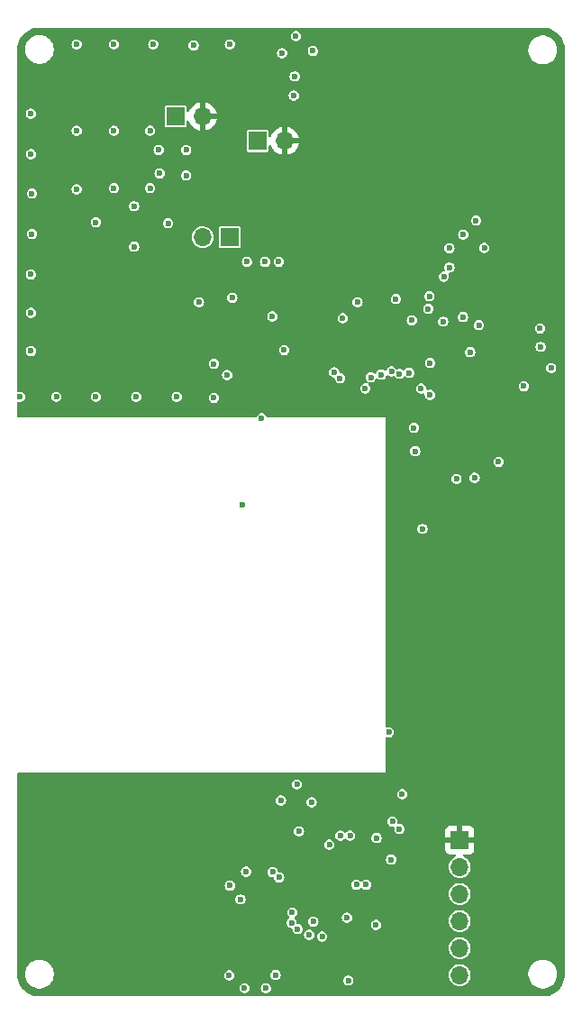
<source format=gbr>
%TF.GenerationSoftware,KiCad,Pcbnew,8.0.2*%
%TF.CreationDate,2025-02-23T19:39:25-05:00*%
%TF.ProjectId,Ecardz-Proto,45636172-647a-42d5-9072-6f746f2e6b69,rev?*%
%TF.SameCoordinates,Original*%
%TF.FileFunction,Copper,L3,Inr*%
%TF.FilePolarity,Positive*%
%FSLAX46Y46*%
G04 Gerber Fmt 4.6, Leading zero omitted, Abs format (unit mm)*
G04 Created by KiCad (PCBNEW 8.0.2) date 2025-02-23 19:39:25*
%MOMM*%
%LPD*%
G01*
G04 APERTURE LIST*
%TA.AperFunction,ComponentPad*%
%ADD10R,1.700000X1.700000*%
%TD*%
%TA.AperFunction,ComponentPad*%
%ADD11O,1.700000X1.700000*%
%TD*%
%TA.AperFunction,ViaPad*%
%ADD12C,0.600000*%
%TD*%
G04 APERTURE END LIST*
D10*
%TO.N,/NFC/VDD_NFC*%
%TO.C,J5*%
X447975000Y-1100000D03*
D11*
%TO.N,/NFC/NFC_POWER*%
X445435000Y-1100000D03*
%TD*%
D10*
%TO.N,GND*%
%TO.C,J1*%
X442890000Y10250000D03*
D11*
%TO.N,VDD*%
X445430000Y10250000D03*
%TD*%
D10*
%TO.N,VDD_HARVEST*%
%TO.C,J4*%
X450610000Y7940000D03*
D11*
%TO.N,VDD*%
X453150000Y7940000D03*
%TD*%
D10*
%TO.N,VDD*%
%TO.C,J3*%
X469600000Y-57710000D03*
D11*
%TO.N,/STM/NRST*%
X469600000Y-60250000D03*
%TO.N,/STM/SWCLK*%
X469600000Y-62790000D03*
%TO.N,/STM/SWDIO*%
X469600000Y-65330000D03*
%TO.N,/STM/SWO*%
X469600000Y-67870000D03*
%TO.N,GND*%
X469600000Y-70410000D03*
%TD*%
D12*
%TO.N,GND*%
X455800000Y16400000D03*
X454300000Y-52500000D03*
X473250000Y-22200000D03*
X463600000Y-6900000D03*
X451378478Y-71631522D03*
X439200000Y-16090000D03*
X459140000Y-70920000D03*
X447940000Y-70420000D03*
X468640000Y-2135000D03*
X461778478Y-57531522D03*
X431700000Y-16090000D03*
X465300000Y-19000000D03*
X459000000Y-65000000D03*
X463155761Y-59555761D03*
X443900000Y4700000D03*
X437100000Y3510000D03*
X433600000Y8910000D03*
X443000000Y-16090000D03*
X447737500Y-14039461D03*
X429400000Y-790000D03*
X437100000Y8910000D03*
X461728478Y-65681522D03*
X460000000Y-7200000D03*
X469930000Y-855000D03*
X454500000Y-56900000D03*
X466760000Y-6645000D03*
X452800000Y-54000000D03*
X429300000Y10510000D03*
X453100000Y-11700000D03*
X449528478Y-60681522D03*
X433600000Y3410000D03*
X428300000Y-16090000D03*
X443900000Y7100000D03*
X446500000Y-16190000D03*
X429300000Y-8190000D03*
X429300000Y6710000D03*
X449000000Y-63300000D03*
X439000000Y-1990000D03*
X465420000Y-21200000D03*
X440800000Y17010000D03*
X441300000Y7100000D03*
X435400000Y310000D03*
X469300000Y-23800000D03*
X448000000Y-62000000D03*
X477200000Y-11400000D03*
X465100000Y-8900000D03*
X437100000Y17010000D03*
X451987500Y-8539461D03*
X475630000Y-15090000D03*
X468100000Y-4800000D03*
X471000000Y-23700000D03*
X458600000Y-8700000D03*
X470580000Y-11895000D03*
X454100000Y14000000D03*
X445100000Y-7200000D03*
X440500000Y8910000D03*
X439000000Y1810000D03*
X440500000Y3510000D03*
X429300000Y-4590000D03*
X429400000Y3010000D03*
X478191522Y-13378478D03*
X468050000Y-9025000D03*
X449378478Y-71631522D03*
X448000000Y17010000D03*
X448237500Y-6789461D03*
X471911522Y-2093499D03*
X452300000Y-70400000D03*
X455690000Y-54170000D03*
X444600000Y16910000D03*
X466650000Y-7825000D03*
X442200000Y210000D03*
X463278478Y-55981522D03*
X452900000Y16200000D03*
X441400000Y4900000D03*
X471400000Y-9350000D03*
X435400000Y-16090000D03*
X454200000Y17800000D03*
X433600000Y17010000D03*
X465978823Y-15321177D03*
X454000000Y12200000D03*
X452028478Y-60731522D03*
X429300000Y-11790000D03*
%TO.N,/EINK/RESE*%
X469904022Y-8595000D03*
X458352967Y-14350124D03*
%TO.N,VDD*%
X468850000Y-26562500D03*
X455628478Y-70931522D03*
X459390000Y-59520000D03*
X450828478Y-60731522D03*
X453878478Y-70931522D03*
X457378478Y-70881522D03*
X452677500Y-56620000D03*
X462200000Y-64700000D03*
%TO.N,/EINK/VGH*%
X466800000Y-15900000D03*
X477154022Y-9665978D03*
%TO.N,/STM/NFC_BUSY*%
X449600000Y-3400000D03*
X457354603Y-58154603D03*
%TO.N,/EINK/CS#*%
X455848478Y-65380023D03*
X463186713Y-13704021D03*
%TO.N,/EINK/BUSY*%
X460721522Y-15300000D03*
X463940000Y-56670000D03*
X460800000Y-61911522D03*
%TO.N,/EINK/RES#*%
X459900000Y-61911522D03*
X464200000Y-53420000D03*
X461246955Y-14253120D03*
%TO.N,/EINK/D{slash}C#*%
X453800000Y-65500000D03*
X462224855Y-13999659D03*
%TO.N,/EINK/GDR*%
X457801421Y-13798579D03*
X468629022Y-3940978D03*
%TO.N,/EINK/SDA*%
X455453478Y-66620000D03*
X464842624Y-13842624D03*
%TO.N,/STM/NRST*%
X452628478Y-61231522D03*
%TO.N,/STM/I2C_NFC_SCL*%
X451306250Y-3406250D03*
X458400000Y-57300000D03*
%TO.N,/STM/I2C_NFC_SDA*%
X459300000Y-57300000D03*
X452600000Y-3400000D03*
%TO.N,/NFC/V_E_HARVEST*%
X446500000Y-12990000D03*
X462940000Y-47600000D03*
%TO.N,/EINK/VCL*%
X471141522Y471522D03*
X466808812Y-12908812D03*
%TO.N,/EINK/EINK_POWER_CTRL_N*%
X466100000Y-28500000D03*
X453870000Y-64519022D03*
%TO.N,/EINK/SCL*%
X463932502Y-13932502D03*
X454362830Y-66080000D03*
%TO.N,/NFC/NFC_POWER*%
X456669293Y-66773460D03*
%TO.N,/NFC/antenna*%
X449200000Y-26200000D03*
X450979022Y-18100000D03*
%TD*%
%TA.AperFunction,Conductor*%
%TO.N,VDD*%
G36*
X477325887Y18589497D02*
G01*
X477334126Y18589497D01*
X477334127Y18589497D01*
X477347973Y18589497D01*
X477395956Y18589499D01*
X477404065Y18589234D01*
X477665952Y18572079D01*
X477682033Y18569962D01*
X477714760Y18563453D01*
X477935441Y18519564D01*
X477951109Y18515366D01*
X478195771Y18432320D01*
X478210757Y18426113D01*
X478442485Y18311842D01*
X478456533Y18303732D01*
X478671366Y18160188D01*
X478684235Y18150313D01*
X478878489Y17979958D01*
X478889958Y17968489D01*
X479060313Y17774235D01*
X479070188Y17761366D01*
X479213732Y17546533D01*
X479221842Y17532485D01*
X479336113Y17300757D01*
X479342320Y17285771D01*
X479425366Y17041109D01*
X479429564Y17025441D01*
X479466132Y16841574D01*
X479479723Y16773234D01*
X479479962Y16772035D01*
X479482079Y16755952D01*
X479499234Y16494065D01*
X479499499Y16485956D01*
X479499497Y16416552D01*
X479499500Y16416502D01*
X479499500Y-70305923D01*
X479499234Y-70314037D01*
X479482061Y-70575905D01*
X479479944Y-70591986D01*
X479429528Y-70845403D01*
X479425329Y-70861069D01*
X479342275Y-71105720D01*
X479336068Y-71120705D01*
X479221789Y-71352430D01*
X479213680Y-71366476D01*
X479070128Y-71581312D01*
X479060254Y-71594179D01*
X478889899Y-71788430D01*
X478878430Y-71799899D01*
X478684179Y-71970254D01*
X478671312Y-71980128D01*
X478456476Y-72123680D01*
X478442430Y-72131789D01*
X478210705Y-72246068D01*
X478195720Y-72252275D01*
X477951069Y-72335329D01*
X477935403Y-72339528D01*
X477681986Y-72389944D01*
X477665905Y-72392061D01*
X477404037Y-72409234D01*
X477395923Y-72409500D01*
X430104103Y-72409500D01*
X430095984Y-72409234D01*
X429834107Y-72392050D01*
X429818031Y-72389933D01*
X429756197Y-72377630D01*
X429564628Y-72339513D01*
X429548962Y-72335315D01*
X429338495Y-72263861D01*
X429304295Y-72252249D01*
X429289315Y-72246043D01*
X429057591Y-72131760D01*
X429043545Y-72123651D01*
X428828716Y-71980101D01*
X428815849Y-71970227D01*
X428621597Y-71799869D01*
X428610130Y-71788402D01*
X428468797Y-71627246D01*
X428439770Y-71594148D01*
X428429898Y-71581283D01*
X428323888Y-71422635D01*
X428286347Y-71366453D01*
X428278239Y-71352408D01*
X428163956Y-71120684D01*
X428157752Y-71105712D01*
X428074683Y-70861035D01*
X428070486Y-70845371D01*
X428020064Y-70591955D01*
X428017949Y-70575904D01*
X428002839Y-70345616D01*
X428000766Y-70314014D01*
X428000500Y-70305896D01*
X428000500Y-70203713D01*
X428749500Y-70203713D01*
X428749500Y-70416286D01*
X428777325Y-70591970D01*
X428782754Y-70626243D01*
X428841246Y-70806263D01*
X428848444Y-70828414D01*
X428944951Y-71017820D01*
X429069890Y-71189786D01*
X429220213Y-71340109D01*
X429392179Y-71465048D01*
X429392181Y-71465049D01*
X429392184Y-71465051D01*
X429581588Y-71561557D01*
X429783757Y-71627246D01*
X429993713Y-71660500D01*
X429993714Y-71660500D01*
X430206286Y-71660500D01*
X430206287Y-71660500D01*
X430389246Y-71631522D01*
X448893037Y-71631522D01*
X448912700Y-71768287D01*
X448970098Y-71893969D01*
X448970099Y-71893971D01*
X449060582Y-71998394D01*
X449060584Y-71998395D01*
X449060586Y-71998397D01*
X449176816Y-72073094D01*
X449176821Y-72073096D01*
X449309390Y-72112021D01*
X449309392Y-72112022D01*
X449309393Y-72112022D01*
X449447564Y-72112022D01*
X449447564Y-72112021D01*
X449580137Y-72073095D01*
X449696374Y-71998394D01*
X449786857Y-71893971D01*
X449844255Y-71768287D01*
X449863919Y-71631522D01*
X450893037Y-71631522D01*
X450912700Y-71768287D01*
X450970098Y-71893969D01*
X450970099Y-71893971D01*
X451060582Y-71998394D01*
X451060584Y-71998395D01*
X451060586Y-71998397D01*
X451176816Y-72073094D01*
X451176821Y-72073096D01*
X451309390Y-72112021D01*
X451309392Y-72112022D01*
X451309393Y-72112022D01*
X451447564Y-72112022D01*
X451447564Y-72112021D01*
X451580137Y-72073095D01*
X451696374Y-71998394D01*
X451786857Y-71893971D01*
X451844255Y-71768287D01*
X451863919Y-71631522D01*
X451844255Y-71494757D01*
X451830687Y-71465048D01*
X451786857Y-71369074D01*
X451786857Y-71369073D01*
X451696374Y-71264650D01*
X451696371Y-71264648D01*
X451696369Y-71264646D01*
X451580139Y-71189949D01*
X451580134Y-71189947D01*
X451447565Y-71151022D01*
X451447563Y-71151022D01*
X451309393Y-71151022D01*
X451309390Y-71151022D01*
X451176821Y-71189947D01*
X451176816Y-71189949D01*
X451060586Y-71264646D01*
X451060584Y-71264648D01*
X451060582Y-71264649D01*
X451060582Y-71264650D01*
X450984539Y-71352408D01*
X450970099Y-71369073D01*
X450970098Y-71369074D01*
X450912700Y-71494756D01*
X450893037Y-71631522D01*
X449863919Y-71631522D01*
X449844255Y-71494757D01*
X449830687Y-71465048D01*
X449786857Y-71369074D01*
X449786857Y-71369073D01*
X449696374Y-71264650D01*
X449696371Y-71264648D01*
X449696369Y-71264646D01*
X449580139Y-71189949D01*
X449580134Y-71189947D01*
X449447565Y-71151022D01*
X449447563Y-71151022D01*
X449309393Y-71151022D01*
X449309390Y-71151022D01*
X449176821Y-71189947D01*
X449176816Y-71189949D01*
X449060586Y-71264646D01*
X449060584Y-71264648D01*
X449060582Y-71264649D01*
X449060582Y-71264650D01*
X448984539Y-71352408D01*
X448970099Y-71369073D01*
X448970098Y-71369074D01*
X448912700Y-71494756D01*
X448893037Y-71631522D01*
X430389246Y-71631522D01*
X430416243Y-71627246D01*
X430618412Y-71561557D01*
X430807816Y-71465051D01*
X430834745Y-71445486D01*
X430979786Y-71340109D01*
X430979788Y-71340106D01*
X430979792Y-71340104D01*
X431130104Y-71189792D01*
X431130106Y-71189788D01*
X431130109Y-71189786D01*
X431255048Y-71017820D01*
X431255047Y-71017820D01*
X431255051Y-71017816D01*
X431304891Y-70920000D01*
X458654559Y-70920000D01*
X458674222Y-71056765D01*
X458731620Y-71182447D01*
X458731621Y-71182449D01*
X458822104Y-71286872D01*
X458822106Y-71286873D01*
X458822108Y-71286875D01*
X458938338Y-71361572D01*
X458938343Y-71361574D01*
X459070912Y-71400499D01*
X459070914Y-71400500D01*
X459070915Y-71400500D01*
X459209086Y-71400500D01*
X459209086Y-71400499D01*
X459324321Y-71366664D01*
X459341656Y-71361574D01*
X459341657Y-71361573D01*
X459341659Y-71361573D01*
X459344579Y-71359697D01*
X459457891Y-71286875D01*
X459457890Y-71286875D01*
X459457896Y-71286872D01*
X459548379Y-71182449D01*
X459605777Y-71056765D01*
X459625441Y-70920000D01*
X459605777Y-70783235D01*
X459598304Y-70766872D01*
X459577078Y-70720393D01*
X459548379Y-70657551D01*
X459457896Y-70553128D01*
X459457893Y-70553126D01*
X459457891Y-70553124D01*
X459341661Y-70478427D01*
X459341656Y-70478425D01*
X459209087Y-70439500D01*
X459209085Y-70439500D01*
X459070915Y-70439500D01*
X459070912Y-70439500D01*
X458938343Y-70478425D01*
X458938338Y-70478427D01*
X458822108Y-70553124D01*
X458822106Y-70553126D01*
X458822104Y-70553127D01*
X458822104Y-70553128D01*
X458771082Y-70612011D01*
X458731621Y-70657551D01*
X458731620Y-70657552D01*
X458674222Y-70783234D01*
X458654559Y-70920000D01*
X431304891Y-70920000D01*
X431351557Y-70828412D01*
X431417246Y-70626243D01*
X431449912Y-70420000D01*
X447454559Y-70420000D01*
X447474222Y-70556765D01*
X447520250Y-70657551D01*
X447531621Y-70682449D01*
X447622104Y-70786872D01*
X447622106Y-70786873D01*
X447622108Y-70786875D01*
X447738338Y-70861572D01*
X447738343Y-70861574D01*
X447870912Y-70900499D01*
X447870914Y-70900500D01*
X447870915Y-70900500D01*
X448009086Y-70900500D01*
X448009086Y-70900499D01*
X448141659Y-70861573D01*
X448142444Y-70861069D01*
X448257891Y-70786875D01*
X448257890Y-70786875D01*
X448257896Y-70786872D01*
X448348379Y-70682449D01*
X448405777Y-70556765D01*
X448425441Y-70420000D01*
X448422565Y-70400000D01*
X451814559Y-70400000D01*
X451834222Y-70536765D01*
X451891620Y-70662447D01*
X451891621Y-70662449D01*
X451982104Y-70766872D01*
X451982106Y-70766873D01*
X451982108Y-70766875D01*
X452098338Y-70841572D01*
X452098343Y-70841574D01*
X452230912Y-70880499D01*
X452230914Y-70880500D01*
X452230915Y-70880500D01*
X452369086Y-70880500D01*
X452369086Y-70880499D01*
X452501659Y-70841573D01*
X452617896Y-70766872D01*
X452708379Y-70662449D01*
X452765777Y-70536765D01*
X452784003Y-70410000D01*
X468564514Y-70410000D01*
X468584410Y-70612011D01*
X468643337Y-70806267D01*
X468739021Y-70985279D01*
X468739025Y-70985286D01*
X468867800Y-71142199D01*
X469024713Y-71270974D01*
X469024720Y-71270978D01*
X469203732Y-71366662D01*
X469203734Y-71366662D01*
X469203737Y-71366664D01*
X469397987Y-71425589D01*
X469397986Y-71425589D01*
X469416099Y-71427372D01*
X469600000Y-71445486D01*
X469802013Y-71425589D01*
X469996263Y-71366664D01*
X470005790Y-71361572D01*
X470145542Y-71286873D01*
X470175285Y-71270975D01*
X470332199Y-71142199D01*
X470460975Y-70985285D01*
X470537790Y-70841574D01*
X470556662Y-70806267D01*
X470556662Y-70806266D01*
X470556664Y-70806263D01*
X470615589Y-70612013D01*
X470635486Y-70410000D01*
X470615589Y-70207987D01*
X470614292Y-70203713D01*
X476049500Y-70203713D01*
X476049500Y-70416286D01*
X476077325Y-70591970D01*
X476082754Y-70626243D01*
X476141246Y-70806263D01*
X476148444Y-70828414D01*
X476244951Y-71017820D01*
X476369890Y-71189786D01*
X476520213Y-71340109D01*
X476692179Y-71465048D01*
X476692181Y-71465049D01*
X476692184Y-71465051D01*
X476881588Y-71561557D01*
X477083757Y-71627246D01*
X477293713Y-71660500D01*
X477293714Y-71660500D01*
X477506286Y-71660500D01*
X477506287Y-71660500D01*
X477716243Y-71627246D01*
X477918412Y-71561557D01*
X478107816Y-71465051D01*
X478134745Y-71445486D01*
X478279786Y-71340109D01*
X478279788Y-71340106D01*
X478279792Y-71340104D01*
X478430104Y-71189792D01*
X478430106Y-71189788D01*
X478430109Y-71189786D01*
X478555048Y-71017820D01*
X478555047Y-71017820D01*
X478555051Y-71017816D01*
X478651557Y-70828412D01*
X478717246Y-70626243D01*
X478750500Y-70416287D01*
X478750500Y-70203713D01*
X478717246Y-69993757D01*
X478651557Y-69791588D01*
X478555051Y-69602184D01*
X478555049Y-69602181D01*
X478555048Y-69602179D01*
X478430109Y-69430213D01*
X478279786Y-69279890D01*
X478107820Y-69154951D01*
X477918414Y-69058444D01*
X477918413Y-69058443D01*
X477918412Y-69058443D01*
X477716243Y-68992754D01*
X477716241Y-68992753D01*
X477716240Y-68992753D01*
X477554957Y-68967208D01*
X477506287Y-68959500D01*
X477293713Y-68959500D01*
X477245042Y-68967208D01*
X477083760Y-68992753D01*
X476881585Y-69058444D01*
X476692179Y-69154951D01*
X476520213Y-69279890D01*
X476369890Y-69430213D01*
X476244951Y-69602179D01*
X476148444Y-69791585D01*
X476148443Y-69791587D01*
X476148443Y-69791588D01*
X476115598Y-69892672D01*
X476082753Y-69993760D01*
X476049500Y-70203713D01*
X470614292Y-70203713D01*
X470556664Y-70013737D01*
X470556662Y-70013734D01*
X470556662Y-70013732D01*
X470460978Y-69834720D01*
X470460974Y-69834713D01*
X470332199Y-69677800D01*
X470175286Y-69549025D01*
X470175279Y-69549021D01*
X469996267Y-69453337D01*
X469899138Y-69423873D01*
X469802013Y-69394411D01*
X469802011Y-69394410D01*
X469802013Y-69394410D01*
X469600000Y-69374514D01*
X469397988Y-69394410D01*
X469203732Y-69453337D01*
X469024720Y-69549021D01*
X469024713Y-69549025D01*
X468867800Y-69677800D01*
X468739025Y-69834713D01*
X468739021Y-69834720D01*
X468643337Y-70013732D01*
X468584410Y-70207988D01*
X468564514Y-70410000D01*
X452784003Y-70410000D01*
X452785441Y-70400000D01*
X452765777Y-70263235D01*
X452757059Y-70244146D01*
X452717513Y-70157552D01*
X452708379Y-70137551D01*
X452617896Y-70033128D01*
X452617893Y-70033126D01*
X452617891Y-70033124D01*
X452501661Y-69958427D01*
X452501656Y-69958425D01*
X452369087Y-69919500D01*
X452369085Y-69919500D01*
X452230915Y-69919500D01*
X452230912Y-69919500D01*
X452098343Y-69958425D01*
X452098338Y-69958427D01*
X451982108Y-70033124D01*
X451982106Y-70033126D01*
X451982104Y-70033127D01*
X451982104Y-70033128D01*
X451964776Y-70053126D01*
X451891621Y-70137551D01*
X451891620Y-70137552D01*
X451834222Y-70263234D01*
X451814559Y-70400000D01*
X448422565Y-70400000D01*
X448405777Y-70283235D01*
X448396643Y-70263235D01*
X448348379Y-70157552D01*
X448348379Y-70157551D01*
X448257896Y-70053128D01*
X448257893Y-70053126D01*
X448257891Y-70053124D01*
X448141661Y-69978427D01*
X448141656Y-69978425D01*
X448009087Y-69939500D01*
X448009085Y-69939500D01*
X447870915Y-69939500D01*
X447870912Y-69939500D01*
X447738343Y-69978425D01*
X447738338Y-69978427D01*
X447622108Y-70053124D01*
X447622106Y-70053126D01*
X447531621Y-70157551D01*
X447531620Y-70157552D01*
X447474222Y-70283234D01*
X447454559Y-70420000D01*
X431449912Y-70420000D01*
X431450500Y-70416287D01*
X431450500Y-70203713D01*
X431417246Y-69993757D01*
X431351557Y-69791588D01*
X431255051Y-69602184D01*
X431255049Y-69602181D01*
X431255048Y-69602179D01*
X431130109Y-69430213D01*
X430979786Y-69279890D01*
X430807820Y-69154951D01*
X430618414Y-69058444D01*
X430618413Y-69058443D01*
X430618412Y-69058443D01*
X430416243Y-68992754D01*
X430416241Y-68992753D01*
X430416240Y-68992753D01*
X430254957Y-68967208D01*
X430206287Y-68959500D01*
X429993713Y-68959500D01*
X429945042Y-68967208D01*
X429783760Y-68992753D01*
X429581585Y-69058444D01*
X429392179Y-69154951D01*
X429220213Y-69279890D01*
X429069890Y-69430213D01*
X428944951Y-69602179D01*
X428848444Y-69791585D01*
X428848443Y-69791587D01*
X428848443Y-69791588D01*
X428815598Y-69892672D01*
X428782753Y-69993760D01*
X428749500Y-70203713D01*
X428000500Y-70203713D01*
X428000500Y-67870000D01*
X468564514Y-67870000D01*
X468584410Y-68072011D01*
X468643337Y-68266267D01*
X468739021Y-68445279D01*
X468739025Y-68445286D01*
X468867800Y-68602199D01*
X469024713Y-68730974D01*
X469024720Y-68730978D01*
X469203732Y-68826662D01*
X469203734Y-68826662D01*
X469203737Y-68826664D01*
X469397987Y-68885589D01*
X469397986Y-68885589D01*
X469416099Y-68887372D01*
X469600000Y-68905486D01*
X469802013Y-68885589D01*
X469996263Y-68826664D01*
X470175285Y-68730975D01*
X470332199Y-68602199D01*
X470460975Y-68445285D01*
X470556664Y-68266263D01*
X470615589Y-68072013D01*
X470635486Y-67870000D01*
X470615589Y-67667987D01*
X470556664Y-67473737D01*
X470556662Y-67473734D01*
X470556662Y-67473732D01*
X470460978Y-67294720D01*
X470460974Y-67294713D01*
X470332199Y-67137800D01*
X470175286Y-67009025D01*
X470175279Y-67009021D01*
X469996267Y-66913337D01*
X469894435Y-66882447D01*
X469802013Y-66854411D01*
X469802011Y-66854410D01*
X469802013Y-66854410D01*
X469600000Y-66834514D01*
X469397988Y-66854410D01*
X469203732Y-66913337D01*
X469024720Y-67009021D01*
X469024713Y-67009025D01*
X468867800Y-67137800D01*
X468739025Y-67294713D01*
X468739021Y-67294720D01*
X468643337Y-67473732D01*
X468584410Y-67667988D01*
X468564514Y-67870000D01*
X428000500Y-67870000D01*
X428000500Y-66620000D01*
X454968037Y-66620000D01*
X454987700Y-66756765D01*
X455032294Y-66854410D01*
X455045099Y-66882449D01*
X455135582Y-66986872D01*
X455135584Y-66986873D01*
X455135586Y-66986875D01*
X455251816Y-67061572D01*
X455251821Y-67061574D01*
X455384390Y-67100499D01*
X455384392Y-67100500D01*
X455384393Y-67100500D01*
X455522564Y-67100500D01*
X455522564Y-67100499D01*
X455655137Y-67061573D01*
X455771374Y-66986872D01*
X455861857Y-66882449D01*
X455911631Y-66773460D01*
X456183852Y-66773460D01*
X456203515Y-66910225D01*
X456248636Y-67009025D01*
X456260914Y-67035909D01*
X456351397Y-67140332D01*
X456351399Y-67140333D01*
X456351401Y-67140335D01*
X456467631Y-67215032D01*
X456467636Y-67215034D01*
X456600205Y-67253959D01*
X456600207Y-67253960D01*
X456600208Y-67253960D01*
X456738379Y-67253960D01*
X456738379Y-67253959D01*
X456870952Y-67215033D01*
X456987189Y-67140332D01*
X457077672Y-67035909D01*
X457135070Y-66910225D01*
X457154734Y-66773460D01*
X457135070Y-66636695D01*
X457077672Y-66511011D01*
X456987189Y-66406588D01*
X456987186Y-66406586D01*
X456987184Y-66406584D01*
X456870954Y-66331887D01*
X456870949Y-66331885D01*
X456738380Y-66292960D01*
X456738378Y-66292960D01*
X456600208Y-66292960D01*
X456600205Y-66292960D01*
X456467636Y-66331885D01*
X456467631Y-66331887D01*
X456351401Y-66406584D01*
X456351399Y-66406586D01*
X456260914Y-66511011D01*
X456260913Y-66511012D01*
X456203515Y-66636694D01*
X456183852Y-66773460D01*
X455911631Y-66773460D01*
X455919255Y-66756765D01*
X455938919Y-66620000D01*
X455919255Y-66483235D01*
X455861857Y-66357551D01*
X455771374Y-66253128D01*
X455771371Y-66253126D01*
X455771369Y-66253124D01*
X455655139Y-66178427D01*
X455655134Y-66178425D01*
X455522565Y-66139500D01*
X455522563Y-66139500D01*
X455384393Y-66139500D01*
X455384390Y-66139500D01*
X455251821Y-66178425D01*
X455251816Y-66178427D01*
X455135586Y-66253124D01*
X455135584Y-66253126D01*
X455135582Y-66253127D01*
X455135582Y-66253128D01*
X455067339Y-66331885D01*
X455045099Y-66357551D01*
X455045098Y-66357552D01*
X454987700Y-66483234D01*
X454968037Y-66620000D01*
X428000500Y-66620000D01*
X428000500Y-65500000D01*
X453314559Y-65500000D01*
X453334222Y-65636765D01*
X453375095Y-65726263D01*
X453391621Y-65762449D01*
X453482104Y-65866872D01*
X453482106Y-65866873D01*
X453482108Y-65866875D01*
X453598338Y-65941572D01*
X453598343Y-65941574D01*
X453730912Y-65980499D01*
X453730914Y-65980500D01*
X453755636Y-65980500D01*
X453822675Y-66000185D01*
X453868430Y-66052989D01*
X453878374Y-66086853D01*
X453897052Y-66216765D01*
X453949627Y-66331887D01*
X453954451Y-66342449D01*
X454044934Y-66446872D01*
X454044936Y-66446873D01*
X454044938Y-66446875D01*
X454161168Y-66521572D01*
X454161173Y-66521574D01*
X454293742Y-66560499D01*
X454293744Y-66560500D01*
X454293745Y-66560500D01*
X454431916Y-66560500D01*
X454431916Y-66560499D01*
X454564489Y-66521573D01*
X454580923Y-66511012D01*
X454680721Y-66446875D01*
X454680720Y-66446875D01*
X454680726Y-66446872D01*
X454771209Y-66342449D01*
X454828607Y-66216765D01*
X454848271Y-66080000D01*
X454828607Y-65943235D01*
X454827848Y-65941574D01*
X454799908Y-65880393D01*
X454771209Y-65817551D01*
X454680726Y-65713128D01*
X454680723Y-65713126D01*
X454680721Y-65713124D01*
X454564491Y-65638427D01*
X454564486Y-65638425D01*
X454431917Y-65599500D01*
X454431915Y-65599500D01*
X454407194Y-65599500D01*
X454340155Y-65579815D01*
X454294400Y-65527011D01*
X454284456Y-65493147D01*
X454268191Y-65380023D01*
X455363037Y-65380023D01*
X455382700Y-65516788D01*
X455437493Y-65636765D01*
X455440099Y-65642472D01*
X455530582Y-65746895D01*
X455530584Y-65746896D01*
X455530586Y-65746898D01*
X455646816Y-65821595D01*
X455646821Y-65821597D01*
X455779390Y-65860522D01*
X455779392Y-65860523D01*
X455779393Y-65860523D01*
X455917564Y-65860523D01*
X455917564Y-65860522D01*
X456050137Y-65821596D01*
X456056432Y-65817551D01*
X456116647Y-65778852D01*
X456166374Y-65746895D01*
X456223020Y-65681522D01*
X461243037Y-65681522D01*
X461262700Y-65818287D01*
X461302432Y-65905286D01*
X461320099Y-65943971D01*
X461410582Y-66048394D01*
X461410584Y-66048395D01*
X461410586Y-66048397D01*
X461526816Y-66123094D01*
X461526821Y-66123096D01*
X461659390Y-66162021D01*
X461659392Y-66162022D01*
X461659393Y-66162022D01*
X461797564Y-66162022D01*
X461797564Y-66162021D01*
X461930137Y-66123095D01*
X462046374Y-66048394D01*
X462136857Y-65943971D01*
X462194255Y-65818287D01*
X462213919Y-65681522D01*
X462194255Y-65544757D01*
X462170685Y-65493147D01*
X462136857Y-65419074D01*
X462136857Y-65419073D01*
X462059675Y-65330000D01*
X468564514Y-65330000D01*
X468584410Y-65532011D01*
X468643337Y-65726267D01*
X468739021Y-65905279D01*
X468739025Y-65905286D01*
X468867800Y-66062199D01*
X469024713Y-66190974D01*
X469024720Y-66190978D01*
X469203732Y-66286662D01*
X469203734Y-66286662D01*
X469203737Y-66286664D01*
X469397987Y-66345589D01*
X469397986Y-66345589D01*
X469416099Y-66347372D01*
X469600000Y-66365486D01*
X469802013Y-66345589D01*
X469996263Y-66286664D01*
X470175285Y-66190975D01*
X470332199Y-66062199D01*
X470460975Y-65905285D01*
X470545634Y-65746898D01*
X470556662Y-65726267D01*
X470556662Y-65726266D01*
X470556664Y-65726263D01*
X470615589Y-65532013D01*
X470635486Y-65330000D01*
X470615589Y-65127987D01*
X470556664Y-64933737D01*
X470556662Y-64933734D01*
X470556662Y-64933732D01*
X470460978Y-64754720D01*
X470460974Y-64754713D01*
X470332199Y-64597800D01*
X470175286Y-64469025D01*
X470175279Y-64469021D01*
X469996267Y-64373337D01*
X469899138Y-64343873D01*
X469802013Y-64314411D01*
X469802011Y-64314410D01*
X469802013Y-64314410D01*
X469600000Y-64294514D01*
X469397988Y-64314410D01*
X469203732Y-64373337D01*
X469024720Y-64469021D01*
X469024713Y-64469025D01*
X468867800Y-64597800D01*
X468739025Y-64754713D01*
X468739021Y-64754720D01*
X468643337Y-64933732D01*
X468584410Y-65127988D01*
X468564514Y-65330000D01*
X462059675Y-65330000D01*
X462046374Y-65314650D01*
X462046371Y-65314648D01*
X462046369Y-65314646D01*
X461930139Y-65239949D01*
X461930134Y-65239947D01*
X461797565Y-65201022D01*
X461797563Y-65201022D01*
X461659393Y-65201022D01*
X461659390Y-65201022D01*
X461526821Y-65239947D01*
X461526816Y-65239949D01*
X461410586Y-65314646D01*
X461410584Y-65314648D01*
X461410582Y-65314649D01*
X461410582Y-65314650D01*
X461365331Y-65366873D01*
X461320099Y-65419073D01*
X461320098Y-65419074D01*
X461262700Y-65544756D01*
X461243037Y-65681522D01*
X456223020Y-65681522D01*
X456256857Y-65642472D01*
X456314255Y-65516788D01*
X456333919Y-65380023D01*
X456314255Y-65243258D01*
X456311649Y-65237552D01*
X456261307Y-65127318D01*
X456256857Y-65117574D01*
X456166374Y-65013151D01*
X456166371Y-65013149D01*
X456166369Y-65013147D01*
X456145912Y-65000000D01*
X458514559Y-65000000D01*
X458534222Y-65136765D01*
X458582856Y-65243257D01*
X458591621Y-65262449D01*
X458682104Y-65366872D01*
X458682106Y-65366873D01*
X458682108Y-65366875D01*
X458798338Y-65441572D01*
X458798343Y-65441574D01*
X458930912Y-65480499D01*
X458930914Y-65480500D01*
X458930915Y-65480500D01*
X459069086Y-65480500D01*
X459069086Y-65480499D01*
X459201659Y-65441573D01*
X459317896Y-65366872D01*
X459408379Y-65262449D01*
X459465777Y-65136765D01*
X459485441Y-65000000D01*
X459465777Y-64863235D01*
X459408379Y-64737551D01*
X459317896Y-64633128D01*
X459317893Y-64633126D01*
X459317891Y-64633124D01*
X459201661Y-64558427D01*
X459201656Y-64558425D01*
X459069087Y-64519500D01*
X459069085Y-64519500D01*
X458930915Y-64519500D01*
X458930912Y-64519500D01*
X458798343Y-64558425D01*
X458798338Y-64558427D01*
X458682108Y-64633124D01*
X458682106Y-64633126D01*
X458591621Y-64737551D01*
X458591620Y-64737552D01*
X458534222Y-64863234D01*
X458514559Y-65000000D01*
X456145912Y-65000000D01*
X456050139Y-64938450D01*
X456050134Y-64938448D01*
X455917565Y-64899523D01*
X455917563Y-64899523D01*
X455779393Y-64899523D01*
X455779390Y-64899523D01*
X455646821Y-64938448D01*
X455646816Y-64938450D01*
X455530586Y-65013147D01*
X455530584Y-65013149D01*
X455440099Y-65117574D01*
X455440098Y-65117575D01*
X455382700Y-65243257D01*
X455363037Y-65380023D01*
X454268191Y-65380023D01*
X454265777Y-65363234D01*
X454237078Y-65300393D01*
X454208379Y-65237551D01*
X454117896Y-65133128D01*
X454117893Y-65133126D01*
X454111191Y-65127318D01*
X454113128Y-65125082D01*
X454077113Y-65083530D01*
X454067161Y-65014372D01*
X454096178Y-64950813D01*
X454122858Y-64927691D01*
X454187896Y-64885894D01*
X454278379Y-64781471D01*
X454335777Y-64655787D01*
X454355441Y-64519022D01*
X454335777Y-64382257D01*
X454331703Y-64373337D01*
X454278379Y-64256574D01*
X454278379Y-64256573D01*
X454187896Y-64152150D01*
X454187893Y-64152148D01*
X454187891Y-64152146D01*
X454071661Y-64077449D01*
X454071656Y-64077447D01*
X453939087Y-64038522D01*
X453939085Y-64038522D01*
X453800915Y-64038522D01*
X453800912Y-64038522D01*
X453668343Y-64077447D01*
X453668338Y-64077449D01*
X453552108Y-64152146D01*
X453552106Y-64152148D01*
X453461621Y-64256573D01*
X453461620Y-64256574D01*
X453404222Y-64382256D01*
X453384559Y-64519022D01*
X453404222Y-64655787D01*
X453449401Y-64754713D01*
X453461621Y-64781471D01*
X453552104Y-64885894D01*
X453552106Y-64885895D01*
X453558809Y-64891704D01*
X453556870Y-64893940D01*
X453592881Y-64935480D01*
X453602840Y-65004636D01*
X453573829Y-65068199D01*
X453547138Y-65091332D01*
X453482106Y-65133126D01*
X453391621Y-65237551D01*
X453391620Y-65237552D01*
X453334222Y-65363234D01*
X453314559Y-65500000D01*
X428000500Y-65500000D01*
X428000500Y-63300000D01*
X448514559Y-63300000D01*
X448534222Y-63436765D01*
X448573239Y-63522199D01*
X448591621Y-63562449D01*
X448682104Y-63666872D01*
X448682106Y-63666873D01*
X448682108Y-63666875D01*
X448798338Y-63741572D01*
X448798343Y-63741574D01*
X448930912Y-63780499D01*
X448930914Y-63780500D01*
X448930915Y-63780500D01*
X449069086Y-63780500D01*
X449069086Y-63780499D01*
X449184321Y-63746664D01*
X449201656Y-63741574D01*
X449201657Y-63741573D01*
X449201659Y-63741573D01*
X449317896Y-63666872D01*
X449408379Y-63562449D01*
X449465777Y-63436765D01*
X449485441Y-63300000D01*
X449465777Y-63163235D01*
X449408379Y-63037551D01*
X449317896Y-62933128D01*
X449317893Y-62933126D01*
X449317891Y-62933124D01*
X449201661Y-62858427D01*
X449201656Y-62858425D01*
X449069087Y-62819500D01*
X449069085Y-62819500D01*
X448930915Y-62819500D01*
X448930912Y-62819500D01*
X448798343Y-62858425D01*
X448798338Y-62858427D01*
X448682108Y-62933124D01*
X448682106Y-62933126D01*
X448591621Y-63037551D01*
X448591620Y-63037552D01*
X448534222Y-63163234D01*
X448514559Y-63300000D01*
X428000500Y-63300000D01*
X428000500Y-62790000D01*
X468564514Y-62790000D01*
X468584410Y-62992011D01*
X468643337Y-63186267D01*
X468739021Y-63365279D01*
X468739025Y-63365286D01*
X468867800Y-63522199D01*
X469024713Y-63650974D01*
X469024720Y-63650978D01*
X469203732Y-63746662D01*
X469203734Y-63746662D01*
X469203737Y-63746664D01*
X469397987Y-63805589D01*
X469397986Y-63805589D01*
X469416099Y-63807372D01*
X469600000Y-63825486D01*
X469802013Y-63805589D01*
X469996263Y-63746664D01*
X470005790Y-63741572D01*
X470145542Y-63666873D01*
X470175285Y-63650975D01*
X470332199Y-63522199D01*
X470460975Y-63365285D01*
X470556664Y-63186263D01*
X470615589Y-62992013D01*
X470635486Y-62790000D01*
X470615589Y-62587987D01*
X470556664Y-62393737D01*
X470556662Y-62393734D01*
X470556662Y-62393732D01*
X470460978Y-62214720D01*
X470460974Y-62214713D01*
X470332199Y-62057800D01*
X470175286Y-61929025D01*
X470175279Y-61929021D01*
X469996267Y-61833337D01*
X469899138Y-61803873D01*
X469802013Y-61774411D01*
X469802011Y-61774410D01*
X469802013Y-61774410D01*
X469600000Y-61754514D01*
X469397988Y-61774410D01*
X469203732Y-61833337D01*
X469024720Y-61929021D01*
X469024713Y-61929025D01*
X468867800Y-62057800D01*
X468739025Y-62214713D01*
X468739021Y-62214720D01*
X468643337Y-62393732D01*
X468584410Y-62587988D01*
X468564514Y-62790000D01*
X428000500Y-62790000D01*
X428000500Y-62000000D01*
X447514559Y-62000000D01*
X447534222Y-62136765D01*
X447578668Y-62234087D01*
X447591621Y-62262449D01*
X447682104Y-62366872D01*
X447682106Y-62366873D01*
X447682108Y-62366875D01*
X447798338Y-62441572D01*
X447798343Y-62441574D01*
X447930912Y-62480499D01*
X447930914Y-62480500D01*
X447930915Y-62480500D01*
X448069086Y-62480500D01*
X448069086Y-62480499D01*
X448201659Y-62441573D01*
X448317896Y-62366872D01*
X448408379Y-62262449D01*
X448465777Y-62136765D01*
X448485441Y-62000000D01*
X448472720Y-61911522D01*
X459414559Y-61911522D01*
X459434222Y-62048287D01*
X459491620Y-62173969D01*
X459491621Y-62173971D01*
X459582104Y-62278394D01*
X459582106Y-62278395D01*
X459582108Y-62278397D01*
X459698338Y-62353094D01*
X459698343Y-62353096D01*
X459830912Y-62392021D01*
X459830914Y-62392022D01*
X459830915Y-62392022D01*
X459969086Y-62392022D01*
X459969086Y-62392021D01*
X460101659Y-62353095D01*
X460217896Y-62278394D01*
X460256287Y-62234087D01*
X460315064Y-62196313D01*
X460384934Y-62196313D01*
X460443712Y-62234087D01*
X460443713Y-62234088D01*
X460482102Y-62278392D01*
X460482108Y-62278397D01*
X460598338Y-62353094D01*
X460598343Y-62353096D01*
X460730912Y-62392021D01*
X460730914Y-62392022D01*
X460730915Y-62392022D01*
X460869086Y-62392022D01*
X460869086Y-62392021D01*
X461001659Y-62353095D01*
X461117896Y-62278394D01*
X461208379Y-62173971D01*
X461265777Y-62048287D01*
X461285441Y-61911522D01*
X461265777Y-61774757D01*
X461256532Y-61754514D01*
X461208379Y-61649074D01*
X461208379Y-61649073D01*
X461117896Y-61544650D01*
X461117893Y-61544648D01*
X461117891Y-61544646D01*
X461001661Y-61469949D01*
X461001656Y-61469947D01*
X460869087Y-61431022D01*
X460869085Y-61431022D01*
X460730915Y-61431022D01*
X460730912Y-61431022D01*
X460598343Y-61469947D01*
X460598338Y-61469949D01*
X460482108Y-61544646D01*
X460482105Y-61544648D01*
X460443713Y-61588956D01*
X460384934Y-61626730D01*
X460315065Y-61626730D01*
X460256287Y-61588956D01*
X460217894Y-61544648D01*
X460217891Y-61544646D01*
X460101661Y-61469949D01*
X460101656Y-61469947D01*
X459969087Y-61431022D01*
X459969085Y-61431022D01*
X459830915Y-61431022D01*
X459830912Y-61431022D01*
X459698343Y-61469947D01*
X459698338Y-61469949D01*
X459582108Y-61544646D01*
X459582106Y-61544648D01*
X459491621Y-61649073D01*
X459491620Y-61649074D01*
X459434222Y-61774756D01*
X459414559Y-61911522D01*
X448472720Y-61911522D01*
X448465777Y-61863235D01*
X448408379Y-61737551D01*
X448317896Y-61633128D01*
X448317893Y-61633126D01*
X448317891Y-61633124D01*
X448201661Y-61558427D01*
X448201656Y-61558425D01*
X448069087Y-61519500D01*
X448069085Y-61519500D01*
X447930915Y-61519500D01*
X447930912Y-61519500D01*
X447798343Y-61558425D01*
X447798338Y-61558427D01*
X447682108Y-61633124D01*
X447682106Y-61633126D01*
X447682104Y-61633127D01*
X447682104Y-61633128D01*
X447647472Y-61673096D01*
X447591621Y-61737551D01*
X447591620Y-61737552D01*
X447534222Y-61863234D01*
X447514559Y-62000000D01*
X428000500Y-62000000D01*
X428000500Y-60681522D01*
X449043037Y-60681522D01*
X449062700Y-60818287D01*
X449083872Y-60864646D01*
X449120099Y-60943971D01*
X449210582Y-61048394D01*
X449210584Y-61048395D01*
X449210586Y-61048397D01*
X449326816Y-61123094D01*
X449326821Y-61123096D01*
X449459390Y-61162021D01*
X449459392Y-61162022D01*
X449459393Y-61162022D01*
X449597564Y-61162022D01*
X449597564Y-61162021D01*
X449730137Y-61123095D01*
X449748992Y-61110978D01*
X449846369Y-61048397D01*
X449846368Y-61048397D01*
X449846374Y-61048394D01*
X449936857Y-60943971D01*
X449994255Y-60818287D01*
X450006730Y-60731522D01*
X451543037Y-60731522D01*
X451562700Y-60868287D01*
X451608728Y-60969073D01*
X451620099Y-60993971D01*
X451710582Y-61098394D01*
X451710584Y-61098395D01*
X451710586Y-61098397D01*
X451826816Y-61173094D01*
X451826821Y-61173096D01*
X451908985Y-61197221D01*
X451941138Y-61206662D01*
X451959390Y-61212021D01*
X451959392Y-61212022D01*
X452032787Y-61212022D01*
X452099826Y-61231707D01*
X452145581Y-61284511D01*
X452155525Y-61318376D01*
X452162700Y-61368287D01*
X452220098Y-61493969D01*
X452220099Y-61493971D01*
X452310582Y-61598394D01*
X452310584Y-61598395D01*
X452310586Y-61598397D01*
X452426816Y-61673094D01*
X452426821Y-61673096D01*
X452559390Y-61712021D01*
X452559392Y-61712022D01*
X452559393Y-61712022D01*
X452697564Y-61712022D01*
X452697564Y-61712021D01*
X452830137Y-61673095D01*
X452867515Y-61649074D01*
X452946369Y-61598397D01*
X452946368Y-61598397D01*
X452946374Y-61598394D01*
X453036857Y-61493971D01*
X453094255Y-61368287D01*
X453113919Y-61231522D01*
X453094255Y-61094757D01*
X453036857Y-60969073D01*
X452946374Y-60864650D01*
X452946371Y-60864648D01*
X452946369Y-60864646D01*
X452830139Y-60789949D01*
X452830134Y-60789947D01*
X452697565Y-60751022D01*
X452697563Y-60751022D01*
X452624169Y-60751022D01*
X452557130Y-60731337D01*
X452511375Y-60678533D01*
X452501431Y-60644668D01*
X452494255Y-60594756D01*
X452436857Y-60469074D01*
X452436857Y-60469073D01*
X452346374Y-60364650D01*
X452346371Y-60364648D01*
X452346369Y-60364646D01*
X452230139Y-60289949D01*
X452230134Y-60289947D01*
X452097565Y-60251022D01*
X452097563Y-60251022D01*
X451959393Y-60251022D01*
X451959390Y-60251022D01*
X451826821Y-60289947D01*
X451826816Y-60289949D01*
X451710586Y-60364646D01*
X451710584Y-60364648D01*
X451620099Y-60469073D01*
X451620098Y-60469074D01*
X451562700Y-60594756D01*
X451543037Y-60731522D01*
X450006730Y-60731522D01*
X450013919Y-60681522D01*
X449994255Y-60544757D01*
X449936857Y-60419073D01*
X449846374Y-60314650D01*
X449846371Y-60314648D01*
X449846369Y-60314646D01*
X449730139Y-60239949D01*
X449730134Y-60239947D01*
X449597565Y-60201022D01*
X449597563Y-60201022D01*
X449459393Y-60201022D01*
X449459390Y-60201022D01*
X449326821Y-60239947D01*
X449326816Y-60239949D01*
X449210586Y-60314646D01*
X449210584Y-60314648D01*
X449120099Y-60419073D01*
X449120098Y-60419074D01*
X449062700Y-60544756D01*
X449043037Y-60681522D01*
X428000500Y-60681522D01*
X428000500Y-59555761D01*
X462670320Y-59555761D01*
X462689983Y-59692526D01*
X462747381Y-59818208D01*
X462747382Y-59818210D01*
X462837865Y-59922633D01*
X462837867Y-59922634D01*
X462837869Y-59922636D01*
X462954099Y-59997333D01*
X462954104Y-59997335D01*
X463086673Y-60036260D01*
X463086675Y-60036261D01*
X463086676Y-60036261D01*
X463224847Y-60036261D01*
X463224847Y-60036260D01*
X463357420Y-59997334D01*
X463473657Y-59922633D01*
X463564140Y-59818210D01*
X463621538Y-59692526D01*
X463641202Y-59555761D01*
X463621538Y-59418996D01*
X463564140Y-59293312D01*
X463473657Y-59188889D01*
X463473654Y-59188887D01*
X463473652Y-59188885D01*
X463357422Y-59114188D01*
X463357417Y-59114186D01*
X463224848Y-59075261D01*
X463224846Y-59075261D01*
X463086676Y-59075261D01*
X463086673Y-59075261D01*
X462954104Y-59114186D01*
X462954099Y-59114188D01*
X462837869Y-59188885D01*
X462837867Y-59188887D01*
X462747382Y-59293312D01*
X462747381Y-59293313D01*
X462689983Y-59418995D01*
X462670320Y-59555761D01*
X428000500Y-59555761D01*
X428000500Y-58154603D01*
X456869162Y-58154603D01*
X456888825Y-58291368D01*
X456946223Y-58417050D01*
X456946224Y-58417052D01*
X457036707Y-58521475D01*
X457036709Y-58521476D01*
X457036711Y-58521478D01*
X457152941Y-58596175D01*
X457152946Y-58596177D01*
X457285515Y-58635102D01*
X457285517Y-58635103D01*
X457285518Y-58635103D01*
X457423689Y-58635103D01*
X457423689Y-58635102D01*
X457556262Y-58596176D01*
X457672499Y-58521475D01*
X457762982Y-58417052D01*
X457820380Y-58291368D01*
X457840044Y-58154603D01*
X457820380Y-58017838D01*
X457820000Y-58017007D01*
X457765832Y-57898395D01*
X457762982Y-57892154D01*
X457672499Y-57787731D01*
X457672496Y-57787729D01*
X457672494Y-57787727D01*
X457556264Y-57713030D01*
X457556259Y-57713028D01*
X457423690Y-57674103D01*
X457423688Y-57674103D01*
X457285518Y-57674103D01*
X457285515Y-57674103D01*
X457152946Y-57713028D01*
X457152941Y-57713030D01*
X457036711Y-57787727D01*
X457036709Y-57787729D01*
X456946224Y-57892154D01*
X456946223Y-57892155D01*
X456888825Y-58017837D01*
X456869162Y-58154603D01*
X428000500Y-58154603D01*
X428000500Y-56900000D01*
X454014559Y-56900000D01*
X454034222Y-57036765D01*
X454086164Y-57150500D01*
X454091621Y-57162449D01*
X454182104Y-57266872D01*
X454182106Y-57266873D01*
X454182108Y-57266875D01*
X454298338Y-57341572D01*
X454298343Y-57341574D01*
X454430912Y-57380499D01*
X454430914Y-57380500D01*
X454430915Y-57380500D01*
X454569086Y-57380500D01*
X454569086Y-57380499D01*
X454701659Y-57341573D01*
X454766348Y-57300000D01*
X457914559Y-57300000D01*
X457934222Y-57436765D01*
X457970868Y-57517007D01*
X457991621Y-57562449D01*
X458082104Y-57666872D01*
X458082106Y-57666873D01*
X458082108Y-57666875D01*
X458198338Y-57741572D01*
X458198343Y-57741574D01*
X458330912Y-57780499D01*
X458330914Y-57780500D01*
X458330915Y-57780500D01*
X458469086Y-57780500D01*
X458469086Y-57780499D01*
X458601659Y-57741573D01*
X458717896Y-57666872D01*
X458756287Y-57622565D01*
X458815064Y-57584791D01*
X458884934Y-57584791D01*
X458943712Y-57622565D01*
X458943713Y-57622566D01*
X458982102Y-57666870D01*
X458982108Y-57666875D01*
X459098338Y-57741572D01*
X459098343Y-57741574D01*
X459230912Y-57780499D01*
X459230914Y-57780500D01*
X459230915Y-57780500D01*
X459369086Y-57780500D01*
X459369086Y-57780499D01*
X459501659Y-57741573D01*
X459617896Y-57666872D01*
X459708379Y-57562449D01*
X459722503Y-57531522D01*
X461293037Y-57531522D01*
X461312700Y-57668287D01*
X461363947Y-57780500D01*
X461370099Y-57793971D01*
X461460582Y-57898394D01*
X461460584Y-57898395D01*
X461460586Y-57898397D01*
X461576816Y-57973094D01*
X461576821Y-57973096D01*
X461709390Y-58012021D01*
X461709392Y-58012022D01*
X461709393Y-58012022D01*
X461847564Y-58012022D01*
X461847564Y-58012021D01*
X461980137Y-57973095D01*
X462000514Y-57960000D01*
X462096369Y-57898397D01*
X462096368Y-57898397D01*
X462096374Y-57898394D01*
X462186857Y-57793971D01*
X462244255Y-57668287D01*
X462263919Y-57531522D01*
X462244255Y-57394757D01*
X462186857Y-57269073D01*
X462096374Y-57164650D01*
X462096371Y-57164648D01*
X462096369Y-57164646D01*
X461980139Y-57089949D01*
X461980134Y-57089947D01*
X461847565Y-57051022D01*
X461847563Y-57051022D01*
X461709393Y-57051022D01*
X461709390Y-57051022D01*
X461576821Y-57089947D01*
X461576816Y-57089949D01*
X461460586Y-57164646D01*
X461460584Y-57164648D01*
X461370099Y-57269073D01*
X461370098Y-57269074D01*
X461312700Y-57394756D01*
X461293037Y-57531522D01*
X459722503Y-57531522D01*
X459765777Y-57436765D01*
X459785441Y-57300000D01*
X459768248Y-57180426D01*
X459765777Y-57163234D01*
X459708379Y-57037552D01*
X459708379Y-57037551D01*
X459617896Y-56933128D01*
X459617893Y-56933126D01*
X459617891Y-56933124D01*
X459501661Y-56858427D01*
X459501656Y-56858425D01*
X459369087Y-56819500D01*
X459369085Y-56819500D01*
X459230915Y-56819500D01*
X459230912Y-56819500D01*
X459098343Y-56858425D01*
X459098338Y-56858427D01*
X458982108Y-56933124D01*
X458982105Y-56933126D01*
X458943713Y-56977434D01*
X458884934Y-57015208D01*
X458815065Y-57015208D01*
X458756287Y-56977434D01*
X458717894Y-56933126D01*
X458717891Y-56933124D01*
X458601661Y-56858427D01*
X458601656Y-56858425D01*
X458469087Y-56819500D01*
X458469085Y-56819500D01*
X458330915Y-56819500D01*
X458330912Y-56819500D01*
X458198343Y-56858425D01*
X458198338Y-56858427D01*
X458082108Y-56933124D01*
X458082106Y-56933126D01*
X457991621Y-57037551D01*
X457991620Y-57037552D01*
X457934222Y-57163234D01*
X457914559Y-57300000D01*
X454766348Y-57300000D01*
X454817896Y-57266872D01*
X454908379Y-57162449D01*
X454965777Y-57036765D01*
X454985441Y-56900000D01*
X454965777Y-56763235D01*
X454960932Y-56752627D01*
X454908379Y-56637552D01*
X454908379Y-56637551D01*
X454817896Y-56533128D01*
X454817893Y-56533126D01*
X454817891Y-56533124D01*
X454701661Y-56458427D01*
X454701656Y-56458425D01*
X454569087Y-56419500D01*
X454569085Y-56419500D01*
X454430915Y-56419500D01*
X454430912Y-56419500D01*
X454298343Y-56458425D01*
X454298338Y-56458427D01*
X454182108Y-56533124D01*
X454182106Y-56533126D01*
X454182104Y-56533127D01*
X454182104Y-56533128D01*
X454108637Y-56617913D01*
X454091621Y-56637551D01*
X454091620Y-56637552D01*
X454034222Y-56763234D01*
X454014559Y-56900000D01*
X428000500Y-56900000D01*
X428000500Y-55981522D01*
X462793037Y-55981522D01*
X462812700Y-56118287D01*
X462862999Y-56228425D01*
X462870099Y-56243971D01*
X462960582Y-56348394D01*
X462960584Y-56348395D01*
X462960586Y-56348397D01*
X463076816Y-56423094D01*
X463076821Y-56423096D01*
X463179698Y-56453302D01*
X463197149Y-56458427D01*
X463209390Y-56462021D01*
X463209392Y-56462022D01*
X463341358Y-56462022D01*
X463408397Y-56481707D01*
X463454152Y-56534511D01*
X463464096Y-56603669D01*
X463454559Y-56670000D01*
X463474222Y-56806765D01*
X463497815Y-56858425D01*
X463531621Y-56932449D01*
X463622104Y-57036872D01*
X463622106Y-57036873D01*
X463622108Y-57036875D01*
X463738338Y-57111572D01*
X463738343Y-57111574D01*
X463870912Y-57150499D01*
X463870914Y-57150500D01*
X463870915Y-57150500D01*
X464009086Y-57150500D01*
X464009086Y-57150499D01*
X464141659Y-57111573D01*
X464257896Y-57036872D01*
X464348379Y-56932449D01*
X464403315Y-56812155D01*
X468250000Y-56812155D01*
X468250000Y-57460000D01*
X469166988Y-57460000D01*
X469134075Y-57517007D01*
X469100000Y-57644174D01*
X469100000Y-57775826D01*
X469134075Y-57902993D01*
X469166988Y-57960000D01*
X468250000Y-57960000D01*
X468250000Y-58607844D01*
X468256401Y-58667372D01*
X468256403Y-58667379D01*
X468306645Y-58802086D01*
X468306649Y-58802093D01*
X468392809Y-58917187D01*
X468392812Y-58917190D01*
X468507906Y-59003350D01*
X468507913Y-59003354D01*
X468642620Y-59053596D01*
X468642627Y-59053598D01*
X468702155Y-59059999D01*
X468702172Y-59060000D01*
X469145242Y-59060000D01*
X469212281Y-59079685D01*
X469258036Y-59132489D01*
X469267980Y-59201647D01*
X469238955Y-59265203D01*
X469203695Y-59293358D01*
X469024720Y-59389021D01*
X469024713Y-59389025D01*
X468867800Y-59517800D01*
X468739025Y-59674713D01*
X468739021Y-59674720D01*
X468643337Y-59853732D01*
X468584410Y-60047988D01*
X468564514Y-60250000D01*
X468584410Y-60452011D01*
X468643337Y-60646267D01*
X468739021Y-60825279D01*
X468739025Y-60825286D01*
X468867800Y-60982199D01*
X469024713Y-61110974D01*
X469024720Y-61110978D01*
X469203732Y-61206662D01*
X469203734Y-61206662D01*
X469203737Y-61206664D01*
X469397987Y-61265589D01*
X469397986Y-61265589D01*
X469416099Y-61267372D01*
X469600000Y-61285486D01*
X469802013Y-61265589D01*
X469996263Y-61206664D01*
X470059065Y-61173096D01*
X470067871Y-61168388D01*
X470175285Y-61110975D01*
X470332199Y-60982199D01*
X470460975Y-60825285D01*
X470556664Y-60646263D01*
X470615589Y-60452013D01*
X470635486Y-60250000D01*
X470615589Y-60047987D01*
X470556664Y-59853737D01*
X470556662Y-59853734D01*
X470556662Y-59853732D01*
X470460978Y-59674720D01*
X470460974Y-59674713D01*
X470332199Y-59517800D01*
X470175286Y-59389025D01*
X470175279Y-59389021D01*
X469996305Y-59293358D01*
X469946461Y-59244396D01*
X469931000Y-59176259D01*
X469954831Y-59110579D01*
X470010389Y-59068210D01*
X470054758Y-59060000D01*
X470497828Y-59060000D01*
X470497844Y-59059999D01*
X470557372Y-59053598D01*
X470557379Y-59053596D01*
X470692086Y-59003354D01*
X470692093Y-59003350D01*
X470807187Y-58917190D01*
X470807190Y-58917187D01*
X470893350Y-58802093D01*
X470893354Y-58802086D01*
X470943596Y-58667379D01*
X470943598Y-58667372D01*
X470949999Y-58607844D01*
X470950000Y-58607827D01*
X470950000Y-57960000D01*
X470033012Y-57960000D01*
X470065925Y-57902993D01*
X470100000Y-57775826D01*
X470100000Y-57644174D01*
X470065925Y-57517007D01*
X470033012Y-57460000D01*
X470950000Y-57460000D01*
X470950000Y-56812172D01*
X470949999Y-56812155D01*
X470943598Y-56752627D01*
X470943596Y-56752620D01*
X470893354Y-56617913D01*
X470893350Y-56617906D01*
X470807190Y-56502812D01*
X470807187Y-56502809D01*
X470692093Y-56416649D01*
X470692086Y-56416645D01*
X470557379Y-56366403D01*
X470557372Y-56366401D01*
X470497844Y-56360000D01*
X469850000Y-56360000D01*
X469850000Y-57276988D01*
X469792993Y-57244075D01*
X469665826Y-57210000D01*
X469534174Y-57210000D01*
X469407007Y-57244075D01*
X469350000Y-57276988D01*
X469350000Y-56360000D01*
X468702155Y-56360000D01*
X468642627Y-56366401D01*
X468642620Y-56366403D01*
X468507913Y-56416645D01*
X468507906Y-56416649D01*
X468392812Y-56502809D01*
X468392809Y-56502812D01*
X468306649Y-56617906D01*
X468306645Y-56617913D01*
X468256403Y-56752620D01*
X468256401Y-56752627D01*
X468250000Y-56812155D01*
X464403315Y-56812155D01*
X464405777Y-56806765D01*
X464425441Y-56670000D01*
X464408248Y-56550426D01*
X464405777Y-56533234D01*
X464355478Y-56423096D01*
X464348379Y-56407551D01*
X464257896Y-56303128D01*
X464257893Y-56303126D01*
X464257891Y-56303124D01*
X464141661Y-56228427D01*
X464141656Y-56228425D01*
X464009087Y-56189500D01*
X464009085Y-56189500D01*
X463877120Y-56189500D01*
X463810081Y-56169815D01*
X463764326Y-56117011D01*
X463754382Y-56047853D01*
X463754676Y-56045806D01*
X463763919Y-55981522D01*
X463744255Y-55844757D01*
X463686857Y-55719073D01*
X463596374Y-55614650D01*
X463596371Y-55614648D01*
X463596369Y-55614646D01*
X463480139Y-55539949D01*
X463480134Y-55539947D01*
X463347565Y-55501022D01*
X463347563Y-55501022D01*
X463209393Y-55501022D01*
X463209390Y-55501022D01*
X463076821Y-55539947D01*
X463076816Y-55539949D01*
X462960586Y-55614646D01*
X462960584Y-55614648D01*
X462870099Y-55719073D01*
X462870098Y-55719074D01*
X462812700Y-55844756D01*
X462793037Y-55981522D01*
X428000500Y-55981522D01*
X428000500Y-54000000D01*
X452314559Y-54000000D01*
X452334222Y-54136765D01*
X452391620Y-54262447D01*
X452391621Y-54262449D01*
X452482104Y-54366872D01*
X452482106Y-54366873D01*
X452482108Y-54366875D01*
X452598338Y-54441572D01*
X452598343Y-54441574D01*
X452730912Y-54480499D01*
X452730914Y-54480500D01*
X452730915Y-54480500D01*
X452869086Y-54480500D01*
X452869086Y-54480499D01*
X453001659Y-54441573D01*
X453015857Y-54432449D01*
X453117891Y-54366875D01*
X453117890Y-54366875D01*
X453117896Y-54366872D01*
X453208379Y-54262449D01*
X453250599Y-54170000D01*
X455204559Y-54170000D01*
X455224222Y-54306765D01*
X455251673Y-54366873D01*
X455281621Y-54432449D01*
X455372104Y-54536872D01*
X455372106Y-54536873D01*
X455372108Y-54536875D01*
X455488338Y-54611572D01*
X455488343Y-54611574D01*
X455620912Y-54650499D01*
X455620914Y-54650500D01*
X455620915Y-54650500D01*
X455759086Y-54650500D01*
X455759086Y-54650499D01*
X455891659Y-54611573D01*
X456007896Y-54536872D01*
X456098379Y-54432449D01*
X456155777Y-54306765D01*
X456175441Y-54170000D01*
X456155777Y-54033235D01*
X456098379Y-53907551D01*
X456007896Y-53803128D01*
X456007893Y-53803126D01*
X456007891Y-53803124D01*
X455891661Y-53728427D01*
X455891656Y-53728425D01*
X455759087Y-53689500D01*
X455759085Y-53689500D01*
X455620915Y-53689500D01*
X455620912Y-53689500D01*
X455488343Y-53728425D01*
X455488338Y-53728427D01*
X455372108Y-53803124D01*
X455372106Y-53803126D01*
X455281621Y-53907551D01*
X455281620Y-53907552D01*
X455224222Y-54033234D01*
X455204559Y-54170000D01*
X453250599Y-54170000D01*
X453265777Y-54136765D01*
X453285441Y-54000000D01*
X453265777Y-53863235D01*
X453265018Y-53861574D01*
X453237078Y-53800393D01*
X453208379Y-53737551D01*
X453117896Y-53633128D01*
X453117893Y-53633126D01*
X453117891Y-53633124D01*
X453001661Y-53558427D01*
X453001656Y-53558425D01*
X452869087Y-53519500D01*
X452869085Y-53519500D01*
X452730915Y-53519500D01*
X452730912Y-53519500D01*
X452598343Y-53558425D01*
X452598338Y-53558427D01*
X452482108Y-53633124D01*
X452482106Y-53633126D01*
X452482104Y-53633127D01*
X452482104Y-53633128D01*
X452399529Y-53728425D01*
X452391621Y-53737551D01*
X452391620Y-53737552D01*
X452334222Y-53863234D01*
X452314559Y-54000000D01*
X428000500Y-54000000D01*
X428000500Y-53420000D01*
X463714559Y-53420000D01*
X463734222Y-53556765D01*
X463791620Y-53682447D01*
X463791621Y-53682449D01*
X463882104Y-53786872D01*
X463882106Y-53786873D01*
X463882108Y-53786875D01*
X463998338Y-53861572D01*
X463998343Y-53861574D01*
X464130912Y-53900499D01*
X464130914Y-53900500D01*
X464130915Y-53900500D01*
X464269086Y-53900500D01*
X464269086Y-53900499D01*
X464401659Y-53861573D01*
X464517896Y-53786872D01*
X464608379Y-53682449D01*
X464665777Y-53556765D01*
X464685441Y-53420000D01*
X464665777Y-53283235D01*
X464608379Y-53157551D01*
X464517896Y-53053128D01*
X464517893Y-53053126D01*
X464517891Y-53053124D01*
X464401661Y-52978427D01*
X464401656Y-52978425D01*
X464269087Y-52939500D01*
X464269085Y-52939500D01*
X464130915Y-52939500D01*
X464130912Y-52939500D01*
X463998343Y-52978425D01*
X463998338Y-52978427D01*
X463882108Y-53053124D01*
X463882106Y-53053126D01*
X463791621Y-53157551D01*
X463791620Y-53157552D01*
X463734222Y-53283234D01*
X463714559Y-53420000D01*
X428000500Y-53420000D01*
X428000500Y-52500000D01*
X453814559Y-52500000D01*
X453834222Y-52636765D01*
X453891620Y-52762447D01*
X453891621Y-52762449D01*
X453982104Y-52866872D01*
X453982106Y-52866873D01*
X453982108Y-52866875D01*
X454098338Y-52941572D01*
X454098343Y-52941574D01*
X454230912Y-52980499D01*
X454230914Y-52980500D01*
X454230915Y-52980500D01*
X454369086Y-52980500D01*
X454369086Y-52980499D01*
X454501659Y-52941573D01*
X454617896Y-52866872D01*
X454708379Y-52762449D01*
X454765777Y-52636765D01*
X454785441Y-52500000D01*
X454765777Y-52363235D01*
X454708379Y-52237551D01*
X454617896Y-52133128D01*
X454617893Y-52133126D01*
X454617891Y-52133124D01*
X454501661Y-52058427D01*
X454501656Y-52058425D01*
X454369087Y-52019500D01*
X454369085Y-52019500D01*
X454230915Y-52019500D01*
X454230912Y-52019500D01*
X454098343Y-52058425D01*
X454098338Y-52058427D01*
X453982108Y-52133124D01*
X453982106Y-52133126D01*
X453891621Y-52237551D01*
X453891620Y-52237552D01*
X453834222Y-52363234D01*
X453814559Y-52500000D01*
X428000500Y-52500000D01*
X428000500Y-51524000D01*
X428020185Y-51456961D01*
X428072989Y-51411206D01*
X428124500Y-51400000D01*
X462600000Y-51400000D01*
X462600000Y-48166597D01*
X462619685Y-48099558D01*
X462672489Y-48053803D01*
X462741647Y-48043859D01*
X462758935Y-48047620D01*
X462870914Y-48080500D01*
X462870915Y-48080500D01*
X463009086Y-48080500D01*
X463009086Y-48080499D01*
X463141659Y-48041573D01*
X463257896Y-47966872D01*
X463348379Y-47862449D01*
X463405777Y-47736765D01*
X463425441Y-47600000D01*
X463405777Y-47463235D01*
X463348379Y-47337551D01*
X463257896Y-47233128D01*
X463257893Y-47233126D01*
X463257891Y-47233124D01*
X463141661Y-47158427D01*
X463141656Y-47158425D01*
X463009087Y-47119500D01*
X463009085Y-47119500D01*
X462870915Y-47119500D01*
X462870911Y-47119500D01*
X462758934Y-47152379D01*
X462689064Y-47152379D01*
X462630286Y-47114604D01*
X462601262Y-47051048D01*
X462600000Y-47033402D01*
X462600000Y-28500000D01*
X465614559Y-28500000D01*
X465634222Y-28636765D01*
X465691620Y-28762447D01*
X465691621Y-28762449D01*
X465782104Y-28866872D01*
X465782106Y-28866873D01*
X465782108Y-28866875D01*
X465898338Y-28941572D01*
X465898343Y-28941574D01*
X466030912Y-28980499D01*
X466030914Y-28980500D01*
X466030915Y-28980500D01*
X466169086Y-28980500D01*
X466169086Y-28980499D01*
X466301659Y-28941573D01*
X466417896Y-28866872D01*
X466508379Y-28762449D01*
X466565777Y-28636765D01*
X466585441Y-28500000D01*
X466565777Y-28363235D01*
X466508379Y-28237551D01*
X466417896Y-28133128D01*
X466417893Y-28133126D01*
X466417891Y-28133124D01*
X466301661Y-28058427D01*
X466301656Y-28058425D01*
X466169087Y-28019500D01*
X466169085Y-28019500D01*
X466030915Y-28019500D01*
X466030912Y-28019500D01*
X465898343Y-28058425D01*
X465898338Y-28058427D01*
X465782108Y-28133124D01*
X465782106Y-28133126D01*
X465691621Y-28237551D01*
X465691620Y-28237552D01*
X465634222Y-28363234D01*
X465614559Y-28500000D01*
X462600000Y-28500000D01*
X462600000Y-23800000D01*
X468814559Y-23800000D01*
X468834222Y-23936765D01*
X468845952Y-23962449D01*
X468891621Y-24062449D01*
X468982104Y-24166872D01*
X468982106Y-24166873D01*
X468982108Y-24166875D01*
X469098338Y-24241572D01*
X469098343Y-24241574D01*
X469230912Y-24280499D01*
X469230914Y-24280500D01*
X469230915Y-24280500D01*
X469369086Y-24280500D01*
X469369086Y-24280499D01*
X469501659Y-24241573D01*
X469617896Y-24166872D01*
X469708379Y-24062449D01*
X469765777Y-23936765D01*
X469785441Y-23800000D01*
X469771063Y-23700000D01*
X470514559Y-23700000D01*
X470534222Y-23836765D01*
X470591620Y-23962447D01*
X470591621Y-23962449D01*
X470682104Y-24066872D01*
X470682106Y-24066873D01*
X470682108Y-24066875D01*
X470798338Y-24141572D01*
X470798343Y-24141574D01*
X470930912Y-24180499D01*
X470930914Y-24180500D01*
X470930915Y-24180500D01*
X471069086Y-24180500D01*
X471069086Y-24180499D01*
X471201659Y-24141573D01*
X471317896Y-24066872D01*
X471408379Y-23962449D01*
X471465777Y-23836765D01*
X471485441Y-23700000D01*
X471465777Y-23563235D01*
X471408379Y-23437551D01*
X471317896Y-23333128D01*
X471317893Y-23333126D01*
X471317891Y-23333124D01*
X471201661Y-23258427D01*
X471201656Y-23258425D01*
X471069087Y-23219500D01*
X471069085Y-23219500D01*
X470930915Y-23219500D01*
X470930912Y-23219500D01*
X470798343Y-23258425D01*
X470798338Y-23258427D01*
X470682108Y-23333124D01*
X470682106Y-23333126D01*
X470682104Y-23333127D01*
X470682104Y-23333128D01*
X470595457Y-23433124D01*
X470591621Y-23437551D01*
X470591620Y-23437552D01*
X470534222Y-23563234D01*
X470514559Y-23700000D01*
X469771063Y-23700000D01*
X469765777Y-23663235D01*
X469708379Y-23537551D01*
X469617896Y-23433128D01*
X469617893Y-23433126D01*
X469617891Y-23433124D01*
X469501661Y-23358427D01*
X469501656Y-23358425D01*
X469369087Y-23319500D01*
X469369085Y-23319500D01*
X469230915Y-23319500D01*
X469230912Y-23319500D01*
X469098343Y-23358425D01*
X469098338Y-23358427D01*
X468982108Y-23433124D01*
X468982106Y-23433126D01*
X468982104Y-23433127D01*
X468982104Y-23433128D01*
X468978271Y-23437552D01*
X468891621Y-23537551D01*
X468891620Y-23537552D01*
X468834222Y-23663234D01*
X468814559Y-23800000D01*
X462600000Y-23800000D01*
X462600000Y-22200000D01*
X472764559Y-22200000D01*
X472784222Y-22336765D01*
X472841620Y-22462447D01*
X472841621Y-22462449D01*
X472932104Y-22566872D01*
X472932106Y-22566873D01*
X472932108Y-22566875D01*
X473048338Y-22641572D01*
X473048343Y-22641574D01*
X473180912Y-22680499D01*
X473180914Y-22680500D01*
X473180915Y-22680500D01*
X473319086Y-22680500D01*
X473319086Y-22680499D01*
X473451659Y-22641573D01*
X473567896Y-22566872D01*
X473658379Y-22462449D01*
X473715777Y-22336765D01*
X473735441Y-22200000D01*
X473715777Y-22063235D01*
X473658379Y-21937551D01*
X473567896Y-21833128D01*
X473567893Y-21833126D01*
X473567891Y-21833124D01*
X473451661Y-21758427D01*
X473451656Y-21758425D01*
X473319087Y-21719500D01*
X473319085Y-21719500D01*
X473180915Y-21719500D01*
X473180912Y-21719500D01*
X473048343Y-21758425D01*
X473048338Y-21758427D01*
X472932108Y-21833124D01*
X472932106Y-21833126D01*
X472841621Y-21937551D01*
X472841620Y-21937552D01*
X472784222Y-22063234D01*
X472764559Y-22200000D01*
X462600000Y-22200000D01*
X462600000Y-21200000D01*
X464934559Y-21200000D01*
X464954222Y-21336765D01*
X465011620Y-21462447D01*
X465011621Y-21462449D01*
X465102104Y-21566872D01*
X465102106Y-21566873D01*
X465102108Y-21566875D01*
X465218338Y-21641572D01*
X465218343Y-21641574D01*
X465350912Y-21680499D01*
X465350914Y-21680500D01*
X465350915Y-21680500D01*
X465489086Y-21680500D01*
X465489086Y-21680499D01*
X465621659Y-21641573D01*
X465737896Y-21566872D01*
X465828379Y-21462449D01*
X465885777Y-21336765D01*
X465905441Y-21200000D01*
X465885777Y-21063235D01*
X465828379Y-20937551D01*
X465737896Y-20833128D01*
X465737893Y-20833126D01*
X465737891Y-20833124D01*
X465621661Y-20758427D01*
X465621656Y-20758425D01*
X465489087Y-20719500D01*
X465489085Y-20719500D01*
X465350915Y-20719500D01*
X465350912Y-20719500D01*
X465218343Y-20758425D01*
X465218338Y-20758427D01*
X465102108Y-20833124D01*
X465102106Y-20833126D01*
X465011621Y-20937551D01*
X465011620Y-20937552D01*
X464954222Y-21063234D01*
X464934559Y-21200000D01*
X462600000Y-21200000D01*
X462600000Y-19000000D01*
X464814559Y-19000000D01*
X464834222Y-19136765D01*
X464891620Y-19262447D01*
X464891621Y-19262449D01*
X464982104Y-19366872D01*
X464982106Y-19366873D01*
X464982108Y-19366875D01*
X465098338Y-19441572D01*
X465098343Y-19441574D01*
X465230912Y-19480499D01*
X465230914Y-19480500D01*
X465230915Y-19480500D01*
X465369086Y-19480500D01*
X465369086Y-19480499D01*
X465501659Y-19441573D01*
X465617896Y-19366872D01*
X465708379Y-19262449D01*
X465765777Y-19136765D01*
X465785441Y-19000000D01*
X465765777Y-18863235D01*
X465708379Y-18737551D01*
X465617896Y-18633128D01*
X465617893Y-18633126D01*
X465617891Y-18633124D01*
X465501661Y-18558427D01*
X465501656Y-18558425D01*
X465369087Y-18519500D01*
X465369085Y-18519500D01*
X465230915Y-18519500D01*
X465230912Y-18519500D01*
X465098343Y-18558425D01*
X465098338Y-18558427D01*
X464982108Y-18633124D01*
X464982106Y-18633126D01*
X464891621Y-18737551D01*
X464891620Y-18737552D01*
X464834222Y-18863234D01*
X464814559Y-19000000D01*
X462600000Y-19000000D01*
X462600000Y-18000000D01*
X451541279Y-18000000D01*
X451474240Y-17980315D01*
X451428485Y-17927512D01*
X451387401Y-17837552D01*
X451387401Y-17837551D01*
X451296918Y-17733128D01*
X451296915Y-17733126D01*
X451296913Y-17733124D01*
X451180683Y-17658427D01*
X451180678Y-17658425D01*
X451048109Y-17619500D01*
X451048107Y-17619500D01*
X450909937Y-17619500D01*
X450909934Y-17619500D01*
X450777365Y-17658425D01*
X450777360Y-17658427D01*
X450661130Y-17733124D01*
X450661128Y-17733126D01*
X450570643Y-17837551D01*
X450570642Y-17837552D01*
X450529559Y-17927512D01*
X450483804Y-17980316D01*
X450416765Y-18000000D01*
X428124500Y-18000000D01*
X428057461Y-17980315D01*
X428011706Y-17927511D01*
X428000500Y-17876000D01*
X428000500Y-16668489D01*
X428020185Y-16601450D01*
X428072989Y-16555695D01*
X428142147Y-16545751D01*
X428159435Y-16549512D01*
X428230914Y-16570500D01*
X428230915Y-16570500D01*
X428369086Y-16570500D01*
X428369086Y-16570499D01*
X428501659Y-16531573D01*
X428617896Y-16456872D01*
X428708379Y-16352449D01*
X428765777Y-16226765D01*
X428785441Y-16090000D01*
X431214559Y-16090000D01*
X431234222Y-16226765D01*
X431291620Y-16352447D01*
X431291621Y-16352449D01*
X431382104Y-16456872D01*
X431382106Y-16456873D01*
X431382108Y-16456875D01*
X431498338Y-16531572D01*
X431498343Y-16531574D01*
X431630912Y-16570499D01*
X431630914Y-16570500D01*
X431630915Y-16570500D01*
X431769086Y-16570500D01*
X431769086Y-16570499D01*
X431901659Y-16531573D01*
X432017896Y-16456872D01*
X432108379Y-16352449D01*
X432165777Y-16226765D01*
X432185441Y-16090000D01*
X434914559Y-16090000D01*
X434934222Y-16226765D01*
X434991620Y-16352447D01*
X434991621Y-16352449D01*
X435082104Y-16456872D01*
X435082106Y-16456873D01*
X435082108Y-16456875D01*
X435198338Y-16531572D01*
X435198343Y-16531574D01*
X435330912Y-16570499D01*
X435330914Y-16570500D01*
X435330915Y-16570500D01*
X435469086Y-16570500D01*
X435469086Y-16570499D01*
X435601659Y-16531573D01*
X435717896Y-16456872D01*
X435808379Y-16352449D01*
X435865777Y-16226765D01*
X435885441Y-16090000D01*
X438714559Y-16090000D01*
X438734222Y-16226765D01*
X438791620Y-16352447D01*
X438791621Y-16352449D01*
X438882104Y-16456872D01*
X438882106Y-16456873D01*
X438882108Y-16456875D01*
X438998338Y-16531572D01*
X438998343Y-16531574D01*
X439130912Y-16570499D01*
X439130914Y-16570500D01*
X439130915Y-16570500D01*
X439269086Y-16570500D01*
X439269086Y-16570499D01*
X439401659Y-16531573D01*
X439517896Y-16456872D01*
X439608379Y-16352449D01*
X439665777Y-16226765D01*
X439685441Y-16090000D01*
X442514559Y-16090000D01*
X442534222Y-16226765D01*
X442591620Y-16352447D01*
X442591621Y-16352449D01*
X442682104Y-16456872D01*
X442682106Y-16456873D01*
X442682108Y-16456875D01*
X442798338Y-16531572D01*
X442798343Y-16531574D01*
X442930912Y-16570499D01*
X442930914Y-16570500D01*
X442930915Y-16570500D01*
X443069086Y-16570500D01*
X443069086Y-16570499D01*
X443201659Y-16531573D01*
X443317896Y-16456872D01*
X443408379Y-16352449D01*
X443465777Y-16226765D01*
X443471063Y-16190000D01*
X446014559Y-16190000D01*
X446034222Y-16326765D01*
X446091620Y-16452447D01*
X446091621Y-16452449D01*
X446182104Y-16556872D01*
X446182106Y-16556873D01*
X446182108Y-16556875D01*
X446298338Y-16631572D01*
X446298343Y-16631574D01*
X446430912Y-16670499D01*
X446430914Y-16670500D01*
X446430915Y-16670500D01*
X446569086Y-16670500D01*
X446569086Y-16670499D01*
X446701659Y-16631573D01*
X446817896Y-16556872D01*
X446908379Y-16452449D01*
X446965777Y-16326765D01*
X446985441Y-16190000D01*
X446965777Y-16053235D01*
X446958255Y-16036765D01*
X446908379Y-15927552D01*
X446908379Y-15927551D01*
X446817896Y-15823128D01*
X446817893Y-15823126D01*
X446817891Y-15823124D01*
X446701661Y-15748427D01*
X446701656Y-15748425D01*
X446569087Y-15709500D01*
X446569085Y-15709500D01*
X446430915Y-15709500D01*
X446430912Y-15709500D01*
X446298343Y-15748425D01*
X446298338Y-15748427D01*
X446182108Y-15823124D01*
X446182106Y-15823126D01*
X446182104Y-15823127D01*
X446182104Y-15823128D01*
X446178271Y-15827552D01*
X446091621Y-15927551D01*
X446091620Y-15927552D01*
X446034222Y-16053234D01*
X446014559Y-16190000D01*
X443471063Y-16190000D01*
X443485441Y-16090000D01*
X443465777Y-15953235D01*
X443408379Y-15827551D01*
X443317896Y-15723128D01*
X443317893Y-15723126D01*
X443317891Y-15723124D01*
X443201661Y-15648427D01*
X443201656Y-15648425D01*
X443069087Y-15609500D01*
X443069085Y-15609500D01*
X442930915Y-15609500D01*
X442930912Y-15609500D01*
X442798343Y-15648425D01*
X442798338Y-15648427D01*
X442682108Y-15723124D01*
X442682106Y-15723126D01*
X442682104Y-15723127D01*
X442682104Y-15723128D01*
X442647352Y-15763234D01*
X442591621Y-15827551D01*
X442591620Y-15827552D01*
X442534222Y-15953234D01*
X442514559Y-16090000D01*
X439685441Y-16090000D01*
X439665777Y-15953235D01*
X439608379Y-15827551D01*
X439517896Y-15723128D01*
X439517893Y-15723126D01*
X439517891Y-15723124D01*
X439401661Y-15648427D01*
X439401656Y-15648425D01*
X439269087Y-15609500D01*
X439269085Y-15609500D01*
X439130915Y-15609500D01*
X439130912Y-15609500D01*
X438998343Y-15648425D01*
X438998338Y-15648427D01*
X438882108Y-15723124D01*
X438882106Y-15723126D01*
X438882104Y-15723127D01*
X438882104Y-15723128D01*
X438847352Y-15763234D01*
X438791621Y-15827551D01*
X438791620Y-15827552D01*
X438734222Y-15953234D01*
X438714559Y-16090000D01*
X435885441Y-16090000D01*
X435865777Y-15953235D01*
X435808379Y-15827551D01*
X435717896Y-15723128D01*
X435717893Y-15723126D01*
X435717891Y-15723124D01*
X435601661Y-15648427D01*
X435601656Y-15648425D01*
X435469087Y-15609500D01*
X435469085Y-15609500D01*
X435330915Y-15609500D01*
X435330912Y-15609500D01*
X435198343Y-15648425D01*
X435198338Y-15648427D01*
X435082108Y-15723124D01*
X435082106Y-15723126D01*
X435082104Y-15723127D01*
X435082104Y-15723128D01*
X435047352Y-15763234D01*
X434991621Y-15827551D01*
X434991620Y-15827552D01*
X434934222Y-15953234D01*
X434914559Y-16090000D01*
X432185441Y-16090000D01*
X432165777Y-15953235D01*
X432108379Y-15827551D01*
X432017896Y-15723128D01*
X432017893Y-15723126D01*
X432017891Y-15723124D01*
X431901661Y-15648427D01*
X431901656Y-15648425D01*
X431769087Y-15609500D01*
X431769085Y-15609500D01*
X431630915Y-15609500D01*
X431630912Y-15609500D01*
X431498343Y-15648425D01*
X431498338Y-15648427D01*
X431382108Y-15723124D01*
X431382106Y-15723126D01*
X431382104Y-15723127D01*
X431382104Y-15723128D01*
X431347352Y-15763234D01*
X431291621Y-15827551D01*
X431291620Y-15827552D01*
X431234222Y-15953234D01*
X431214559Y-16090000D01*
X428785441Y-16090000D01*
X428765777Y-15953235D01*
X428708379Y-15827551D01*
X428617896Y-15723128D01*
X428617893Y-15723126D01*
X428617891Y-15723124D01*
X428501661Y-15648427D01*
X428501656Y-15648425D01*
X428369087Y-15609500D01*
X428369085Y-15609500D01*
X428230915Y-15609500D01*
X428159433Y-15630488D01*
X428089564Y-15630487D01*
X428030786Y-15592711D01*
X428001762Y-15529155D01*
X428000500Y-15511510D01*
X428000500Y-15300000D01*
X460236081Y-15300000D01*
X460255744Y-15436765D01*
X460313142Y-15562447D01*
X460313143Y-15562449D01*
X460403626Y-15666872D01*
X460403628Y-15666873D01*
X460403630Y-15666875D01*
X460519860Y-15741572D01*
X460519865Y-15741574D01*
X460652434Y-15780499D01*
X460652436Y-15780500D01*
X460652437Y-15780500D01*
X460790608Y-15780500D01*
X460790608Y-15780499D01*
X460923181Y-15741573D01*
X461039418Y-15666872D01*
X461129901Y-15562449D01*
X461187299Y-15436765D01*
X461203918Y-15321177D01*
X465493382Y-15321177D01*
X465513045Y-15457942D01*
X465570443Y-15583624D01*
X465570444Y-15583626D01*
X465660927Y-15688049D01*
X465660929Y-15688050D01*
X465660931Y-15688052D01*
X465777161Y-15762749D01*
X465777166Y-15762751D01*
X465909735Y-15801676D01*
X465909737Y-15801677D01*
X465909738Y-15801677D01*
X466047908Y-15801677D01*
X466155940Y-15769956D01*
X466225808Y-15769956D01*
X466284587Y-15807730D01*
X466313612Y-15871285D01*
X466313617Y-15891131D01*
X466314559Y-15891131D01*
X466314559Y-15899999D01*
X466334222Y-16036765D01*
X466391620Y-16162447D01*
X466391621Y-16162449D01*
X466482104Y-16266872D01*
X466482106Y-16266873D01*
X466482108Y-16266875D01*
X466598338Y-16341572D01*
X466598343Y-16341574D01*
X466730912Y-16380499D01*
X466730914Y-16380500D01*
X466730915Y-16380500D01*
X466869086Y-16380500D01*
X466869086Y-16380499D01*
X467001659Y-16341573D01*
X467117896Y-16266872D01*
X467208379Y-16162449D01*
X467265777Y-16036765D01*
X467285441Y-15900000D01*
X467265777Y-15763235D01*
X467265555Y-15762749D01*
X467208379Y-15637552D01*
X467208379Y-15637551D01*
X467117896Y-15533128D01*
X467117893Y-15533126D01*
X467117891Y-15533124D01*
X467001661Y-15458427D01*
X467001656Y-15458425D01*
X466869087Y-15419500D01*
X466869085Y-15419500D01*
X466730915Y-15419500D01*
X466730912Y-15419500D01*
X466622882Y-15451220D01*
X466553012Y-15451220D01*
X466494235Y-15413445D01*
X466465210Y-15349889D01*
X466465211Y-15330046D01*
X466464264Y-15330046D01*
X466464264Y-15321177D01*
X466444600Y-15184411D01*
X466401483Y-15090000D01*
X475144559Y-15090000D01*
X475164222Y-15226765D01*
X475211390Y-15330046D01*
X475221621Y-15352449D01*
X475312104Y-15456872D01*
X475312106Y-15456873D01*
X475312108Y-15456875D01*
X475428338Y-15531572D01*
X475428343Y-15531574D01*
X475560912Y-15570499D01*
X475560914Y-15570500D01*
X475560915Y-15570500D01*
X475699086Y-15570500D01*
X475699086Y-15570499D01*
X475831659Y-15531573D01*
X475835422Y-15529155D01*
X475947891Y-15456875D01*
X475947890Y-15456875D01*
X475947896Y-15456872D01*
X476038379Y-15352449D01*
X476095777Y-15226765D01*
X476115441Y-15090000D01*
X476095777Y-14953235D01*
X476086594Y-14933128D01*
X476056218Y-14866613D01*
X476038379Y-14827551D01*
X475947896Y-14723128D01*
X475947893Y-14723126D01*
X475947891Y-14723124D01*
X475831661Y-14648427D01*
X475831656Y-14648425D01*
X475699087Y-14609500D01*
X475699085Y-14609500D01*
X475560915Y-14609500D01*
X475560912Y-14609500D01*
X475428343Y-14648425D01*
X475428338Y-14648427D01*
X475312108Y-14723124D01*
X475312106Y-14723126D01*
X475221621Y-14827551D01*
X475221620Y-14827552D01*
X475164222Y-14953234D01*
X475144559Y-15090000D01*
X466401483Y-15090000D01*
X466387202Y-15058729D01*
X466387202Y-15058728D01*
X466296719Y-14954305D01*
X466296716Y-14954303D01*
X466296714Y-14954301D01*
X466180484Y-14879604D01*
X466180479Y-14879602D01*
X466047910Y-14840677D01*
X466047908Y-14840677D01*
X465909738Y-14840677D01*
X465909735Y-14840677D01*
X465777166Y-14879602D01*
X465777161Y-14879604D01*
X465660931Y-14954301D01*
X465660929Y-14954303D01*
X465570444Y-15058728D01*
X465570443Y-15058729D01*
X465513045Y-15184411D01*
X465493382Y-15321177D01*
X461203918Y-15321177D01*
X461206963Y-15300000D01*
X461187299Y-15163235D01*
X461129901Y-15037551D01*
X461039418Y-14933128D01*
X461039415Y-14933126D01*
X461036852Y-14930168D01*
X461007827Y-14866613D01*
X461017770Y-14797454D01*
X461063525Y-14744650D01*
X461130564Y-14724965D01*
X461165500Y-14729988D01*
X461177869Y-14733620D01*
X461177870Y-14733620D01*
X461316041Y-14733620D01*
X461316041Y-14733619D01*
X461448614Y-14694693D01*
X461461354Y-14686506D01*
X461520608Y-14648425D01*
X461564851Y-14619992D01*
X461655334Y-14515569D01*
X461706631Y-14403242D01*
X461752384Y-14350442D01*
X461819423Y-14330757D01*
X461886463Y-14350441D01*
X461900627Y-14361044D01*
X461906964Y-14366535D01*
X462023193Y-14441231D01*
X462023198Y-14441233D01*
X462155767Y-14480158D01*
X462155769Y-14480159D01*
X462155770Y-14480159D01*
X462293941Y-14480159D01*
X462293941Y-14480158D01*
X462426514Y-14441232D01*
X462542751Y-14366531D01*
X462633234Y-14262108D01*
X462676890Y-14166514D01*
X462694317Y-14128356D01*
X462697500Y-14129809D01*
X462726171Y-14085153D01*
X462789714Y-14056101D01*
X462858877Y-14066014D01*
X462874451Y-14074514D01*
X462921999Y-14105071D01*
X462985055Y-14145595D01*
X463117625Y-14184520D01*
X463117627Y-14184521D01*
X463117628Y-14184521D01*
X463255798Y-14184521D01*
X463386823Y-14146049D01*
X463456693Y-14146049D01*
X463515471Y-14183823D01*
X463521757Y-14192220D01*
X463524122Y-14194949D01*
X463524123Y-14194951D01*
X463614606Y-14299374D01*
X463614608Y-14299375D01*
X463614610Y-14299377D01*
X463730840Y-14374074D01*
X463730845Y-14374076D01*
X463863414Y-14413001D01*
X463863416Y-14413002D01*
X463863417Y-14413002D01*
X464001588Y-14413002D01*
X464001588Y-14413001D01*
X464134161Y-14374075D01*
X464145894Y-14366535D01*
X464250393Y-14299377D01*
X464250392Y-14299377D01*
X464250398Y-14299374D01*
X464332791Y-14204287D01*
X464391568Y-14166514D01*
X464461438Y-14166514D01*
X464520214Y-14204286D01*
X464520216Y-14204288D01*
X464520216Y-14204289D01*
X464524726Y-14209494D01*
X464524732Y-14209499D01*
X464640962Y-14284196D01*
X464640967Y-14284198D01*
X464773536Y-14323123D01*
X464773538Y-14323124D01*
X464773539Y-14323124D01*
X464911710Y-14323124D01*
X464911710Y-14323123D01*
X465044283Y-14284197D01*
X465052249Y-14279078D01*
X465154509Y-14213359D01*
X465160520Y-14209496D01*
X465251003Y-14105073D01*
X465308401Y-13979389D01*
X465328065Y-13842624D01*
X465308401Y-13705859D01*
X465251003Y-13580175D01*
X465160520Y-13475752D01*
X465160517Y-13475750D01*
X465160515Y-13475748D01*
X465044285Y-13401051D01*
X465044280Y-13401049D01*
X464911711Y-13362124D01*
X464911709Y-13362124D01*
X464773539Y-13362124D01*
X464773536Y-13362124D01*
X464640967Y-13401049D01*
X464640962Y-13401051D01*
X464524732Y-13475748D01*
X464524729Y-13475751D01*
X464442334Y-13570838D01*
X464383555Y-13608612D01*
X464313686Y-13608611D01*
X464254910Y-13570837D01*
X464250398Y-13565630D01*
X464250394Y-13565627D01*
X464250393Y-13565626D01*
X464134163Y-13490929D01*
X464134158Y-13490927D01*
X464001589Y-13452002D01*
X464001587Y-13452002D01*
X463863417Y-13452002D01*
X463863413Y-13452002D01*
X463732390Y-13490473D01*
X463662520Y-13490473D01*
X463603742Y-13452698D01*
X463597456Y-13444301D01*
X463595092Y-13441573D01*
X463595092Y-13441572D01*
X463504609Y-13337149D01*
X463504606Y-13337147D01*
X463504604Y-13337145D01*
X463388374Y-13262448D01*
X463388369Y-13262446D01*
X463255800Y-13223521D01*
X463255798Y-13223521D01*
X463117628Y-13223521D01*
X463117625Y-13223521D01*
X462985056Y-13262446D01*
X462985051Y-13262448D01*
X462868821Y-13337145D01*
X462868819Y-13337147D01*
X462868817Y-13337148D01*
X462868817Y-13337149D01*
X462823618Y-13389312D01*
X462778334Y-13441572D01*
X462778333Y-13441573D01*
X462717251Y-13575324D01*
X462714085Y-13573878D01*
X462685288Y-13618619D01*
X462621711Y-13647598D01*
X462552560Y-13637606D01*
X462537112Y-13629163D01*
X462488444Y-13597886D01*
X462426514Y-13558086D01*
X462426513Y-13558085D01*
X462426512Y-13558085D01*
X462426511Y-13558084D01*
X462293942Y-13519159D01*
X462293940Y-13519159D01*
X462155770Y-13519159D01*
X462155767Y-13519159D01*
X462023198Y-13558084D01*
X462023193Y-13558086D01*
X461906963Y-13632783D01*
X461906961Y-13632785D01*
X461906959Y-13632786D01*
X461906959Y-13632787D01*
X461843643Y-13705858D01*
X461816476Y-13737210D01*
X461816475Y-13737211D01*
X461765179Y-13849533D01*
X461719424Y-13902337D01*
X461652384Y-13922021D01*
X461585345Y-13902336D01*
X461571182Y-13891734D01*
X461564846Y-13886244D01*
X461448616Y-13811547D01*
X461448611Y-13811545D01*
X461316042Y-13772620D01*
X461316040Y-13772620D01*
X461177870Y-13772620D01*
X461177867Y-13772620D01*
X461045298Y-13811545D01*
X461045293Y-13811547D01*
X460929063Y-13886244D01*
X460929061Y-13886246D01*
X460929059Y-13886247D01*
X460929059Y-13886248D01*
X460898062Y-13922021D01*
X460838576Y-13990671D01*
X460838575Y-13990672D01*
X460781177Y-14116354D01*
X460761514Y-14253120D01*
X460781177Y-14389885D01*
X460822804Y-14481033D01*
X460838576Y-14515569D01*
X460929059Y-14619992D01*
X460929061Y-14619993D01*
X460931624Y-14622951D01*
X460960649Y-14686506D01*
X460950706Y-14755665D01*
X460904951Y-14808469D01*
X460837911Y-14828154D01*
X460802979Y-14823132D01*
X460790608Y-14819500D01*
X460790607Y-14819500D01*
X460652437Y-14819500D01*
X460652434Y-14819500D01*
X460519865Y-14858425D01*
X460519860Y-14858427D01*
X460403630Y-14933124D01*
X460403628Y-14933126D01*
X460313143Y-15037551D01*
X460313142Y-15037552D01*
X460255744Y-15163234D01*
X460236081Y-15300000D01*
X428000500Y-15300000D01*
X428000500Y-14039461D01*
X447252059Y-14039461D01*
X447271722Y-14176226D01*
X447310944Y-14262108D01*
X447329121Y-14301910D01*
X447419604Y-14406333D01*
X447419606Y-14406334D01*
X447419608Y-14406336D01*
X447535838Y-14481033D01*
X447535843Y-14481035D01*
X447638720Y-14511241D01*
X447653450Y-14515567D01*
X447668412Y-14519960D01*
X447668414Y-14519961D01*
X447668415Y-14519961D01*
X447806586Y-14519961D01*
X447806586Y-14519960D01*
X447939159Y-14481034D01*
X447940523Y-14480158D01*
X448055391Y-14406336D01*
X448055390Y-14406336D01*
X448055396Y-14406333D01*
X448145879Y-14301910D01*
X448203277Y-14176226D01*
X448222941Y-14039461D01*
X448203277Y-13902696D01*
X448203113Y-13902337D01*
X448165534Y-13820050D01*
X448155728Y-13798579D01*
X457315980Y-13798579D01*
X457335643Y-13935344D01*
X457390792Y-14056101D01*
X457393042Y-14061028D01*
X457483525Y-14165451D01*
X457483527Y-14165452D01*
X457483529Y-14165454D01*
X457599759Y-14240151D01*
X457599764Y-14240153D01*
X457732333Y-14279078D01*
X457732335Y-14279079D01*
X457749865Y-14279079D01*
X457816904Y-14298764D01*
X457862659Y-14351568D01*
X457872603Y-14385433D01*
X457887189Y-14486889D01*
X457944587Y-14612571D01*
X457944588Y-14612573D01*
X458035071Y-14716996D01*
X458035073Y-14716997D01*
X458035075Y-14716999D01*
X458151305Y-14791696D01*
X458151310Y-14791698D01*
X458245997Y-14819500D01*
X458273416Y-14827551D01*
X458283879Y-14830623D01*
X458283881Y-14830624D01*
X458283882Y-14830624D01*
X458422053Y-14830624D01*
X458422053Y-14830623D01*
X458554626Y-14791697D01*
X458670863Y-14716996D01*
X458761346Y-14612573D01*
X458818744Y-14486889D01*
X458838408Y-14350124D01*
X458818744Y-14213359D01*
X458816981Y-14209499D01*
X458790045Y-14150517D01*
X458761346Y-14087675D01*
X458670863Y-13983252D01*
X458670860Y-13983250D01*
X458670858Y-13983248D01*
X458554628Y-13908551D01*
X458554623Y-13908549D01*
X458422054Y-13869624D01*
X458422052Y-13869624D01*
X458404523Y-13869624D01*
X458337484Y-13849939D01*
X458291729Y-13797135D01*
X458281785Y-13763270D01*
X458278038Y-13737211D01*
X458267198Y-13661814D01*
X458257659Y-13640927D01*
X458227039Y-13573878D01*
X458209800Y-13536130D01*
X458119317Y-13431707D01*
X458119314Y-13431705D01*
X458119312Y-13431703D01*
X458003082Y-13357006D01*
X458003077Y-13357004D01*
X457870508Y-13318079D01*
X457870506Y-13318079D01*
X457732336Y-13318079D01*
X457732333Y-13318079D01*
X457599764Y-13357004D01*
X457599759Y-13357006D01*
X457483529Y-13431703D01*
X457483527Y-13431705D01*
X457483525Y-13431706D01*
X457483525Y-13431707D01*
X457465336Y-13452698D01*
X457393042Y-13536130D01*
X457393041Y-13536131D01*
X457335643Y-13661813D01*
X457315980Y-13798579D01*
X448155728Y-13798579D01*
X448145879Y-13777012D01*
X448055396Y-13672589D01*
X448055393Y-13672587D01*
X448055391Y-13672585D01*
X447939161Y-13597888D01*
X447939156Y-13597886D01*
X447806587Y-13558961D01*
X447806585Y-13558961D01*
X447668415Y-13558961D01*
X447668412Y-13558961D01*
X447535843Y-13597886D01*
X447535838Y-13597888D01*
X447419608Y-13672585D01*
X447419606Y-13672587D01*
X447419604Y-13672588D01*
X447419604Y-13672589D01*
X447363610Y-13737210D01*
X447329121Y-13777012D01*
X447329120Y-13777013D01*
X447271722Y-13902695D01*
X447252059Y-14039461D01*
X428000500Y-14039461D01*
X428000500Y-12990000D01*
X446014559Y-12990000D01*
X446034222Y-13126765D01*
X446086718Y-13241713D01*
X446091621Y-13252449D01*
X446182104Y-13356872D01*
X446182106Y-13356873D01*
X446182108Y-13356875D01*
X446298338Y-13431572D01*
X446298343Y-13431574D01*
X446430912Y-13470499D01*
X446430914Y-13470500D01*
X446430915Y-13470500D01*
X446569086Y-13470500D01*
X446569086Y-13470499D01*
X446701203Y-13431707D01*
X446701656Y-13431574D01*
X446701657Y-13431573D01*
X446701659Y-13431573D01*
X446817896Y-13356872D01*
X446908379Y-13252449D01*
X446965777Y-13126765D01*
X446985441Y-12990000D01*
X446973768Y-12908812D01*
X466323371Y-12908812D01*
X466343034Y-13045577D01*
X466380112Y-13126765D01*
X466400433Y-13171261D01*
X466490916Y-13275684D01*
X466490918Y-13275685D01*
X466490920Y-13275687D01*
X466607150Y-13350384D01*
X466607155Y-13350386D01*
X466739724Y-13389311D01*
X466739726Y-13389312D01*
X466739727Y-13389312D01*
X466877898Y-13389312D01*
X466877898Y-13389311D01*
X466914793Y-13378478D01*
X477706081Y-13378478D01*
X477725744Y-13515243D01*
X477781626Y-13637606D01*
X477783143Y-13640927D01*
X477873626Y-13745350D01*
X477873628Y-13745351D01*
X477873630Y-13745353D01*
X477989860Y-13820050D01*
X477989865Y-13820052D01*
X478122434Y-13858977D01*
X478122436Y-13858978D01*
X478122437Y-13858978D01*
X478260608Y-13858978D01*
X478260608Y-13858977D01*
X478393181Y-13820051D01*
X478406414Y-13811547D01*
X478509413Y-13745353D01*
X478509412Y-13745353D01*
X478509418Y-13745350D01*
X478599901Y-13640927D01*
X478657299Y-13515243D01*
X478676963Y-13378478D01*
X478658843Y-13252449D01*
X478657299Y-13241712D01*
X478599901Y-13116030D01*
X478599901Y-13116029D01*
X478509418Y-13011606D01*
X478509415Y-13011604D01*
X478509413Y-13011602D01*
X478393183Y-12936905D01*
X478393178Y-12936903D01*
X478260609Y-12897978D01*
X478260607Y-12897978D01*
X478122437Y-12897978D01*
X478122434Y-12897978D01*
X477989865Y-12936903D01*
X477989860Y-12936905D01*
X477873630Y-13011602D01*
X477873628Y-13011604D01*
X477783143Y-13116029D01*
X477783142Y-13116030D01*
X477725744Y-13241712D01*
X477706081Y-13378478D01*
X466914793Y-13378478D01*
X467010471Y-13350385D01*
X467126708Y-13275684D01*
X467217191Y-13171261D01*
X467274589Y-13045577D01*
X467294253Y-12908812D01*
X467274589Y-12772047D01*
X467217191Y-12646363D01*
X467126708Y-12541940D01*
X467126705Y-12541938D01*
X467126703Y-12541936D01*
X467010473Y-12467239D01*
X467010468Y-12467237D01*
X466877899Y-12428312D01*
X466877897Y-12428312D01*
X466739727Y-12428312D01*
X466739724Y-12428312D01*
X466607155Y-12467237D01*
X466607150Y-12467239D01*
X466490920Y-12541936D01*
X466490918Y-12541938D01*
X466400433Y-12646363D01*
X466400432Y-12646364D01*
X466343034Y-12772046D01*
X466323371Y-12908812D01*
X446973768Y-12908812D01*
X446965777Y-12853235D01*
X446908379Y-12727551D01*
X446817896Y-12623128D01*
X446817893Y-12623126D01*
X446817891Y-12623124D01*
X446701661Y-12548427D01*
X446701656Y-12548425D01*
X446569087Y-12509500D01*
X446569085Y-12509500D01*
X446430915Y-12509500D01*
X446430912Y-12509500D01*
X446298343Y-12548425D01*
X446298338Y-12548427D01*
X446182108Y-12623124D01*
X446182106Y-12623126D01*
X446091621Y-12727551D01*
X446091620Y-12727552D01*
X446034222Y-12853234D01*
X446014559Y-12990000D01*
X428000500Y-12990000D01*
X428000500Y-11790000D01*
X428814559Y-11790000D01*
X428834222Y-11926765D01*
X428850519Y-11962449D01*
X428891621Y-12052449D01*
X428982104Y-12156872D01*
X428982106Y-12156873D01*
X428982108Y-12156875D01*
X429098338Y-12231572D01*
X429098343Y-12231574D01*
X429230912Y-12270499D01*
X429230914Y-12270500D01*
X429230915Y-12270500D01*
X429369086Y-12270500D01*
X429369086Y-12270499D01*
X429501659Y-12231573D01*
X429617896Y-12156872D01*
X429708379Y-12052449D01*
X429765777Y-11926765D01*
X429785441Y-11790000D01*
X429772501Y-11700000D01*
X452614559Y-11700000D01*
X452634222Y-11836765D01*
X452691620Y-11962447D01*
X452691621Y-11962449D01*
X452782104Y-12066872D01*
X452782106Y-12066873D01*
X452782108Y-12066875D01*
X452898338Y-12141572D01*
X452898343Y-12141574D01*
X453030912Y-12180499D01*
X453030914Y-12180500D01*
X453030915Y-12180500D01*
X453169086Y-12180500D01*
X453169086Y-12180499D01*
X453301659Y-12141573D01*
X453417896Y-12066872D01*
X453508379Y-11962449D01*
X453539182Y-11895000D01*
X470094559Y-11895000D01*
X470114222Y-12031765D01*
X470164371Y-12141574D01*
X470171621Y-12157449D01*
X470262104Y-12261872D01*
X470262106Y-12261873D01*
X470262108Y-12261875D01*
X470378338Y-12336572D01*
X470378343Y-12336574D01*
X470510912Y-12375499D01*
X470510914Y-12375500D01*
X470510915Y-12375500D01*
X470649086Y-12375500D01*
X470649086Y-12375499D01*
X470781659Y-12336573D01*
X470897896Y-12261872D01*
X470988379Y-12157449D01*
X471045777Y-12031765D01*
X471065441Y-11895000D01*
X471045777Y-11758235D01*
X470988379Y-11632551D01*
X470897896Y-11528128D01*
X470897893Y-11528126D01*
X470897891Y-11528124D01*
X470781661Y-11453427D01*
X470781656Y-11453425D01*
X470649087Y-11414500D01*
X470649085Y-11414500D01*
X470510915Y-11414500D01*
X470510912Y-11414500D01*
X470378343Y-11453425D01*
X470378338Y-11453427D01*
X470262108Y-11528124D01*
X470262106Y-11528126D01*
X470262104Y-11528127D01*
X470262104Y-11528128D01*
X470231684Y-11563235D01*
X470171621Y-11632551D01*
X470171620Y-11632552D01*
X470114222Y-11758234D01*
X470094559Y-11895000D01*
X453539182Y-11895000D01*
X453565777Y-11836765D01*
X453585441Y-11700000D01*
X453565777Y-11563235D01*
X453549742Y-11528124D01*
X453508379Y-11437552D01*
X453508379Y-11437551D01*
X453475841Y-11400000D01*
X476714559Y-11400000D01*
X476734222Y-11536765D01*
X476787413Y-11653235D01*
X476791621Y-11662449D01*
X476882104Y-11766872D01*
X476882106Y-11766873D01*
X476882108Y-11766875D01*
X476998338Y-11841572D01*
X476998343Y-11841574D01*
X477130912Y-11880499D01*
X477130914Y-11880500D01*
X477130915Y-11880500D01*
X477269086Y-11880500D01*
X477269086Y-11880499D01*
X477401659Y-11841573D01*
X477409141Y-11836765D01*
X477517891Y-11766875D01*
X477517890Y-11766875D01*
X477517896Y-11766872D01*
X477608379Y-11662449D01*
X477665777Y-11536765D01*
X477685441Y-11400000D01*
X477665777Y-11263235D01*
X477663581Y-11258427D01*
X477608379Y-11137552D01*
X477608379Y-11137551D01*
X477517896Y-11033128D01*
X477517893Y-11033126D01*
X477517891Y-11033124D01*
X477401661Y-10958427D01*
X477401656Y-10958425D01*
X477269087Y-10919500D01*
X477269085Y-10919500D01*
X477130915Y-10919500D01*
X477130912Y-10919500D01*
X476998343Y-10958425D01*
X476998338Y-10958427D01*
X476882108Y-11033124D01*
X476882106Y-11033126D01*
X476791621Y-11137551D01*
X476791620Y-11137552D01*
X476734222Y-11263234D01*
X476714559Y-11400000D01*
X453475841Y-11400000D01*
X453417896Y-11333128D01*
X453417893Y-11333126D01*
X453417891Y-11333124D01*
X453301661Y-11258427D01*
X453301656Y-11258425D01*
X453169087Y-11219500D01*
X453169085Y-11219500D01*
X453030915Y-11219500D01*
X453030912Y-11219500D01*
X452898343Y-11258425D01*
X452898338Y-11258427D01*
X452782108Y-11333124D01*
X452782106Y-11333126D01*
X452782104Y-11333127D01*
X452782104Y-11333128D01*
X452724159Y-11400000D01*
X452691621Y-11437551D01*
X452691620Y-11437552D01*
X452634222Y-11563234D01*
X452614559Y-11700000D01*
X429772501Y-11700000D01*
X429767102Y-11662448D01*
X429765777Y-11653234D01*
X429712587Y-11536765D01*
X429708379Y-11527551D01*
X429617896Y-11423128D01*
X429617893Y-11423126D01*
X429617891Y-11423124D01*
X429501661Y-11348427D01*
X429501656Y-11348425D01*
X429369087Y-11309500D01*
X429369085Y-11309500D01*
X429230915Y-11309500D01*
X429230912Y-11309500D01*
X429098343Y-11348425D01*
X429098338Y-11348427D01*
X428982108Y-11423124D01*
X428982106Y-11423126D01*
X428982104Y-11423127D01*
X428982104Y-11423128D01*
X428969606Y-11437552D01*
X428891621Y-11527551D01*
X428891620Y-11527552D01*
X428834222Y-11653234D01*
X428814559Y-11790000D01*
X428000500Y-11790000D01*
X428000500Y-8190000D01*
X428814559Y-8190000D01*
X428834222Y-8326765D01*
X428884817Y-8437551D01*
X428891621Y-8452449D01*
X428982104Y-8556872D01*
X428982106Y-8556873D01*
X428982108Y-8556875D01*
X429098338Y-8631572D01*
X429098343Y-8631574D01*
X429230912Y-8670499D01*
X429230914Y-8670500D01*
X429230915Y-8670500D01*
X429369086Y-8670500D01*
X429369086Y-8670499D01*
X429501659Y-8631573D01*
X429617896Y-8556872D01*
X429632983Y-8539461D01*
X451502059Y-8539461D01*
X451521722Y-8676226D01*
X451579120Y-8801908D01*
X451579121Y-8801910D01*
X451669604Y-8906333D01*
X451669606Y-8906334D01*
X451669608Y-8906336D01*
X451785838Y-8981033D01*
X451785843Y-8981035D01*
X451918412Y-9019960D01*
X451918414Y-9019961D01*
X451918415Y-9019961D01*
X452056586Y-9019961D01*
X452056586Y-9019960D01*
X452159464Y-8989753D01*
X452189156Y-8981035D01*
X452189157Y-8981034D01*
X452189159Y-8981034D01*
X452218080Y-8962448D01*
X452255669Y-8938290D01*
X452305396Y-8906333D01*
X452395879Y-8801910D01*
X452442420Y-8700000D01*
X458114559Y-8700000D01*
X458134222Y-8836765D01*
X458191357Y-8961872D01*
X458191621Y-8962449D01*
X458282104Y-9066872D01*
X458282106Y-9066873D01*
X458282108Y-9066875D01*
X458398338Y-9141572D01*
X458398343Y-9141574D01*
X458530912Y-9180499D01*
X458530914Y-9180500D01*
X458530915Y-9180500D01*
X458669086Y-9180500D01*
X458669086Y-9180499D01*
X458801659Y-9141573D01*
X458917896Y-9066872D01*
X459008379Y-8962449D01*
X459036899Y-8900000D01*
X464614559Y-8900000D01*
X464634222Y-9036765D01*
X464691309Y-9161765D01*
X464691621Y-9162449D01*
X464782104Y-9266872D01*
X464782106Y-9266873D01*
X464782108Y-9266875D01*
X464898338Y-9341572D01*
X464898343Y-9341574D01*
X465030912Y-9380499D01*
X465030914Y-9380500D01*
X465030915Y-9380500D01*
X465169086Y-9380500D01*
X465169086Y-9380499D01*
X465301659Y-9341573D01*
X465417896Y-9266872D01*
X465508379Y-9162449D01*
X465565777Y-9036765D01*
X465567469Y-9025000D01*
X467564559Y-9025000D01*
X467584222Y-9161765D01*
X467632224Y-9266872D01*
X467641621Y-9287449D01*
X467732104Y-9391872D01*
X467732106Y-9391873D01*
X467732108Y-9391875D01*
X467848338Y-9466572D01*
X467848343Y-9466574D01*
X467980912Y-9505499D01*
X467980914Y-9505500D01*
X467980915Y-9505500D01*
X468119086Y-9505500D01*
X468119086Y-9505499D01*
X468251659Y-9466573D01*
X468367896Y-9391872D01*
X468404178Y-9350000D01*
X470914559Y-9350000D01*
X470934222Y-9486765D01*
X470953608Y-9529213D01*
X470991621Y-9612449D01*
X471082104Y-9716872D01*
X471082106Y-9716873D01*
X471082108Y-9716875D01*
X471198338Y-9791572D01*
X471198343Y-9791574D01*
X471330912Y-9830499D01*
X471330914Y-9830500D01*
X471330915Y-9830500D01*
X471469086Y-9830500D01*
X471469086Y-9830499D01*
X471601659Y-9791573D01*
X471717896Y-9716872D01*
X471761996Y-9665978D01*
X476668581Y-9665978D01*
X476688244Y-9802743D01*
X476745642Y-9928425D01*
X476745643Y-9928427D01*
X476836126Y-10032850D01*
X476836128Y-10032851D01*
X476836130Y-10032853D01*
X476952360Y-10107550D01*
X476952365Y-10107552D01*
X477084934Y-10146477D01*
X477084936Y-10146478D01*
X477084937Y-10146478D01*
X477223108Y-10146478D01*
X477223108Y-10146477D01*
X477355681Y-10107551D01*
X477471918Y-10032850D01*
X477562401Y-9928427D01*
X477619799Y-9802743D01*
X477639463Y-9665978D01*
X477619799Y-9529213D01*
X477562401Y-9403529D01*
X477471918Y-9299106D01*
X477471915Y-9299104D01*
X477471913Y-9299102D01*
X477355683Y-9224405D01*
X477355678Y-9224403D01*
X477223109Y-9185478D01*
X477223107Y-9185478D01*
X477084937Y-9185478D01*
X477084934Y-9185478D01*
X476952365Y-9224403D01*
X476952360Y-9224405D01*
X476836130Y-9299102D01*
X476836128Y-9299104D01*
X476745643Y-9403529D01*
X476745642Y-9403530D01*
X476688244Y-9529212D01*
X476668581Y-9665978D01*
X471761996Y-9665978D01*
X471808379Y-9612449D01*
X471865777Y-9486765D01*
X471885441Y-9350000D01*
X471865777Y-9213235D01*
X471850827Y-9180500D01*
X471808379Y-9087552D01*
X471808379Y-9087551D01*
X471717896Y-8983128D01*
X471717893Y-8983126D01*
X471717891Y-8983124D01*
X471601661Y-8908427D01*
X471601656Y-8908425D01*
X471469087Y-8869500D01*
X471469085Y-8869500D01*
X471330915Y-8869500D01*
X471330912Y-8869500D01*
X471198343Y-8908425D01*
X471198338Y-8908427D01*
X471082108Y-8983124D01*
X471082106Y-8983126D01*
X470991621Y-9087551D01*
X470991620Y-9087552D01*
X470934222Y-9213234D01*
X470914559Y-9350000D01*
X468404178Y-9350000D01*
X468458379Y-9287449D01*
X468515777Y-9161765D01*
X468535441Y-9025000D01*
X468515777Y-8888235D01*
X468501717Y-8857449D01*
X468487078Y-8825393D01*
X468458379Y-8762551D01*
X468367896Y-8658128D01*
X468367893Y-8658126D01*
X468367891Y-8658124D01*
X468269669Y-8595000D01*
X469418581Y-8595000D01*
X469438244Y-8731765D01*
X469470279Y-8801910D01*
X469495643Y-8857449D01*
X469586126Y-8961872D01*
X469586128Y-8961873D01*
X469586130Y-8961875D01*
X469702360Y-9036572D01*
X469702365Y-9036574D01*
X469834934Y-9075499D01*
X469834936Y-9075500D01*
X469834937Y-9075500D01*
X469973108Y-9075500D01*
X469973108Y-9075499D01*
X470075986Y-9045292D01*
X470105678Y-9036574D01*
X470105679Y-9036573D01*
X470105681Y-9036573D01*
X470131532Y-9019960D01*
X470221020Y-8962449D01*
X470221918Y-8961872D01*
X470312401Y-8857449D01*
X470369799Y-8731765D01*
X470389463Y-8595000D01*
X470369799Y-8458235D01*
X470367156Y-8452448D01*
X470341100Y-8395393D01*
X470312401Y-8332551D01*
X470221918Y-8228128D01*
X470221915Y-8228126D01*
X470221913Y-8228124D01*
X470105683Y-8153427D01*
X470105678Y-8153425D01*
X469973109Y-8114500D01*
X469973107Y-8114500D01*
X469834937Y-8114500D01*
X469834934Y-8114500D01*
X469702365Y-8153425D01*
X469702360Y-8153427D01*
X469586130Y-8228124D01*
X469586128Y-8228126D01*
X469586126Y-8228127D01*
X469586126Y-8228128D01*
X469543768Y-8277012D01*
X469495643Y-8332551D01*
X469495642Y-8332552D01*
X469438244Y-8458234D01*
X469418581Y-8595000D01*
X468269669Y-8595000D01*
X468251661Y-8583427D01*
X468251656Y-8583425D01*
X468119087Y-8544500D01*
X468119085Y-8544500D01*
X467980915Y-8544500D01*
X467980912Y-8544500D01*
X467848343Y-8583425D01*
X467848338Y-8583427D01*
X467732108Y-8658124D01*
X467732106Y-8658126D01*
X467732104Y-8658127D01*
X467732104Y-8658128D01*
X467721384Y-8670500D01*
X467641621Y-8762551D01*
X467641620Y-8762552D01*
X467584222Y-8888234D01*
X467564559Y-9025000D01*
X465567469Y-9025000D01*
X465585441Y-8900000D01*
X465565777Y-8763235D01*
X465565465Y-8762552D01*
X465508379Y-8637552D01*
X465508379Y-8637551D01*
X465417896Y-8533128D01*
X465417893Y-8533126D01*
X465417891Y-8533124D01*
X465301661Y-8458427D01*
X465301656Y-8458425D01*
X465169087Y-8419500D01*
X465169085Y-8419500D01*
X465030915Y-8419500D01*
X465030912Y-8419500D01*
X464898343Y-8458425D01*
X464898338Y-8458427D01*
X464782108Y-8533124D01*
X464782106Y-8533126D01*
X464782104Y-8533127D01*
X464782104Y-8533128D01*
X464738520Y-8583427D01*
X464691621Y-8637551D01*
X464691620Y-8637552D01*
X464634222Y-8763234D01*
X464614559Y-8900000D01*
X459036899Y-8900000D01*
X459065777Y-8836765D01*
X459085441Y-8700000D01*
X459065777Y-8563235D01*
X459062872Y-8556875D01*
X459037078Y-8500393D01*
X459008379Y-8437551D01*
X458917896Y-8333128D01*
X458917893Y-8333126D01*
X458917891Y-8333124D01*
X458801661Y-8258427D01*
X458801656Y-8258425D01*
X458669087Y-8219500D01*
X458669085Y-8219500D01*
X458530915Y-8219500D01*
X458530912Y-8219500D01*
X458398343Y-8258425D01*
X458398338Y-8258427D01*
X458282108Y-8333124D01*
X458282106Y-8333126D01*
X458191621Y-8437551D01*
X458191620Y-8437552D01*
X458134222Y-8563234D01*
X458114559Y-8700000D01*
X452442420Y-8700000D01*
X452453277Y-8676226D01*
X452472941Y-8539461D01*
X452453277Y-8402696D01*
X452395879Y-8277012D01*
X452305396Y-8172589D01*
X452305393Y-8172587D01*
X452305391Y-8172585D01*
X452189161Y-8097888D01*
X452189156Y-8097886D01*
X452056587Y-8058961D01*
X452056585Y-8058961D01*
X451918415Y-8058961D01*
X451918412Y-8058961D01*
X451785843Y-8097886D01*
X451785838Y-8097888D01*
X451669608Y-8172585D01*
X451669606Y-8172587D01*
X451669604Y-8172588D01*
X451669604Y-8172589D01*
X451621483Y-8228124D01*
X451579121Y-8277012D01*
X451579120Y-8277013D01*
X451521722Y-8402695D01*
X451502059Y-8539461D01*
X429632983Y-8539461D01*
X429708379Y-8452449D01*
X429765777Y-8326765D01*
X429785441Y-8190000D01*
X429765777Y-8053235D01*
X429708379Y-7927551D01*
X429619518Y-7825000D01*
X466164559Y-7825000D01*
X466184222Y-7961765D01*
X466225996Y-8053235D01*
X466241621Y-8087449D01*
X466332104Y-8191872D01*
X466332106Y-8191873D01*
X466332108Y-8191875D01*
X466448338Y-8266572D01*
X466448343Y-8266574D01*
X466580912Y-8305499D01*
X466580914Y-8305500D01*
X466580915Y-8305500D01*
X466719086Y-8305500D01*
X466719086Y-8305499D01*
X466851659Y-8266573D01*
X466864335Y-8258427D01*
X466967891Y-8191875D01*
X466967890Y-8191875D01*
X466967896Y-8191872D01*
X467058379Y-8087449D01*
X467115777Y-7961765D01*
X467135441Y-7825000D01*
X467115777Y-7688235D01*
X467058379Y-7562551D01*
X466967896Y-7458128D01*
X466967893Y-7458126D01*
X466967891Y-7458124D01*
X466851661Y-7383427D01*
X466851658Y-7383426D01*
X466800745Y-7368477D01*
X466741967Y-7330703D01*
X466712942Y-7267147D01*
X466722885Y-7197989D01*
X466768640Y-7145185D01*
X466820756Y-7129881D01*
X466820308Y-7126762D01*
X466829080Y-7125500D01*
X466829085Y-7125500D01*
X466961659Y-7086573D01*
X467077896Y-7011872D01*
X467168379Y-6907449D01*
X467225777Y-6781765D01*
X467245441Y-6645000D01*
X467225777Y-6508235D01*
X467203030Y-6458427D01*
X467168379Y-6382552D01*
X467168379Y-6382551D01*
X467077896Y-6278128D01*
X467077893Y-6278126D01*
X467077891Y-6278124D01*
X466961661Y-6203427D01*
X466961656Y-6203425D01*
X466829087Y-6164500D01*
X466829085Y-6164500D01*
X466690915Y-6164500D01*
X466690912Y-6164500D01*
X466558343Y-6203425D01*
X466558338Y-6203427D01*
X466442108Y-6278124D01*
X466442106Y-6278126D01*
X466351621Y-6382551D01*
X466351620Y-6382552D01*
X466294222Y-6508234D01*
X466274559Y-6645000D01*
X466294222Y-6781765D01*
X466348219Y-6900000D01*
X466351621Y-6907449D01*
X466442104Y-7011872D01*
X466442106Y-7011873D01*
X466442108Y-7011875D01*
X466558338Y-7086572D01*
X466558341Y-7086573D01*
X466609255Y-7101523D01*
X466668033Y-7139297D01*
X466697058Y-7202853D01*
X466687115Y-7272011D01*
X466641360Y-7324815D01*
X466589243Y-7340118D01*
X466589692Y-7343238D01*
X466580912Y-7344500D01*
X466448343Y-7383425D01*
X466448338Y-7383427D01*
X466332108Y-7458124D01*
X466332106Y-7458126D01*
X466241621Y-7562551D01*
X466241620Y-7562552D01*
X466184222Y-7688234D01*
X466164559Y-7825000D01*
X429619518Y-7825000D01*
X429617896Y-7823128D01*
X429617893Y-7823126D01*
X429617891Y-7823124D01*
X429501661Y-7748427D01*
X429501656Y-7748425D01*
X429369087Y-7709500D01*
X429369085Y-7709500D01*
X429230915Y-7709500D01*
X429230912Y-7709500D01*
X429098343Y-7748425D01*
X429098338Y-7748427D01*
X428982108Y-7823124D01*
X428982106Y-7823126D01*
X428891621Y-7927551D01*
X428891620Y-7927552D01*
X428834222Y-8053234D01*
X428814559Y-8190000D01*
X428000500Y-8190000D01*
X428000500Y-7200000D01*
X444614559Y-7200000D01*
X444634222Y-7336765D01*
X444689646Y-7458124D01*
X444691621Y-7462449D01*
X444782104Y-7566872D01*
X444782106Y-7566873D01*
X444782108Y-7566875D01*
X444898338Y-7641572D01*
X444898343Y-7641574D01*
X445030912Y-7680499D01*
X445030914Y-7680500D01*
X445030915Y-7680500D01*
X445169086Y-7680500D01*
X445169086Y-7680499D01*
X445301659Y-7641573D01*
X445417896Y-7566872D01*
X445508379Y-7462449D01*
X445565777Y-7336765D01*
X445585441Y-7200000D01*
X445565777Y-7063235D01*
X445560604Y-7051908D01*
X445508379Y-6937552D01*
X445508379Y-6937551D01*
X445417896Y-6833128D01*
X445417893Y-6833126D01*
X445417891Y-6833124D01*
X445349951Y-6789461D01*
X447752059Y-6789461D01*
X447771722Y-6926226D01*
X447829120Y-7051908D01*
X447829121Y-7051910D01*
X447919604Y-7156333D01*
X447919606Y-7156334D01*
X447919608Y-7156336D01*
X448035838Y-7231033D01*
X448035843Y-7231035D01*
X448138720Y-7261241D01*
X448158831Y-7267147D01*
X448168412Y-7269960D01*
X448168414Y-7269961D01*
X448168415Y-7269961D01*
X448306586Y-7269961D01*
X448306586Y-7269960D01*
X448439159Y-7231034D01*
X448483010Y-7202853D01*
X448487449Y-7200000D01*
X459514559Y-7200000D01*
X459534222Y-7336765D01*
X459589646Y-7458124D01*
X459591621Y-7462449D01*
X459682104Y-7566872D01*
X459682106Y-7566873D01*
X459682108Y-7566875D01*
X459798338Y-7641572D01*
X459798343Y-7641574D01*
X459930912Y-7680499D01*
X459930914Y-7680500D01*
X459930915Y-7680500D01*
X460069086Y-7680500D01*
X460069086Y-7680499D01*
X460201659Y-7641573D01*
X460317896Y-7566872D01*
X460408379Y-7462449D01*
X460465777Y-7336765D01*
X460485441Y-7200000D01*
X460465777Y-7063235D01*
X460460604Y-7051908D01*
X460408379Y-6937552D01*
X460408379Y-6937551D01*
X460375841Y-6900000D01*
X463114559Y-6900000D01*
X463134222Y-7036765D01*
X463181048Y-7139297D01*
X463191621Y-7162449D01*
X463282104Y-7266872D01*
X463282106Y-7266873D01*
X463282108Y-7266875D01*
X463398338Y-7341572D01*
X463398343Y-7341574D01*
X463530912Y-7380499D01*
X463530914Y-7380500D01*
X463530915Y-7380500D01*
X463669086Y-7380500D01*
X463669086Y-7380499D01*
X463771964Y-7350292D01*
X463801656Y-7341574D01*
X463801657Y-7341573D01*
X463801659Y-7341573D01*
X463809141Y-7336765D01*
X463868169Y-7298829D01*
X463917896Y-7266872D01*
X464008379Y-7162449D01*
X464065777Y-7036765D01*
X464085441Y-6900000D01*
X464065777Y-6763235D01*
X464063581Y-6758427D01*
X464015295Y-6652695D01*
X464008379Y-6637551D01*
X463917896Y-6533128D01*
X463917893Y-6533126D01*
X463917891Y-6533124D01*
X463801661Y-6458427D01*
X463801656Y-6458425D01*
X463669087Y-6419500D01*
X463669085Y-6419500D01*
X463530915Y-6419500D01*
X463530912Y-6419500D01*
X463398343Y-6458425D01*
X463398338Y-6458427D01*
X463282108Y-6533124D01*
X463282106Y-6533126D01*
X463191621Y-6637551D01*
X463191620Y-6637552D01*
X463134222Y-6763234D01*
X463114559Y-6900000D01*
X460375841Y-6900000D01*
X460317896Y-6833128D01*
X460317893Y-6833126D01*
X460317891Y-6833124D01*
X460201661Y-6758427D01*
X460201656Y-6758425D01*
X460069087Y-6719500D01*
X460069085Y-6719500D01*
X459930915Y-6719500D01*
X459930912Y-6719500D01*
X459798343Y-6758425D01*
X459798338Y-6758427D01*
X459682108Y-6833124D01*
X459682106Y-6833126D01*
X459591621Y-6937551D01*
X459591620Y-6937552D01*
X459534222Y-7063234D01*
X459514559Y-7200000D01*
X448487449Y-7200000D01*
X448555391Y-7156336D01*
X448555390Y-7156336D01*
X448555396Y-7156333D01*
X448645879Y-7051910D01*
X448703277Y-6926226D01*
X448722941Y-6789461D01*
X448703277Y-6652696D01*
X448699762Y-6645000D01*
X448645879Y-6527013D01*
X448645879Y-6527012D01*
X448555396Y-6422589D01*
X448555393Y-6422587D01*
X448555391Y-6422585D01*
X448439161Y-6347888D01*
X448439156Y-6347886D01*
X448306587Y-6308961D01*
X448306585Y-6308961D01*
X448168415Y-6308961D01*
X448168412Y-6308961D01*
X448035843Y-6347886D01*
X448035838Y-6347888D01*
X447919608Y-6422585D01*
X447919606Y-6422587D01*
X447829121Y-6527012D01*
X447829120Y-6527013D01*
X447771722Y-6652695D01*
X447752059Y-6789461D01*
X445349951Y-6789461D01*
X445301661Y-6758427D01*
X445301656Y-6758425D01*
X445169087Y-6719500D01*
X445169085Y-6719500D01*
X445030915Y-6719500D01*
X445030912Y-6719500D01*
X444898343Y-6758425D01*
X444898338Y-6758427D01*
X444782108Y-6833124D01*
X444782106Y-6833126D01*
X444691621Y-6937551D01*
X444691620Y-6937552D01*
X444634222Y-7063234D01*
X444614559Y-7200000D01*
X428000500Y-7200000D01*
X428000500Y-4590000D01*
X428814559Y-4590000D01*
X428834222Y-4726765D01*
X428867668Y-4800000D01*
X428891621Y-4852449D01*
X428982104Y-4956872D01*
X428982106Y-4956873D01*
X428982108Y-4956875D01*
X429098338Y-5031572D01*
X429098343Y-5031574D01*
X429230912Y-5070499D01*
X429230914Y-5070500D01*
X429230915Y-5070500D01*
X429369086Y-5070500D01*
X429369086Y-5070499D01*
X429501659Y-5031573D01*
X429617896Y-4956872D01*
X429708379Y-4852449D01*
X429732332Y-4800000D01*
X467614559Y-4800000D01*
X467634222Y-4936765D01*
X467677520Y-5031572D01*
X467691621Y-5062449D01*
X467782104Y-5166872D01*
X467782106Y-5166873D01*
X467782108Y-5166875D01*
X467898338Y-5241572D01*
X467898343Y-5241574D01*
X468030912Y-5280499D01*
X468030914Y-5280500D01*
X468030915Y-5280500D01*
X468169086Y-5280500D01*
X468169086Y-5280499D01*
X468301659Y-5241573D01*
X468417896Y-5166872D01*
X468508379Y-5062449D01*
X468565777Y-4936765D01*
X468585441Y-4800000D01*
X468565777Y-4663235D01*
X468535524Y-4596990D01*
X468525580Y-4527831D01*
X468554605Y-4464276D01*
X468613383Y-4426501D01*
X468648318Y-4421478D01*
X468698108Y-4421478D01*
X468698108Y-4421477D01*
X468830681Y-4382551D01*
X468946918Y-4307850D01*
X469037401Y-4203427D01*
X469094799Y-4077743D01*
X469114463Y-3940978D01*
X469094799Y-3804213D01*
X469077746Y-3766873D01*
X469037401Y-3678530D01*
X469037401Y-3678529D01*
X468946918Y-3574106D01*
X468946915Y-3574104D01*
X468946913Y-3574102D01*
X468830683Y-3499405D01*
X468830678Y-3499403D01*
X468698109Y-3460478D01*
X468698107Y-3460478D01*
X468559937Y-3460478D01*
X468559934Y-3460478D01*
X468427365Y-3499403D01*
X468427360Y-3499405D01*
X468311130Y-3574102D01*
X468311128Y-3574104D01*
X468220643Y-3678529D01*
X468220642Y-3678530D01*
X468163244Y-3804212D01*
X468143581Y-3940978D01*
X468163244Y-4077743D01*
X468193498Y-4143988D01*
X468203442Y-4213147D01*
X468174417Y-4276702D01*
X468115639Y-4314477D01*
X468080704Y-4319500D01*
X468030912Y-4319500D01*
X467898343Y-4358425D01*
X467898338Y-4358427D01*
X467782108Y-4433124D01*
X467782106Y-4433126D01*
X467691621Y-4537551D01*
X467691620Y-4537552D01*
X467634222Y-4663234D01*
X467614559Y-4800000D01*
X429732332Y-4800000D01*
X429765777Y-4726765D01*
X429785441Y-4590000D01*
X429768248Y-4470426D01*
X429765777Y-4453234D01*
X429733496Y-4382550D01*
X429708379Y-4327551D01*
X429617896Y-4223128D01*
X429617893Y-4223126D01*
X429617891Y-4223124D01*
X429501661Y-4148427D01*
X429501656Y-4148425D01*
X429369087Y-4109500D01*
X429369085Y-4109500D01*
X429230915Y-4109500D01*
X429230912Y-4109500D01*
X429098343Y-4148425D01*
X429098338Y-4148427D01*
X428982108Y-4223124D01*
X428982106Y-4223126D01*
X428891621Y-4327551D01*
X428891620Y-4327552D01*
X428834222Y-4453234D01*
X428814559Y-4590000D01*
X428000500Y-4590000D01*
X428000500Y-3400000D01*
X449114559Y-3400000D01*
X449134222Y-3536765D01*
X449191620Y-3662447D01*
X449191621Y-3662449D01*
X449282104Y-3766872D01*
X449282106Y-3766873D01*
X449282108Y-3766875D01*
X449398338Y-3841572D01*
X449398343Y-3841574D01*
X449530912Y-3880499D01*
X449530914Y-3880500D01*
X449530915Y-3880500D01*
X449669086Y-3880500D01*
X449669086Y-3880499D01*
X449801659Y-3841573D01*
X449917896Y-3766872D01*
X450008379Y-3662449D01*
X450065777Y-3536765D01*
X450084542Y-3406250D01*
X450820809Y-3406250D01*
X450840472Y-3543015D01*
X450895016Y-3662447D01*
X450897871Y-3668699D01*
X450988354Y-3773122D01*
X450988356Y-3773123D01*
X450988358Y-3773125D01*
X451104588Y-3847822D01*
X451104593Y-3847824D01*
X451237162Y-3886749D01*
X451237164Y-3886750D01*
X451237165Y-3886750D01*
X451375336Y-3886750D01*
X451375336Y-3886749D01*
X451507909Y-3847823D01*
X451517635Y-3841573D01*
X451624141Y-3773125D01*
X451624140Y-3773125D01*
X451624146Y-3773122D01*
X451714629Y-3668699D01*
X451772027Y-3543015D01*
X451791691Y-3406250D01*
X451790792Y-3400000D01*
X452114559Y-3400000D01*
X452134222Y-3536765D01*
X452191620Y-3662447D01*
X452191621Y-3662449D01*
X452282104Y-3766872D01*
X452282106Y-3766873D01*
X452282108Y-3766875D01*
X452398338Y-3841572D01*
X452398343Y-3841574D01*
X452530912Y-3880499D01*
X452530914Y-3880500D01*
X452530915Y-3880500D01*
X452669086Y-3880500D01*
X452669086Y-3880499D01*
X452801659Y-3841573D01*
X452917896Y-3766872D01*
X453008379Y-3662449D01*
X453065777Y-3536765D01*
X453085441Y-3400000D01*
X453066676Y-3269485D01*
X453065777Y-3263234D01*
X453037078Y-3200393D01*
X453008379Y-3137551D01*
X452917896Y-3033128D01*
X452917893Y-3033126D01*
X452917891Y-3033124D01*
X452801661Y-2958427D01*
X452801656Y-2958425D01*
X452669087Y-2919500D01*
X452669085Y-2919500D01*
X452530915Y-2919500D01*
X452530912Y-2919500D01*
X452398343Y-2958425D01*
X452398338Y-2958427D01*
X452282108Y-3033124D01*
X452282106Y-3033126D01*
X452282104Y-3033127D01*
X452282104Y-3033128D01*
X452191621Y-3137551D01*
X452191620Y-3137552D01*
X452134222Y-3263234D01*
X452114559Y-3400000D01*
X451790792Y-3400000D01*
X451772027Y-3269485D01*
X451769172Y-3263234D01*
X451714629Y-3143802D01*
X451714629Y-3143801D01*
X451624146Y-3039378D01*
X451624143Y-3039376D01*
X451624141Y-3039374D01*
X451507911Y-2964677D01*
X451507906Y-2964675D01*
X451375337Y-2925750D01*
X451375335Y-2925750D01*
X451237165Y-2925750D01*
X451237162Y-2925750D01*
X451104593Y-2964675D01*
X451104588Y-2964677D01*
X450988358Y-3039374D01*
X450988356Y-3039376D01*
X450897871Y-3143801D01*
X450897870Y-3143802D01*
X450840472Y-3269484D01*
X450820809Y-3406250D01*
X450084542Y-3406250D01*
X450085441Y-3400000D01*
X450066676Y-3269485D01*
X450065777Y-3263234D01*
X450037078Y-3200393D01*
X450008379Y-3137551D01*
X449917896Y-3033128D01*
X449917893Y-3033126D01*
X449917891Y-3033124D01*
X449801661Y-2958427D01*
X449801656Y-2958425D01*
X449669087Y-2919500D01*
X449669085Y-2919500D01*
X449530915Y-2919500D01*
X449530912Y-2919500D01*
X449398343Y-2958425D01*
X449398338Y-2958427D01*
X449282108Y-3033124D01*
X449282106Y-3033126D01*
X449282104Y-3033127D01*
X449282104Y-3033128D01*
X449191621Y-3137551D01*
X449191620Y-3137552D01*
X449134222Y-3263234D01*
X449114559Y-3400000D01*
X428000500Y-3400000D01*
X428000500Y-1990000D01*
X438514559Y-1990000D01*
X438534222Y-2126765D01*
X438581489Y-2230264D01*
X438591621Y-2252449D01*
X438682104Y-2356872D01*
X438682106Y-2356873D01*
X438682108Y-2356875D01*
X438798338Y-2431572D01*
X438798343Y-2431574D01*
X438930912Y-2470499D01*
X438930914Y-2470500D01*
X438930915Y-2470500D01*
X439069086Y-2470500D01*
X439069086Y-2470499D01*
X439201659Y-2431573D01*
X439317896Y-2356872D01*
X439408379Y-2252449D01*
X439465777Y-2126765D01*
X439485441Y-1990000D01*
X439465777Y-1853235D01*
X439455645Y-1831050D01*
X439408379Y-1727552D01*
X439408379Y-1727551D01*
X439317896Y-1623128D01*
X439317893Y-1623126D01*
X439317891Y-1623124D01*
X439201661Y-1548427D01*
X439201656Y-1548425D01*
X439069087Y-1509500D01*
X439069085Y-1509500D01*
X438930915Y-1509500D01*
X438930912Y-1509500D01*
X438798343Y-1548425D01*
X438798338Y-1548427D01*
X438682108Y-1623124D01*
X438682106Y-1623126D01*
X438682104Y-1623127D01*
X438682104Y-1623128D01*
X438654920Y-1654500D01*
X438591621Y-1727551D01*
X438591620Y-1727552D01*
X438534222Y-1853234D01*
X438514559Y-1990000D01*
X428000500Y-1990000D01*
X428000500Y-790000D01*
X428914559Y-790000D01*
X428934222Y-926765D01*
X428991620Y-1052447D01*
X428991621Y-1052449D01*
X429082104Y-1156872D01*
X429082106Y-1156873D01*
X429082108Y-1156875D01*
X429198338Y-1231572D01*
X429198343Y-1231574D01*
X429330912Y-1270499D01*
X429330914Y-1270500D01*
X429330915Y-1270500D01*
X429469086Y-1270500D01*
X429469086Y-1270499D01*
X429601659Y-1231573D01*
X429616750Y-1221875D01*
X429717891Y-1156875D01*
X429717890Y-1156875D01*
X429717896Y-1156872D01*
X429767176Y-1100000D01*
X444399514Y-1100000D01*
X444419410Y-1302011D01*
X444478337Y-1496267D01*
X444574021Y-1675279D01*
X444574025Y-1675286D01*
X444702800Y-1832199D01*
X444859713Y-1960974D01*
X444859720Y-1960978D01*
X445038732Y-2056662D01*
X445038734Y-2056662D01*
X445038737Y-2056664D01*
X445232987Y-2115589D01*
X445232986Y-2115589D01*
X445251099Y-2117372D01*
X445435000Y-2135486D01*
X445439934Y-2135000D01*
X468154559Y-2135000D01*
X468174222Y-2271765D01*
X468213091Y-2356875D01*
X468231621Y-2397449D01*
X468322104Y-2501872D01*
X468322106Y-2501873D01*
X468322108Y-2501875D01*
X468438338Y-2576572D01*
X468438343Y-2576574D01*
X468570912Y-2615499D01*
X468570914Y-2615500D01*
X468570915Y-2615500D01*
X468709086Y-2615500D01*
X468709086Y-2615499D01*
X468841659Y-2576573D01*
X468845665Y-2573999D01*
X468957891Y-2501875D01*
X468957890Y-2501875D01*
X468957896Y-2501872D01*
X469048379Y-2397449D01*
X469105777Y-2271765D01*
X469125441Y-2135000D01*
X469119474Y-2093499D01*
X471426081Y-2093499D01*
X471445744Y-2230264D01*
X471503142Y-2355946D01*
X471503143Y-2355948D01*
X471593626Y-2460371D01*
X471593628Y-2460372D01*
X471593630Y-2460374D01*
X471709860Y-2535071D01*
X471709865Y-2535073D01*
X471842434Y-2573998D01*
X471842436Y-2573999D01*
X471842437Y-2573999D01*
X471980608Y-2573999D01*
X471980608Y-2573998D01*
X472113181Y-2535072D01*
X472229418Y-2460371D01*
X472319901Y-2355948D01*
X472377299Y-2230264D01*
X472396963Y-2093499D01*
X472377299Y-1956734D01*
X472319901Y-1831050D01*
X472229418Y-1726627D01*
X472229415Y-1726625D01*
X472229413Y-1726623D01*
X472113183Y-1651926D01*
X472113178Y-1651924D01*
X471980609Y-1612999D01*
X471980607Y-1612999D01*
X471842437Y-1612999D01*
X471842434Y-1612999D01*
X471709865Y-1651924D01*
X471709860Y-1651926D01*
X471593630Y-1726623D01*
X471593628Y-1726625D01*
X471593626Y-1726626D01*
X471593626Y-1726627D01*
X471557669Y-1768124D01*
X471503143Y-1831050D01*
X471503142Y-1831051D01*
X471445744Y-1956733D01*
X471426081Y-2093499D01*
X469119474Y-2093499D01*
X469105777Y-1998235D01*
X469102016Y-1990000D01*
X469048379Y-1872552D01*
X469048379Y-1872551D01*
X468957896Y-1768128D01*
X468957893Y-1768126D01*
X468957891Y-1768124D01*
X468841661Y-1693427D01*
X468841656Y-1693425D01*
X468709087Y-1654500D01*
X468709085Y-1654500D01*
X468570915Y-1654500D01*
X468570912Y-1654500D01*
X468438343Y-1693425D01*
X468438338Y-1693427D01*
X468322108Y-1768124D01*
X468322106Y-1768126D01*
X468231621Y-1872551D01*
X468231620Y-1872552D01*
X468174222Y-1998234D01*
X468154559Y-2135000D01*
X445439934Y-2135000D01*
X445637013Y-2115589D01*
X445831263Y-2056664D01*
X446010285Y-1960975D01*
X446167199Y-1832199D01*
X446295975Y-1675285D01*
X446391664Y-1496263D01*
X446450589Y-1302013D01*
X446470486Y-1100000D01*
X446450589Y-897987D01*
X446391664Y-703737D01*
X446391662Y-703734D01*
X446391662Y-703732D01*
X446295978Y-524720D01*
X446295974Y-524713D01*
X446167199Y-367800D01*
X446010286Y-239025D01*
X446010279Y-239021D01*
X445997551Y-232218D01*
X446944500Y-232218D01*
X446944500Y-1967774D01*
X446954973Y-2020428D01*
X446954974Y-2020431D01*
X446994867Y-2080134D01*
X447047930Y-2115589D01*
X447054572Y-2120027D01*
X447054575Y-2120027D01*
X447054576Y-2120028D01*
X447080897Y-2125263D01*
X447107223Y-2130500D01*
X448842776Y-2130499D01*
X448895428Y-2120027D01*
X448955133Y-2080133D01*
X448995027Y-2020428D01*
X449005500Y-1967777D01*
X449005499Y-855000D01*
X469444559Y-855000D01*
X469464222Y-991765D01*
X469491936Y-1052449D01*
X469521621Y-1117449D01*
X469612104Y-1221872D01*
X469612106Y-1221873D01*
X469612108Y-1221875D01*
X469728338Y-1296572D01*
X469728343Y-1296574D01*
X469860912Y-1335499D01*
X469860914Y-1335500D01*
X469860915Y-1335500D01*
X469999086Y-1335500D01*
X469999086Y-1335499D01*
X470131659Y-1296573D01*
X470172230Y-1270500D01*
X470232801Y-1231573D01*
X470247896Y-1221872D01*
X470338379Y-1117449D01*
X470395777Y-991765D01*
X470415441Y-855000D01*
X470395777Y-718235D01*
X470338379Y-592551D01*
X470247896Y-488128D01*
X470247893Y-488126D01*
X470247891Y-488124D01*
X470131661Y-413427D01*
X470131656Y-413425D01*
X469999087Y-374500D01*
X469999085Y-374500D01*
X469860915Y-374500D01*
X469860912Y-374500D01*
X469728343Y-413425D01*
X469728338Y-413427D01*
X469612108Y-488124D01*
X469612106Y-488126D01*
X469521621Y-592551D01*
X469521620Y-592552D01*
X469464222Y-718234D01*
X469444559Y-855000D01*
X449005499Y-855000D01*
X449005499Y-232224D01*
X448995027Y-179572D01*
X448995025Y-179569D01*
X448995025Y-179568D01*
X448955132Y-119865D01*
X448895430Y-79974D01*
X448895423Y-79971D01*
X448842780Y-69500D01*
X447107225Y-69500D01*
X447054571Y-79973D01*
X447054568Y-79974D01*
X446994865Y-119867D01*
X446954974Y-179569D01*
X446954971Y-179576D01*
X446944500Y-232218D01*
X445997551Y-232218D01*
X445831267Y-143337D01*
X445734138Y-113873D01*
X445637013Y-84411D01*
X445637011Y-84410D01*
X445637013Y-84410D01*
X445435000Y-64514D01*
X445232988Y-84410D01*
X445038732Y-143337D01*
X444859720Y-239021D01*
X444859713Y-239025D01*
X444702800Y-367800D01*
X444574025Y-524713D01*
X444574021Y-524720D01*
X444478337Y-703732D01*
X444419410Y-897988D01*
X444399514Y-1100000D01*
X429767176Y-1100000D01*
X429808379Y-1052449D01*
X429865777Y-926765D01*
X429885441Y-790000D01*
X429865777Y-653235D01*
X429808379Y-527551D01*
X429717896Y-423128D01*
X429717893Y-423126D01*
X429717891Y-423124D01*
X429601661Y-348427D01*
X429601656Y-348425D01*
X429469087Y-309500D01*
X429469085Y-309500D01*
X429330915Y-309500D01*
X429330912Y-309500D01*
X429198343Y-348425D01*
X429198338Y-348427D01*
X429082108Y-423124D01*
X429082106Y-423126D01*
X428991621Y-527551D01*
X428991620Y-527552D01*
X428934222Y-653234D01*
X428914559Y-790000D01*
X428000500Y-790000D01*
X428000500Y310000D01*
X434914559Y310000D01*
X434934222Y173234D01*
X434991620Y47552D01*
X434991621Y47551D01*
X435082104Y-56872D01*
X435082106Y-56873D01*
X435082108Y-56875D01*
X435198338Y-131572D01*
X435198343Y-131574D01*
X435330912Y-170499D01*
X435330914Y-170500D01*
X435330915Y-170500D01*
X435469086Y-170500D01*
X435469086Y-170499D01*
X435601659Y-131573D01*
X435717896Y-56872D01*
X435808379Y47551D01*
X435865777Y173235D01*
X435871063Y210000D01*
X441714559Y210000D01*
X441734222Y73234D01*
X441771768Y-8978D01*
X441791621Y-52449D01*
X441882104Y-156872D01*
X441882106Y-156873D01*
X441882108Y-156875D01*
X441998338Y-231572D01*
X441998343Y-231574D01*
X442130912Y-270499D01*
X442130914Y-270500D01*
X442130915Y-270500D01*
X442269086Y-270500D01*
X442269086Y-270499D01*
X442376293Y-239021D01*
X442401656Y-231574D01*
X442401657Y-231573D01*
X442401659Y-231573D01*
X442517896Y-156872D01*
X442608379Y-52449D01*
X442665777Y73235D01*
X442685441Y210000D01*
X442665777Y346765D01*
X442608802Y471522D01*
X470656081Y471522D01*
X470675744Y334756D01*
X470733142Y209074D01*
X470733143Y209073D01*
X470823628Y104648D01*
X470823630Y104646D01*
X470939860Y29949D01*
X470939865Y29947D01*
X471072434Y-8977D01*
X471072436Y-8978D01*
X471072437Y-8978D01*
X471210608Y-8978D01*
X471210608Y-8977D01*
X471246328Y1510D01*
X471343178Y29947D01*
X471343183Y29949D01*
X471459413Y104646D01*
X471459415Y104648D01*
X471459418Y104650D01*
X471549901Y209073D01*
X471607299Y334757D01*
X471626963Y471522D01*
X471607299Y608287D01*
X471549901Y733971D01*
X471459418Y838394D01*
X471343181Y913095D01*
X471210608Y952021D01*
X471210608Y952022D01*
X471210607Y952022D01*
X471072437Y952022D01*
X471072436Y952022D01*
X471072434Y952021D01*
X470939865Y913096D01*
X470939860Y913094D01*
X470823630Y838397D01*
X470823628Y838395D01*
X470823626Y838394D01*
X470733143Y733971D01*
X470733143Y733970D01*
X470733142Y733969D01*
X470675744Y608287D01*
X470656081Y471522D01*
X442608802Y471522D01*
X442608379Y472449D01*
X442517896Y576872D01*
X442401659Y651573D01*
X442269086Y690499D01*
X442269086Y690500D01*
X442269085Y690500D01*
X442130915Y690500D01*
X442130914Y690500D01*
X442130912Y690499D01*
X441998343Y651574D01*
X441998338Y651572D01*
X441882108Y576875D01*
X441882106Y576873D01*
X441882104Y576872D01*
X441791621Y472449D01*
X441791621Y472448D01*
X441791620Y472447D01*
X441734222Y346765D01*
X441714559Y210000D01*
X435871063Y210000D01*
X435885441Y310000D01*
X435865777Y446765D01*
X435808379Y572449D01*
X435717896Y676872D01*
X435668169Y708829D01*
X435601661Y751572D01*
X435601656Y751574D01*
X435571964Y760292D01*
X435469086Y790499D01*
X435469086Y790500D01*
X435469085Y790500D01*
X435330915Y790500D01*
X435330914Y790500D01*
X435330912Y790499D01*
X435198343Y751574D01*
X435198338Y751572D01*
X435082108Y676875D01*
X435082106Y676873D01*
X435082104Y676872D01*
X434991621Y572449D01*
X434991621Y572448D01*
X434991620Y572447D01*
X434934222Y446765D01*
X434914559Y310000D01*
X428000500Y310000D01*
X428000500Y1810000D01*
X438514559Y1810000D01*
X438534222Y1673234D01*
X438591620Y1547552D01*
X438591621Y1547551D01*
X438682106Y1443126D01*
X438682108Y1443124D01*
X438798338Y1368427D01*
X438798343Y1368425D01*
X438930912Y1329500D01*
X438930915Y1329500D01*
X439069087Y1329500D01*
X439201656Y1368425D01*
X439201661Y1368427D01*
X439317891Y1443124D01*
X439317893Y1443126D01*
X439317896Y1443128D01*
X439408379Y1547551D01*
X439465777Y1673235D01*
X439485441Y1810000D01*
X439465777Y1946765D01*
X439408379Y2072449D01*
X439317896Y2176872D01*
X439201659Y2251573D01*
X439069086Y2290499D01*
X439069086Y2290500D01*
X439069085Y2290500D01*
X438930915Y2290500D01*
X438930914Y2290500D01*
X438930912Y2290499D01*
X438798343Y2251574D01*
X438798338Y2251572D01*
X438682108Y2176875D01*
X438682106Y2176873D01*
X438682104Y2176872D01*
X438591621Y2072449D01*
X438591621Y2072448D01*
X438591620Y2072447D01*
X438534222Y1946765D01*
X438514559Y1810000D01*
X428000500Y1810000D01*
X428000500Y3010000D01*
X428914559Y3010000D01*
X428934222Y2873234D01*
X428991620Y2747552D01*
X428991621Y2747551D01*
X429082106Y2643126D01*
X429082108Y2643124D01*
X429198338Y2568427D01*
X429198343Y2568425D01*
X429330912Y2529500D01*
X429330915Y2529500D01*
X429469087Y2529500D01*
X429601656Y2568425D01*
X429601661Y2568427D01*
X429717891Y2643124D01*
X429717893Y2643126D01*
X429717896Y2643128D01*
X429808379Y2747551D01*
X429865777Y2873235D01*
X429885441Y3010000D01*
X429865777Y3146765D01*
X429808379Y3272449D01*
X429717896Y3376872D01*
X429666348Y3410000D01*
X433114559Y3410000D01*
X433134222Y3273234D01*
X433191620Y3147552D01*
X433191621Y3147551D01*
X433260182Y3068427D01*
X433282106Y3043126D01*
X433282108Y3043124D01*
X433398338Y2968427D01*
X433398343Y2968425D01*
X433530912Y2929500D01*
X433530915Y2929500D01*
X433669087Y2929500D01*
X433801656Y2968425D01*
X433801661Y2968427D01*
X433917891Y3043124D01*
X433917893Y3043126D01*
X433917896Y3043128D01*
X434008379Y3147551D01*
X434054048Y3247552D01*
X434065777Y3273234D01*
X434068248Y3290426D01*
X434085441Y3410000D01*
X434071063Y3510000D01*
X436614559Y3510000D01*
X436634222Y3373234D01*
X436691620Y3247552D01*
X436691621Y3247551D01*
X436778271Y3147551D01*
X436782106Y3143126D01*
X436782108Y3143124D01*
X436898338Y3068427D01*
X436898343Y3068425D01*
X437030912Y3029500D01*
X437030915Y3029500D01*
X437169087Y3029500D01*
X437301656Y3068425D01*
X437301661Y3068427D01*
X437417891Y3143124D01*
X437417893Y3143126D01*
X437417896Y3143128D01*
X437508379Y3247551D01*
X437565777Y3373235D01*
X437585441Y3510000D01*
X440014559Y3510000D01*
X440034222Y3373234D01*
X440091620Y3247552D01*
X440091621Y3247551D01*
X440178271Y3147551D01*
X440182106Y3143126D01*
X440182108Y3143124D01*
X440298338Y3068427D01*
X440298343Y3068425D01*
X440430912Y3029500D01*
X440430915Y3029500D01*
X440569087Y3029500D01*
X440701656Y3068425D01*
X440701661Y3068427D01*
X440817891Y3143124D01*
X440817893Y3143126D01*
X440817896Y3143128D01*
X440908379Y3247551D01*
X440965777Y3373235D01*
X440985441Y3510000D01*
X440965777Y3646765D01*
X440908379Y3772449D01*
X440817896Y3876872D01*
X440701659Y3951573D01*
X440569086Y3990499D01*
X440569086Y3990500D01*
X440569085Y3990500D01*
X440430915Y3990500D01*
X440430914Y3990500D01*
X440430912Y3990499D01*
X440298343Y3951574D01*
X440298338Y3951572D01*
X440182108Y3876875D01*
X440182106Y3876873D01*
X440182104Y3876872D01*
X440091621Y3772449D01*
X440091621Y3772448D01*
X440091620Y3772447D01*
X440034222Y3646765D01*
X440014559Y3510000D01*
X437585441Y3510000D01*
X437565777Y3646765D01*
X437508379Y3772449D01*
X437417896Y3876872D01*
X437301659Y3951573D01*
X437169086Y3990499D01*
X437169086Y3990500D01*
X437169085Y3990500D01*
X437030915Y3990500D01*
X437030914Y3990500D01*
X437030912Y3990499D01*
X436898343Y3951574D01*
X436898338Y3951572D01*
X436782108Y3876875D01*
X436782106Y3876873D01*
X436782104Y3876872D01*
X436691621Y3772449D01*
X436691621Y3772448D01*
X436691620Y3772447D01*
X436634222Y3646765D01*
X436614559Y3510000D01*
X434071063Y3510000D01*
X434065777Y3546765D01*
X434008379Y3672449D01*
X433917896Y3776872D01*
X433801659Y3851573D01*
X433669086Y3890499D01*
X433669086Y3890500D01*
X433669085Y3890500D01*
X433530915Y3890500D01*
X433530914Y3890500D01*
X433530912Y3890499D01*
X433398343Y3851574D01*
X433398338Y3851572D01*
X433282108Y3776875D01*
X433282106Y3776873D01*
X433282104Y3776872D01*
X433191621Y3672449D01*
X433191621Y3672448D01*
X433191620Y3672447D01*
X433134222Y3546765D01*
X433114559Y3410000D01*
X429666348Y3410000D01*
X429601659Y3451573D01*
X429469086Y3490499D01*
X429469086Y3490500D01*
X429469085Y3490500D01*
X429330915Y3490500D01*
X429330914Y3490500D01*
X429330912Y3490499D01*
X429198343Y3451574D01*
X429198338Y3451572D01*
X429082108Y3376875D01*
X429082106Y3376873D01*
X429082104Y3376872D01*
X428991621Y3272449D01*
X428991621Y3272448D01*
X428991620Y3272447D01*
X428934222Y3146765D01*
X428914559Y3010000D01*
X428000500Y3010000D01*
X428000500Y4900000D01*
X440914559Y4900000D01*
X440934222Y4763234D01*
X440991620Y4637552D01*
X440991621Y4637551D01*
X441082106Y4533126D01*
X441082108Y4533124D01*
X441198338Y4458427D01*
X441198343Y4458425D01*
X441330912Y4419500D01*
X441330915Y4419500D01*
X441469087Y4419500D01*
X441601656Y4458425D01*
X441601661Y4458427D01*
X441717891Y4533124D01*
X441717893Y4533126D01*
X441717896Y4533128D01*
X441808379Y4637551D01*
X441836899Y4700000D01*
X443414559Y4700000D01*
X443434222Y4563234D01*
X443491620Y4437552D01*
X443491621Y4437551D01*
X443582106Y4333126D01*
X443582108Y4333124D01*
X443698338Y4258427D01*
X443698343Y4258425D01*
X443830912Y4219500D01*
X443830915Y4219500D01*
X443969087Y4219500D01*
X444101656Y4258425D01*
X444101661Y4258427D01*
X444217891Y4333124D01*
X444217893Y4333126D01*
X444217896Y4333128D01*
X444308379Y4437551D01*
X444365777Y4563235D01*
X444385441Y4700000D01*
X444365777Y4836765D01*
X444308379Y4962449D01*
X444217896Y5066872D01*
X444101659Y5141573D01*
X443969086Y5180499D01*
X443969086Y5180500D01*
X443969085Y5180500D01*
X443830915Y5180500D01*
X443830914Y5180500D01*
X443830912Y5180499D01*
X443698343Y5141574D01*
X443698338Y5141572D01*
X443582108Y5066875D01*
X443582106Y5066873D01*
X443582104Y5066872D01*
X443491621Y4962449D01*
X443491621Y4962448D01*
X443491620Y4962447D01*
X443434222Y4836765D01*
X443414559Y4700000D01*
X441836899Y4700000D01*
X441865777Y4763235D01*
X441885441Y4900000D01*
X441865777Y5036765D01*
X441808379Y5162449D01*
X441717896Y5266872D01*
X441601659Y5341573D01*
X441469086Y5380499D01*
X441469086Y5380500D01*
X441469085Y5380500D01*
X441330915Y5380500D01*
X441330914Y5380500D01*
X441330912Y5380499D01*
X441198343Y5341574D01*
X441198338Y5341572D01*
X441082108Y5266875D01*
X441082106Y5266873D01*
X441082104Y5266872D01*
X440991621Y5162449D01*
X440991621Y5162448D01*
X440991620Y5162447D01*
X440934222Y5036765D01*
X440914559Y4900000D01*
X428000500Y4900000D01*
X428000500Y6710000D01*
X428814559Y6710000D01*
X428834222Y6573234D01*
X428891620Y6447552D01*
X428891621Y6447551D01*
X428982106Y6343126D01*
X428982108Y6343124D01*
X429098338Y6268427D01*
X429098343Y6268425D01*
X429230912Y6229500D01*
X429230915Y6229500D01*
X429369087Y6229500D01*
X429501656Y6268425D01*
X429501661Y6268427D01*
X429617891Y6343124D01*
X429617893Y6343126D01*
X429617896Y6343128D01*
X429708379Y6447551D01*
X429765777Y6573235D01*
X429785441Y6710000D01*
X429765777Y6846765D01*
X429708379Y6972449D01*
X429617896Y7076872D01*
X429581908Y7100000D01*
X440814559Y7100000D01*
X440834222Y6963234D01*
X440891620Y6837552D01*
X440891621Y6837551D01*
X440982106Y6733126D01*
X440982108Y6733124D01*
X441098338Y6658427D01*
X441098343Y6658425D01*
X441230912Y6619500D01*
X441230915Y6619500D01*
X441369087Y6619500D01*
X441501656Y6658425D01*
X441501661Y6658427D01*
X441617891Y6733124D01*
X441617893Y6733126D01*
X441617896Y6733128D01*
X441708379Y6837551D01*
X441741237Y6909500D01*
X441765777Y6963234D01*
X441768248Y6980426D01*
X441785441Y7100000D01*
X443414559Y7100000D01*
X443434222Y6963234D01*
X443491620Y6837552D01*
X443491621Y6837551D01*
X443582106Y6733126D01*
X443582108Y6733124D01*
X443698338Y6658427D01*
X443698343Y6658425D01*
X443830912Y6619500D01*
X443830915Y6619500D01*
X443969087Y6619500D01*
X444101656Y6658425D01*
X444101661Y6658427D01*
X444217891Y6733124D01*
X444217893Y6733126D01*
X444217896Y6733128D01*
X444308379Y6837551D01*
X444341237Y6909500D01*
X444365777Y6963234D01*
X444368248Y6980426D01*
X444385441Y7100000D01*
X444365777Y7236765D01*
X444308379Y7362449D01*
X444217896Y7466872D01*
X444101659Y7541573D01*
X443969086Y7580499D01*
X443969086Y7580500D01*
X443969085Y7580500D01*
X443830915Y7580500D01*
X443830914Y7580500D01*
X443830912Y7580499D01*
X443698343Y7541574D01*
X443698338Y7541572D01*
X443582108Y7466875D01*
X443582106Y7466873D01*
X443582104Y7466872D01*
X443491621Y7362449D01*
X443491621Y7362448D01*
X443491620Y7362447D01*
X443434222Y7236765D01*
X443414559Y7100000D01*
X441785441Y7100000D01*
X441765777Y7236765D01*
X441708379Y7362449D01*
X441617896Y7466872D01*
X441501659Y7541573D01*
X441369086Y7580499D01*
X441369086Y7580500D01*
X441369085Y7580500D01*
X441230915Y7580500D01*
X441230914Y7580500D01*
X441230912Y7580499D01*
X441098343Y7541574D01*
X441098338Y7541572D01*
X440982108Y7466875D01*
X440982106Y7466873D01*
X440982104Y7466872D01*
X440891621Y7362449D01*
X440891621Y7362448D01*
X440891620Y7362447D01*
X440834222Y7236765D01*
X440814559Y7100000D01*
X429581908Y7100000D01*
X429501659Y7151573D01*
X429369086Y7190499D01*
X429369086Y7190500D01*
X429369085Y7190500D01*
X429230915Y7190500D01*
X429230914Y7190500D01*
X429230912Y7190499D01*
X429098343Y7151574D01*
X429098338Y7151572D01*
X428982108Y7076875D01*
X428982106Y7076873D01*
X428982104Y7076872D01*
X428891621Y6972449D01*
X428891621Y6972448D01*
X428891620Y6972447D01*
X428834222Y6846765D01*
X428814559Y6710000D01*
X428000500Y6710000D01*
X428000500Y8910000D01*
X433114559Y8910000D01*
X433134222Y8773234D01*
X433191620Y8647552D01*
X433191621Y8647551D01*
X433282106Y8543126D01*
X433282108Y8543124D01*
X433398338Y8468427D01*
X433398343Y8468425D01*
X433530912Y8429500D01*
X433530915Y8429500D01*
X433669087Y8429500D01*
X433801656Y8468425D01*
X433801661Y8468427D01*
X433917891Y8543124D01*
X433917893Y8543126D01*
X433917896Y8543128D01*
X434008379Y8647551D01*
X434065777Y8773235D01*
X434085441Y8910000D01*
X436614559Y8910000D01*
X436634222Y8773234D01*
X436691620Y8647552D01*
X436691621Y8647551D01*
X436782106Y8543126D01*
X436782108Y8543124D01*
X436898338Y8468427D01*
X436898343Y8468425D01*
X437030912Y8429500D01*
X437030915Y8429500D01*
X437169087Y8429500D01*
X437301656Y8468425D01*
X437301661Y8468427D01*
X437417891Y8543124D01*
X437417893Y8543126D01*
X437417896Y8543128D01*
X437508379Y8647551D01*
X437565777Y8773235D01*
X437585441Y8910000D01*
X440014559Y8910000D01*
X440034222Y8773234D01*
X440091620Y8647552D01*
X440091621Y8647551D01*
X440182106Y8543126D01*
X440182108Y8543124D01*
X440298338Y8468427D01*
X440298343Y8468425D01*
X440430912Y8429500D01*
X440430915Y8429500D01*
X440569087Y8429500D01*
X440701656Y8468425D01*
X440701661Y8468427D01*
X440817891Y8543124D01*
X440817893Y8543126D01*
X440817896Y8543128D01*
X440908379Y8647551D01*
X440965777Y8773235D01*
X440970744Y8807781D01*
X449579500Y8807781D01*
X449579500Y7072225D01*
X449589973Y7019571D01*
X449589974Y7019568D01*
X449629867Y6959865D01*
X449689569Y6919974D01*
X449689576Y6919971D01*
X449742219Y6909500D01*
X449742223Y6909500D01*
X451477774Y6909500D01*
X451530428Y6919973D01*
X451530431Y6919974D01*
X451590134Y6959867D01*
X451630025Y7019569D01*
X451630026Y7019571D01*
X451630027Y7019572D01*
X451640500Y7072223D01*
X451640499Y7423435D01*
X451660183Y7490472D01*
X451712987Y7536227D01*
X451782146Y7546171D01*
X451845701Y7517146D01*
X451876881Y7475838D01*
X451976399Y7262421D01*
X452111894Y7068917D01*
X452278917Y6901894D01*
X452472421Y6766399D01*
X452686507Y6666570D01*
X452686513Y6666567D01*
X452899999Y6609364D01*
X452900000Y6609364D01*
X452900000Y7506988D01*
X452957007Y7474075D01*
X453084174Y7440000D01*
X453215826Y7440000D01*
X453342993Y7474075D01*
X453400000Y7506988D01*
X453400000Y6609364D01*
X453613486Y6666567D01*
X453613492Y6666570D01*
X453827578Y6766399D01*
X454021082Y6901894D01*
X454188105Y7068917D01*
X454323600Y7262421D01*
X454423429Y7476507D01*
X454423432Y7476513D01*
X454480636Y7690000D01*
X453583012Y7690000D01*
X453615925Y7747007D01*
X453650000Y7874174D01*
X453650000Y8005826D01*
X453615925Y8132993D01*
X453583012Y8190000D01*
X454480635Y8190000D01*
X454423432Y8403486D01*
X454423429Y8403492D01*
X454323600Y8617577D01*
X454323599Y8617579D01*
X454188113Y8811073D01*
X454188108Y8811079D01*
X454021082Y8978105D01*
X453827578Y9113600D01*
X453613492Y9213429D01*
X453613483Y9213433D01*
X453400000Y9270633D01*
X453400000Y8373012D01*
X453342993Y8405925D01*
X453215826Y8440000D01*
X453084174Y8440000D01*
X452957007Y8405925D01*
X452900000Y8373012D01*
X452900000Y9270634D01*
X452686516Y9213433D01*
X452686507Y9213429D01*
X452472422Y9113600D01*
X452472420Y9113599D01*
X452278926Y8978113D01*
X452278920Y8978108D01*
X452111891Y8811079D01*
X452111886Y8811073D01*
X451976400Y8617579D01*
X451976399Y8617577D01*
X451876881Y8404160D01*
X451830709Y8351721D01*
X451763515Y8332569D01*
X451696634Y8352785D01*
X451651299Y8405950D01*
X451640499Y8456565D01*
X451640499Y8807774D01*
X451640499Y8807776D01*
X451630027Y8860428D01*
X451590133Y8920133D01*
X451530428Y8960027D01*
X451477777Y8970500D01*
X449742224Y8970499D01*
X449689572Y8960027D01*
X449689571Y8960026D01*
X449689568Y8960025D01*
X449629865Y8920132D01*
X449589974Y8860430D01*
X449589971Y8860423D01*
X449579500Y8807781D01*
X440970744Y8807781D01*
X440985441Y8910000D01*
X440965777Y9046765D01*
X440908379Y9172449D01*
X440817896Y9276872D01*
X440768169Y9308829D01*
X440701661Y9351572D01*
X440701656Y9351574D01*
X440671964Y9360292D01*
X440569086Y9390499D01*
X440569086Y9390500D01*
X440569085Y9390500D01*
X440430915Y9390500D01*
X440430914Y9390500D01*
X440430912Y9390499D01*
X440298343Y9351574D01*
X440298338Y9351572D01*
X440182108Y9276875D01*
X440182106Y9276873D01*
X440182104Y9276872D01*
X440091621Y9172449D01*
X440091621Y9172448D01*
X440091620Y9172447D01*
X440034222Y9046765D01*
X440014559Y8910000D01*
X437585441Y8910000D01*
X437565777Y9046765D01*
X437508379Y9172449D01*
X437417896Y9276872D01*
X437368169Y9308829D01*
X437301661Y9351572D01*
X437301656Y9351574D01*
X437271964Y9360292D01*
X437169086Y9390499D01*
X437169086Y9390500D01*
X437169085Y9390500D01*
X437030915Y9390500D01*
X437030914Y9390500D01*
X437030912Y9390499D01*
X436898343Y9351574D01*
X436898338Y9351572D01*
X436782108Y9276875D01*
X436782106Y9276873D01*
X436782104Y9276872D01*
X436691621Y9172449D01*
X436691621Y9172448D01*
X436691620Y9172447D01*
X436634222Y9046765D01*
X436614559Y8910000D01*
X434085441Y8910000D01*
X434065777Y9046765D01*
X434008379Y9172449D01*
X433917896Y9276872D01*
X433868169Y9308829D01*
X433801661Y9351572D01*
X433801656Y9351574D01*
X433771964Y9360292D01*
X433669086Y9390499D01*
X433669086Y9390500D01*
X433669085Y9390500D01*
X433530915Y9390500D01*
X433530914Y9390500D01*
X433530912Y9390499D01*
X433398343Y9351574D01*
X433398338Y9351572D01*
X433282108Y9276875D01*
X433282106Y9276873D01*
X433282104Y9276872D01*
X433191621Y9172449D01*
X433191621Y9172448D01*
X433191620Y9172447D01*
X433134222Y9046765D01*
X433114559Y8910000D01*
X428000500Y8910000D01*
X428000500Y10510000D01*
X428814559Y10510000D01*
X428834222Y10373234D01*
X428891620Y10247552D01*
X428891621Y10247551D01*
X428946537Y10184174D01*
X428982106Y10143126D01*
X428982108Y10143124D01*
X429098338Y10068427D01*
X429098343Y10068425D01*
X429230912Y10029500D01*
X429230915Y10029500D01*
X429369087Y10029500D01*
X429501656Y10068425D01*
X429501661Y10068427D01*
X429617891Y10143124D01*
X429617893Y10143126D01*
X429617896Y10143128D01*
X429708379Y10247551D01*
X429765777Y10373235D01*
X429785441Y10510000D01*
X429765777Y10646765D01*
X429708379Y10772449D01*
X429617896Y10876872D01*
X429568169Y10908829D01*
X429501661Y10951572D01*
X429501656Y10951574D01*
X429471964Y10960292D01*
X429369086Y10990499D01*
X429369086Y10990500D01*
X429369085Y10990500D01*
X429230915Y10990500D01*
X429230914Y10990500D01*
X429230912Y10990499D01*
X429098343Y10951574D01*
X429098338Y10951572D01*
X428982108Y10876875D01*
X428982106Y10876873D01*
X428982104Y10876872D01*
X428891621Y10772449D01*
X428891621Y10772448D01*
X428891620Y10772447D01*
X428834222Y10646765D01*
X428814559Y10510000D01*
X428000500Y10510000D01*
X428000500Y11117781D01*
X441859500Y11117781D01*
X441859500Y9382225D01*
X441869973Y9329571D01*
X441869974Y9329568D01*
X441909867Y9269865D01*
X441969569Y9229974D01*
X441969576Y9229971D01*
X442022219Y9219500D01*
X442022223Y9219500D01*
X443757774Y9219500D01*
X443810428Y9229973D01*
X443810431Y9229974D01*
X443870134Y9269867D01*
X443910025Y9329569D01*
X443910026Y9329571D01*
X443910027Y9329572D01*
X443914404Y9351574D01*
X443920499Y9382218D01*
X443920500Y9382223D01*
X443920499Y9733435D01*
X443940183Y9800472D01*
X443992987Y9846227D01*
X444062146Y9856171D01*
X444125701Y9827146D01*
X444156881Y9785838D01*
X444256399Y9572421D01*
X444391894Y9378917D01*
X444558917Y9211894D01*
X444752421Y9076399D01*
X444966507Y8976570D01*
X444966513Y8976567D01*
X445179999Y8919364D01*
X445180000Y8919364D01*
X445180000Y9816988D01*
X445237007Y9784075D01*
X445364174Y9750000D01*
X445495826Y9750000D01*
X445622993Y9784075D01*
X445680000Y9816988D01*
X445680000Y8919364D01*
X445893486Y8976567D01*
X445893492Y8976570D01*
X446107578Y9076399D01*
X446301082Y9211894D01*
X446468105Y9378917D01*
X446603600Y9572421D01*
X446703429Y9786507D01*
X446703432Y9786513D01*
X446760636Y10000000D01*
X445863012Y10000000D01*
X445895925Y10057007D01*
X445930000Y10184174D01*
X445930000Y10315826D01*
X445895925Y10442993D01*
X445863012Y10500000D01*
X446760635Y10500000D01*
X446703432Y10713486D01*
X446703429Y10713492D01*
X446603600Y10927577D01*
X446603599Y10927579D01*
X446468113Y11121073D01*
X446468108Y11121079D01*
X446301082Y11288105D01*
X446107578Y11423600D01*
X445893492Y11523429D01*
X445893483Y11523433D01*
X445680000Y11580633D01*
X445680000Y10683012D01*
X445622993Y10715925D01*
X445495826Y10750000D01*
X445364174Y10750000D01*
X445237007Y10715925D01*
X445180000Y10683012D01*
X445180000Y11580634D01*
X444966516Y11523433D01*
X444966507Y11523429D01*
X444752422Y11423600D01*
X444752420Y11423599D01*
X444558926Y11288113D01*
X444558920Y11288108D01*
X444391891Y11121079D01*
X444391886Y11121073D01*
X444256400Y10927579D01*
X444256399Y10927577D01*
X444156881Y10714160D01*
X444110709Y10661721D01*
X444043515Y10642569D01*
X443976634Y10662785D01*
X443931299Y10715950D01*
X443920499Y10766565D01*
X443920499Y11117774D01*
X443920499Y11117776D01*
X443910027Y11170428D01*
X443870133Y11230133D01*
X443810428Y11270027D01*
X443757777Y11280500D01*
X442022224Y11280499D01*
X441969572Y11270027D01*
X441969571Y11270026D01*
X441969568Y11270025D01*
X441909865Y11230132D01*
X441869974Y11170430D01*
X441869971Y11170423D01*
X441859500Y11117781D01*
X428000500Y11117781D01*
X428000500Y12200000D01*
X453514559Y12200000D01*
X453534222Y12063234D01*
X453591620Y11937552D01*
X453591621Y11937551D01*
X453682106Y11833126D01*
X453682108Y11833124D01*
X453798338Y11758427D01*
X453798343Y11758425D01*
X453930912Y11719500D01*
X453930915Y11719500D01*
X454069087Y11719500D01*
X454201656Y11758425D01*
X454201661Y11758427D01*
X454317891Y11833124D01*
X454317893Y11833126D01*
X454317896Y11833128D01*
X454408379Y11937551D01*
X454465777Y12063235D01*
X454485441Y12200000D01*
X454465777Y12336765D01*
X454408379Y12462449D01*
X454317896Y12566872D01*
X454201659Y12641573D01*
X454069086Y12680499D01*
X454069086Y12680500D01*
X454069085Y12680500D01*
X453930915Y12680500D01*
X453930914Y12680500D01*
X453930912Y12680499D01*
X453798343Y12641574D01*
X453798338Y12641572D01*
X453682108Y12566875D01*
X453682106Y12566873D01*
X453682104Y12566872D01*
X453591621Y12462449D01*
X453591621Y12462448D01*
X453591620Y12462447D01*
X453534222Y12336765D01*
X453514559Y12200000D01*
X428000500Y12200000D01*
X428000500Y14000000D01*
X453614559Y14000000D01*
X453634222Y13863234D01*
X453691620Y13737552D01*
X453691621Y13737551D01*
X453782106Y13633126D01*
X453782108Y13633124D01*
X453898338Y13558427D01*
X453898343Y13558425D01*
X454030912Y13519500D01*
X454030915Y13519500D01*
X454169087Y13519500D01*
X454301656Y13558425D01*
X454301661Y13558427D01*
X454417891Y13633124D01*
X454417893Y13633126D01*
X454417896Y13633128D01*
X454508379Y13737551D01*
X454565777Y13863235D01*
X454585441Y14000000D01*
X454565777Y14136765D01*
X454508379Y14262449D01*
X454417896Y14366872D01*
X454301659Y14441573D01*
X454169086Y14480499D01*
X454169086Y14480500D01*
X454169085Y14480500D01*
X454030915Y14480500D01*
X454030914Y14480500D01*
X454030912Y14480499D01*
X453898343Y14441574D01*
X453898338Y14441572D01*
X453782108Y14366875D01*
X453782106Y14366873D01*
X453782104Y14366872D01*
X453691621Y14262449D01*
X453691621Y14262448D01*
X453691620Y14262447D01*
X453634222Y14136765D01*
X453614559Y14000000D01*
X428000500Y14000000D01*
X428000500Y16485923D01*
X428000766Y16494037D01*
X428001061Y16498547D01*
X428010746Y16646225D01*
X428749500Y16646225D01*
X428749500Y16433652D01*
X428782753Y16223699D01*
X428848444Y16021524D01*
X428944951Y15832118D01*
X429069890Y15660152D01*
X429220213Y15509829D01*
X429392179Y15384890D01*
X429581585Y15288383D01*
X429783760Y15222692D01*
X429783759Y15222692D01*
X429954202Y15195696D01*
X429993713Y15189439D01*
X429993714Y15189439D01*
X430206286Y15189439D01*
X430206287Y15189439D01*
X430269644Y15199473D01*
X430416239Y15222692D01*
X430416241Y15222692D01*
X430416243Y15222693D01*
X430618412Y15288382D01*
X430807816Y15384888D01*
X430807820Y15384890D01*
X430979786Y15509829D01*
X431130109Y15660152D01*
X431255048Y15832118D01*
X431255563Y15833128D01*
X431351557Y16021527D01*
X431409547Y16200000D01*
X452414559Y16200000D01*
X452434222Y16063234D01*
X452491620Y15937552D01*
X452491621Y15937551D01*
X452582106Y15833126D01*
X452582108Y15833124D01*
X452698338Y15758427D01*
X452698343Y15758425D01*
X452830912Y15719500D01*
X452830915Y15719500D01*
X452969087Y15719500D01*
X453101656Y15758425D01*
X453101661Y15758427D01*
X453217891Y15833124D01*
X453217893Y15833126D01*
X453217896Y15833128D01*
X453308379Y15937551D01*
X453365777Y16063235D01*
X453385441Y16200000D01*
X453365777Y16336765D01*
X453336899Y16400000D01*
X455314559Y16400000D01*
X455334222Y16263234D01*
X455391620Y16137552D01*
X455391621Y16137551D01*
X455482106Y16033126D01*
X455482108Y16033124D01*
X455598338Y15958427D01*
X455598343Y15958425D01*
X455730912Y15919500D01*
X455730915Y15919500D01*
X455869087Y15919500D01*
X456001656Y15958425D01*
X456001661Y15958427D01*
X456117891Y16033124D01*
X456117893Y16033126D01*
X456117896Y16033128D01*
X456208379Y16137551D01*
X456265777Y16263235D01*
X456285441Y16400000D01*
X456265777Y16536765D01*
X456238595Y16596286D01*
X476049500Y16596286D01*
X476049500Y16383713D01*
X476082753Y16173760D01*
X476148444Y15971585D01*
X476244951Y15782179D01*
X476369890Y15610213D01*
X476520213Y15459890D01*
X476692179Y15334951D01*
X476881585Y15238444D01*
X477083760Y15172753D01*
X477083759Y15172753D01*
X477254202Y15145757D01*
X477293713Y15139500D01*
X477293714Y15139500D01*
X477506286Y15139500D01*
X477506287Y15139500D01*
X477569644Y15149534D01*
X477716239Y15172753D01*
X477716241Y15172753D01*
X477716243Y15172754D01*
X477918412Y15238443D01*
X478107816Y15334949D01*
X478107820Y15334951D01*
X478279786Y15459890D01*
X478430109Y15610213D01*
X478555048Y15782179D01*
X478555051Y15782184D01*
X478651557Y15971588D01*
X478717246Y16173757D01*
X478750500Y16383713D01*
X478750500Y16596287D01*
X478717246Y16806243D01*
X478651557Y17008412D01*
X478555051Y17197816D01*
X478539086Y17219789D01*
X478430109Y17369786D01*
X478430106Y17369788D01*
X478430104Y17369792D01*
X478279792Y17520104D01*
X478279788Y17520106D01*
X478279786Y17520109D01*
X478107820Y17645048D01*
X478107816Y17645051D01*
X477918412Y17741557D01*
X477716243Y17807246D01*
X477506287Y17840500D01*
X477293713Y17840500D01*
X477083757Y17807246D01*
X476881588Y17741557D01*
X476692184Y17645051D01*
X476692181Y17645049D01*
X476692179Y17645048D01*
X476520213Y17520109D01*
X476369890Y17369786D01*
X476244951Y17197820D01*
X476244949Y17197816D01*
X476148443Y17008412D01*
X476094233Y16841572D01*
X476082753Y16806239D01*
X476074781Y16755905D01*
X476056673Y16641572D01*
X476049500Y16596286D01*
X456238595Y16596286D01*
X456208379Y16662449D01*
X456117896Y16766872D01*
X456001659Y16841573D01*
X455869086Y16880499D01*
X455869086Y16880500D01*
X455869085Y16880500D01*
X455730915Y16880500D01*
X455730914Y16880500D01*
X455730912Y16880499D01*
X455598343Y16841574D01*
X455598338Y16841572D01*
X455482108Y16766875D01*
X455482106Y16766873D01*
X455482104Y16766872D01*
X455391621Y16662449D01*
X455391621Y16662448D01*
X455391620Y16662447D01*
X455334222Y16536765D01*
X455314559Y16400000D01*
X453336899Y16400000D01*
X453308379Y16462449D01*
X453217896Y16566872D01*
X453101659Y16641573D01*
X452969086Y16680499D01*
X452969086Y16680500D01*
X452969085Y16680500D01*
X452830915Y16680500D01*
X452830914Y16680500D01*
X452830912Y16680499D01*
X452698343Y16641574D01*
X452698338Y16641572D01*
X452582108Y16566875D01*
X452582106Y16566873D01*
X452582104Y16566872D01*
X452491621Y16462449D01*
X452491621Y16462448D01*
X452491620Y16462447D01*
X452434222Y16336765D01*
X452414559Y16200000D01*
X431409547Y16200000D01*
X431417246Y16223696D01*
X431450500Y16433652D01*
X431450500Y16646226D01*
X431417246Y16856182D01*
X431367267Y17010000D01*
X433114559Y17010000D01*
X433134222Y16873234D01*
X433191620Y16747552D01*
X433191621Y16747551D01*
X433279420Y16646225D01*
X433282106Y16643126D01*
X433282108Y16643124D01*
X433398338Y16568427D01*
X433398343Y16568425D01*
X433530912Y16529500D01*
X433530915Y16529500D01*
X433669087Y16529500D01*
X433801656Y16568425D01*
X433801661Y16568427D01*
X433917891Y16643124D01*
X433917893Y16643126D01*
X433917896Y16643128D01*
X434008379Y16747551D01*
X434051317Y16841572D01*
X434065777Y16873234D01*
X434071063Y16910000D01*
X434085441Y17010000D01*
X436614559Y17010000D01*
X436634222Y16873234D01*
X436691620Y16747552D01*
X436691621Y16747551D01*
X436779420Y16646225D01*
X436782106Y16643126D01*
X436782108Y16643124D01*
X436898338Y16568427D01*
X436898343Y16568425D01*
X437030912Y16529500D01*
X437030915Y16529500D01*
X437169087Y16529500D01*
X437301656Y16568425D01*
X437301661Y16568427D01*
X437417891Y16643124D01*
X437417893Y16643126D01*
X437417896Y16643128D01*
X437508379Y16747551D01*
X437551317Y16841572D01*
X437565777Y16873234D01*
X437571063Y16910000D01*
X437585441Y17010000D01*
X440314559Y17010000D01*
X440334222Y16873234D01*
X440391620Y16747552D01*
X440391621Y16747551D01*
X440479420Y16646225D01*
X440482106Y16643126D01*
X440482108Y16643124D01*
X440598338Y16568427D01*
X440598343Y16568425D01*
X440730912Y16529500D01*
X440730915Y16529500D01*
X440869087Y16529500D01*
X441001656Y16568425D01*
X441001661Y16568427D01*
X441117891Y16643124D01*
X441117893Y16643126D01*
X441117896Y16643128D01*
X441208379Y16747551D01*
X441251317Y16841572D01*
X441265777Y16873234D01*
X441271063Y16910000D01*
X444114559Y16910000D01*
X444134222Y16773234D01*
X444191620Y16647552D01*
X444191621Y16647551D01*
X444260182Y16568427D01*
X444282106Y16543126D01*
X444282108Y16543124D01*
X444398338Y16468427D01*
X444398343Y16468425D01*
X444530912Y16429500D01*
X444530915Y16429500D01*
X444669087Y16429500D01*
X444801656Y16468425D01*
X444801661Y16468427D01*
X444917891Y16543124D01*
X444917893Y16543126D01*
X444917896Y16543128D01*
X445008379Y16647551D01*
X445061587Y16764060D01*
X445065777Y16773234D01*
X445075602Y16841572D01*
X445085441Y16910000D01*
X445071063Y17010000D01*
X447514559Y17010000D01*
X447534222Y16873234D01*
X447591620Y16747552D01*
X447591621Y16747551D01*
X447679420Y16646225D01*
X447682106Y16643126D01*
X447682108Y16643124D01*
X447798338Y16568427D01*
X447798343Y16568425D01*
X447930912Y16529500D01*
X447930915Y16529500D01*
X448069087Y16529500D01*
X448201656Y16568425D01*
X448201661Y16568427D01*
X448317891Y16643124D01*
X448317893Y16643126D01*
X448317896Y16643128D01*
X448408379Y16747551D01*
X448451317Y16841572D01*
X448465777Y16873234D01*
X448471063Y16910000D01*
X448485441Y17010000D01*
X448465777Y17146765D01*
X448408379Y17272449D01*
X448317896Y17376872D01*
X448268169Y17408829D01*
X448201661Y17451572D01*
X448201656Y17451574D01*
X448171964Y17460292D01*
X448069086Y17490499D01*
X448069086Y17490500D01*
X448069085Y17490500D01*
X447930915Y17490500D01*
X447930914Y17490500D01*
X447930912Y17490499D01*
X447798343Y17451574D01*
X447798338Y17451572D01*
X447682108Y17376875D01*
X447682106Y17376873D01*
X447682104Y17376872D01*
X447591621Y17272449D01*
X447591621Y17272448D01*
X447591620Y17272447D01*
X447534222Y17146765D01*
X447514559Y17010000D01*
X445071063Y17010000D01*
X445065777Y17046765D01*
X445008379Y17172449D01*
X444917896Y17276872D01*
X444801659Y17351573D01*
X444669086Y17390499D01*
X444669086Y17390500D01*
X444669085Y17390500D01*
X444530915Y17390500D01*
X444530914Y17390500D01*
X444530912Y17390499D01*
X444398343Y17351574D01*
X444398338Y17351572D01*
X444282108Y17276875D01*
X444282106Y17276873D01*
X444282104Y17276872D01*
X444191621Y17172449D01*
X444191621Y17172448D01*
X444191620Y17172447D01*
X444134222Y17046765D01*
X444114559Y16910000D01*
X441271063Y16910000D01*
X441285441Y17010000D01*
X441265777Y17146765D01*
X441208379Y17272449D01*
X441117896Y17376872D01*
X441068169Y17408829D01*
X441001661Y17451572D01*
X441001656Y17451574D01*
X440971964Y17460292D01*
X440869086Y17490499D01*
X440869086Y17490500D01*
X440869085Y17490500D01*
X440730915Y17490500D01*
X440730914Y17490500D01*
X440730912Y17490499D01*
X440598343Y17451574D01*
X440598338Y17451572D01*
X440482108Y17376875D01*
X440482106Y17376873D01*
X440482104Y17376872D01*
X440391621Y17272449D01*
X440391621Y17272448D01*
X440391620Y17272447D01*
X440334222Y17146765D01*
X440314559Y17010000D01*
X437585441Y17010000D01*
X437565777Y17146765D01*
X437508379Y17272449D01*
X437417896Y17376872D01*
X437368169Y17408829D01*
X437301661Y17451572D01*
X437301656Y17451574D01*
X437271964Y17460292D01*
X437169086Y17490499D01*
X437169086Y17490500D01*
X437169085Y17490500D01*
X437030915Y17490500D01*
X437030914Y17490500D01*
X437030912Y17490499D01*
X436898343Y17451574D01*
X436898338Y17451572D01*
X436782108Y17376875D01*
X436782106Y17376873D01*
X436782104Y17376872D01*
X436691621Y17272449D01*
X436691621Y17272448D01*
X436691620Y17272447D01*
X436634222Y17146765D01*
X436614559Y17010000D01*
X434085441Y17010000D01*
X434065777Y17146765D01*
X434008379Y17272449D01*
X433917896Y17376872D01*
X433868169Y17408829D01*
X433801661Y17451572D01*
X433801656Y17451574D01*
X433771964Y17460292D01*
X433669086Y17490499D01*
X433669086Y17490500D01*
X433669085Y17490500D01*
X433530915Y17490500D01*
X433530914Y17490500D01*
X433530912Y17490499D01*
X433398343Y17451574D01*
X433398338Y17451572D01*
X433282108Y17376875D01*
X433282106Y17376873D01*
X433282104Y17376872D01*
X433191621Y17272449D01*
X433191621Y17272448D01*
X433191620Y17272447D01*
X433134222Y17146765D01*
X433114559Y17010000D01*
X431367267Y17010000D01*
X431351557Y17058351D01*
X431255051Y17247755D01*
X431179624Y17351572D01*
X431130109Y17419725D01*
X431130106Y17419727D01*
X431130104Y17419731D01*
X430979792Y17570043D01*
X430979788Y17570045D01*
X430979786Y17570048D01*
X430807820Y17694987D01*
X430807816Y17694990D01*
X430618412Y17791496D01*
X430592240Y17800000D01*
X453714559Y17800000D01*
X453734222Y17663234D01*
X453791620Y17537552D01*
X453791621Y17537551D01*
X453866121Y17451573D01*
X453882106Y17433126D01*
X453882108Y17433124D01*
X453998338Y17358427D01*
X453998343Y17358425D01*
X454130912Y17319500D01*
X454130915Y17319500D01*
X454269087Y17319500D01*
X454401656Y17358425D01*
X454401661Y17358427D01*
X454517891Y17433124D01*
X454517893Y17433126D01*
X454517896Y17433128D01*
X454608379Y17537551D01*
X454638108Y17602649D01*
X454665777Y17663234D01*
X454670343Y17694990D01*
X454685441Y17800000D01*
X454665777Y17936765D01*
X454608379Y18062449D01*
X454517896Y18166872D01*
X454401659Y18241573D01*
X454269086Y18280499D01*
X454269086Y18280500D01*
X454269085Y18280500D01*
X454130915Y18280500D01*
X454130914Y18280500D01*
X454130912Y18280499D01*
X453998343Y18241574D01*
X453998338Y18241572D01*
X453882108Y18166875D01*
X453882106Y18166873D01*
X453882104Y18166872D01*
X453791621Y18062449D01*
X453791621Y18062448D01*
X453791620Y18062447D01*
X453734222Y17936765D01*
X453714559Y17800000D01*
X430592240Y17800000D01*
X430416243Y17857185D01*
X430206287Y17890439D01*
X429993713Y17890439D01*
X429783757Y17857185D01*
X429581588Y17791496D01*
X429392184Y17694990D01*
X429392181Y17694988D01*
X429392179Y17694987D01*
X429220213Y17570048D01*
X429069890Y17419725D01*
X428944951Y17247759D01*
X428944949Y17247755D01*
X428848443Y17058351D01*
X428790655Y16880499D01*
X428782753Y16856178D01*
X428765548Y16747551D01*
X428752070Y16662449D01*
X428749500Y16646225D01*
X428010746Y16646225D01*
X428017939Y16755917D01*
X428020053Y16771974D01*
X428070472Y17025409D01*
X428074670Y17041069D01*
X428119270Y17172447D01*
X428157725Y17285724D01*
X428163931Y17300705D01*
X428189017Y17351572D01*
X428278212Y17532433D01*
X428286319Y17546476D01*
X428302067Y17570043D01*
X428429871Y17761312D01*
X428439745Y17774179D01*
X428610100Y17968430D01*
X428621569Y17979899D01*
X428815820Y18150254D01*
X428828687Y18160128D01*
X429043523Y18303680D01*
X429057569Y18311789D01*
X429289294Y18426068D01*
X429304279Y18432275D01*
X429548930Y18515329D01*
X429564596Y18519528D01*
X429818013Y18569944D01*
X429834094Y18572061D01*
X430095963Y18589234D01*
X430104077Y18589500D01*
X477325843Y18589500D01*
X477325887Y18589497D01*
G37*
%TD.AperFunction*%
%TD*%
M02*

</source>
